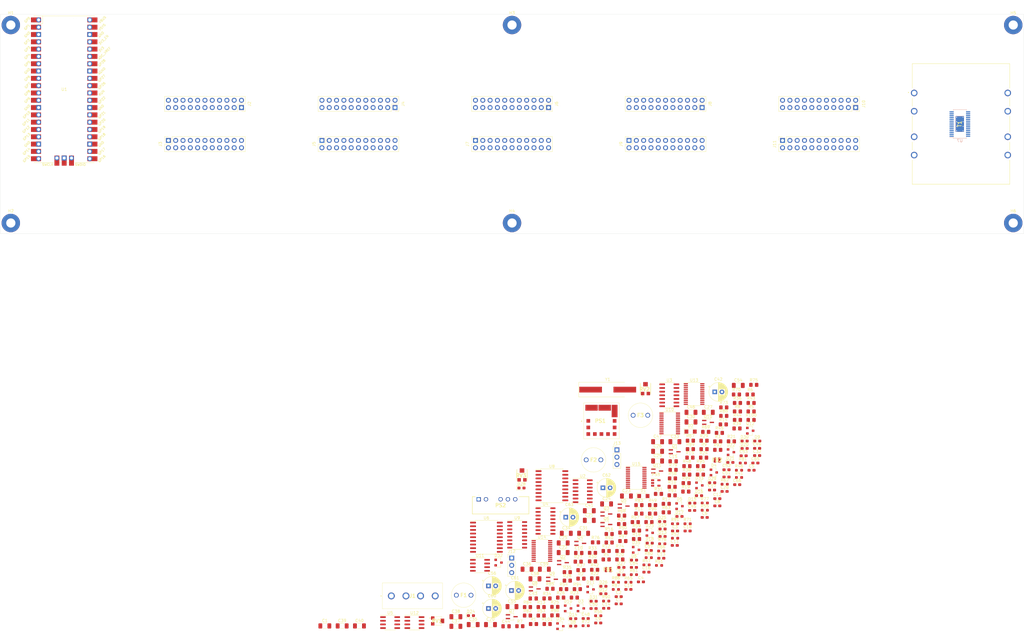
<source format=kicad_pcb>
(kicad_pcb (version 20171130) (host pcbnew "(5.1.7)-1")
  (layers (0 F.Cu signal) (31 B.Cu signal) (34 B.Paste user) (35 F.Paste user) (36 B.SilkS user) (37 F.SilkS user) (38 B.Mask user) (39 F.Mask user) (44 Edge.Cuts user))
  (net 0 "")
  (net 1 GND)
  (net 2 +12V)
  (net 3 +5VA)
  (net 4 -5VA)
  (net 5 +5VD)
  (net 6 "Net-(C10-Pad2)")
  (net 7 "Net-(C15-Pad1)")
  (net 8 "Net-(C23-Pad2)")
  (net 9 "Net-(C24-Pad2)")
  (net 10 "Net-(C25-Pad1)")
  (net 11 "Net-(C26-Pad1)")
  (net 12 "Net-(C27-Pad2)")
  (net 13 "Net-(C27-Pad1)")
  (net 14 "Net-(C28-Pad2)")
  (net 15 "Net-(C28-Pad1)")
  (net 16 "Net-(C31-Pad2)")
  (net 17 "Net-(C32-Pad2)")
  (net 18 +3V3)
  (net 19 "Net-(C34-Pad2)")
  (net 20 "Net-(C35-Pad2)")
  (net 21 "Net-(C36-Pad2)")
  (net 22 "Net-(C37-Pad2)")
  (net 23 "Net-(C38-Pad1)")
  (net 24 "Net-(C39-Pad1)")
  (net 25 "Net-(C40-Pad2)")
  (net 26 "Net-(C41-Pad2)")
  (net 27 "Net-(C43-Pad2)")
  (net 28 "Net-(C43-Pad1)")
  (net 29 "Net-(C44-Pad2)")
  (net 30 "Net-(C44-Pad1)")
  (net 31 "Net-(C46-Pad1)")
  (net 32 "Net-(C47-Pad1)")
  (net 33 "Net-(C50-Pad2)")
  (net 34 "Net-(C51-Pad1)")
  (net 35 "Net-(C52-Pad2)")
  (net 36 "Net-(C54-Pad2)")
  (net 37 "Net-(C55-Pad2)")
  (net 38 "Net-(C58-Pad1)")
  (net 39 "Net-(C59-Pad1)")
  (net 40 /T1R)
  (net 41 /T1)
  (net 42 /T1T)
  (net 43 /T2R)
  (net 44 /T2)
  (net 45 /T2T)
  (net 46 "Net-(D1-Pad2)")
  (net 47 -48V)
  (net 48 "Net-(D2-Pad1)")
  (net 49 "Net-(D3-Pad3)")
  (net 50 "Net-(D3-Pad1)")
  (net 51 "Net-(D4-Pad3)")
  (net 52 "Net-(D4-Pad1)")
  (net 53 "Net-(D5-Pad3)")
  (net 54 "Net-(D5-Pad1)")
  (net 55 "Net-(D6-Pad2)")
  (net 56 "Net-(D7-Pad2)")
  (net 57 "Net-(D8-Pad2)")
  (net 58 /RGE)
  (net 59 "Net-(D9-Pad2)")
  (net 60 "Net-(D10-Pad3)")
  (net 61 "Net-(D10-Pad1)")
  (net 62 "Net-(D11-Pad3)")
  (net 63 "Net-(D11-Pad1)")
  (net 64 "Net-(D12-Pad2)")
  (net 65 "Net-(D13-Pad2)")
  (net 66 "Net-(D14-Pad2)")
  (net 67 "Net-(D15-Pad2)")
  (net 68 "Net-(D16-Pad2)")
  (net 69 "Net-(D17-Pad2)")
  (net 70 "Net-(D18-Pad2)")
  (net 71 "Net-(D19-Pad2)")
  (net 72 "Net-(D20-Pad2)")
  (net 73 "Net-(D21-Pad2)")
  (net 74 "Net-(D22-Pad3)")
  (net 75 "Net-(D22-Pad1)")
  (net 76 "Net-(D23-Pad3)")
  (net 77 "Net-(D23-Pad1)")
  (net 78 "Net-(D24-Pad2)")
  (net 79 "Net-(D25-Pad2)")
  (net 80 "Net-(D26-Pad2)")
  (net 81 "Net-(D27-Pad2)")
  (net 82 "Net-(D28-Pad2)")
  (net 83 "Net-(D29-Pad2)")
  (net 84 "Net-(D30-Pad2)")
  (net 85 "Net-(D31-Pad2)")
  (net 86 "Net-(D32-Pad3)")
  (net 87 "Net-(D32-Pad1)")
  (net 88 "Net-(D33-Pad3)")
  (net 89 "Net-(D33-Pad1)")
  (net 90 "Net-(F1-Pad2)")
  (net 91 "Net-(F2-Pad2)")
  (net 92 "Net-(F3-Pad1)")
  (net 93 /RE1)
  (net 94 /LG1)
  (net 95 /CI1)
  (net 96 /PC1)
  (net 97 /AE1)
  (net 98 /RT1)
  (net 99 /VR)
  (net 100 /V2R)
  (net 101 /V2T)
  (net 102 /V1R)
  (net 103 /V1T)
  (net 104 /RE2)
  (net 105 /LG2)
  (net 106 /CI2)
  (net 107 /PC2)
  (net 108 /AE2)
  (net 109 /RT2)
  (net 110 /RE3)
  (net 111 /LG3)
  (net 112 /CI3)
  (net 113 /PC3)
  (net 114 /AE3)
  (net 115 /RT3)
  (net 116 /RE4)
  (net 117 /LG4)
  (net 118 /CI4)
  (net 119 /PC4)
  (net 120 /AE4)
  (net 121 /RT4)
  (net 122 /RE5)
  (net 123 /LG5)
  (net 124 /CI5)
  (net 125 /PC5)
  (net 126 /AE5)
  (net 127 /RT5)
  (net 128 /RE6)
  (net 129 /LG6)
  (net 130 /CI6)
  (net 131 /PC6)
  (net 132 /AE6)
  (net 133 /RT6)
  (net 134 /RE7)
  (net 135 /LG7)
  (net 136 /CI7)
  (net 137 /PC7)
  (net 138 /AE7)
  (net 139 /RT7)
  (net 140 /RE8)
  (net 141 /LG8)
  (net 142 /CI8)
  (net 143 /PC8)
  (net 144 /AE8)
  (net 145 /RT8)
  (net 146 /TLG1)
  (net 147 /TRT1)
  (net 148 /TLS1)
  (net 149 /TA1)
  (net 150 /TCI1)
  (net 151 /THS1)
  (net 152 /TLG2)
  (net 153 /TRT2)
  (net 154 /TLS2)
  (net 155 /TA2)
  (net 156 /TCI2)
  (net 157 /THS2)
  (net 158 "Net-(J12-Pad3)")
  (net 159 "Net-(J12-Pad2)")
  (net 160 "Net-(J13-Pad3)")
  (net 161 "Net-(J13-Pad2)")
  (net 162 "Net-(PS1-Pad6)")
  (net 163 /DH1)
  (net 164 /DL1)
  (net 165 /DH2)
  (net 166 /DL2)
  (net 167 "Net-(Q3-Pad3)")
  (net 168 "Net-(Q3-Pad1)")
  (net 169 "Net-(Q4-Pad3)")
  (net 170 /350A)
  (net 171 "Net-(Q5-Pad3)")
  (net 172 /350B)
  (net 173 "Net-(Q6-Pad3)")
  (net 174 /440A)
  (net 175 "Net-(Q7-Pad3)")
  (net 176 /440B)
  (net 177 "Net-(Q8-Pad3)")
  (net 178 /480A)
  (net 179 "Net-(Q9-Pad3)")
  (net 180 /480B)
  (net 181 "Net-(Q10-Pad3)")
  (net 182 /620A)
  (net 183 "Net-(Q11-Pad3)")
  (net 184 /620B)
  (net 185 "Net-(Q12-Pad2)")
  (net 186 "Net-(Q12-Pad1)")
  (net 187 "Net-(R7-Pad2)")
  (net 188 "Net-(R9-Pad2)")
  (net 189 "Net-(R20-Pad2)")
  (net 190 "Net-(R29-Pad1)")
  (net 191 "Net-(R30-Pad1)")
  (net 192 "Net-(R31-Pad1)")
  (net 193 "Net-(R39-Pad2)")
  (net 194 "Net-(R48-Pad2)")
  (net 195 "Net-(R53-Pad1)")
  (net 196 "Net-(R54-Pad1)")
  (net 197 "Net-(R75-Pad1)")
  (net 198 "Net-(R76-Pad1)")
  (net 199 "Net-(R79-Pad1)")
  (net 200 "Net-(R98-Pad1)")
  (net 201 "Net-(R99-Pad1)")
  (net 202 "Net-(R100-Pad2)")
  (net 203 "Net-(R100-Pad1)")
  (net 204 "Net-(R101-Pad2)")
  (net 205 "Net-(R101-Pad1)")
  (net 206 "Net-(T1-Pad6)")
  (net 207 "Net-(T1-Pad2)")
  (net 208 /MISO)
  (net 209 /CST)
  (net 210 /SCK)
  (net 211 /MOSI)
  (net 212 /CSR1)
  (net 213 /CSR2)
  (net 214 /CSMC)
  (net 215 "Net-(U1-Pad30)")
  (net 216 "Net-(U1-Pad32)")
  (net 217 "Net-(U1-Pad34)")
  (net 218 "Net-(U1-Pad35)")
  (net 219 "Net-(U1-Pad36)")
  (net 220 "Net-(U1-Pad37)")
  (net 221 /DA4)
  (net 222 /DA3)
  (net 223 /DA2)
  (net 224 /DA1)
  (net 225 "Net-(U6-Pad7)")
  (net 226 "Net-(U6-Pad1)")
  (net 227 /DB4)
  (net 228 /DB3)
  (net 229 /DB2)
  (net 230 /DB1)
  (net 231 "Net-(U8-Pad8)")
  (net 232 "Net-(U8-Pad1)")
  (net 233 "Net-(U10-Pad3)")
  (net 234 "Net-(U10-Pad1)")
  (net 235 "Net-(U13-Pad3)")
  (net 236 "Net-(U13-Pad1)")
  (net 237 "Net-(U14-Pad3)")
  (net 238 "Net-(U14-Pad1)")
  (net 239 "Net-(U15-Pad3)")
  (net 240 "Net-(U15-Pad1)")
  (module Imported_Parts:FS28200C2 (layer F.Cu) (at 365.633 85.598 270)
    (fp_text reference T1 (at 0 -0.055 270) (layer F.SilkS) (effects (font (size 1.27 1.27) (thickness 0.254))))
    (fp_text value FS28-200-C2 hide)
    (pad 8 thru_hole circle (at 10.795 -16.764 270) (size 2.286 2.286) (drill 1.524) (layers *.Cu *.Mask) (net 34 "Net-(C51-Pad1)"))
    (pad 7 thru_hole circle (at 4.445 -16.764 270) (size 2.286 2.286) (drill 1.524) (layers *.Cu *.Mask) (net 206 "Net-(T1-Pad6)"))
    (pad 6 thru_hole circle (at -4.445 -16.764 270) (size 2.286 2.286) (drill 1.524) (layers *.Cu *.Mask) (net 206 "Net-(T1-Pad6)"))
    (pad 5 thru_hole circle (at -10.795 -16.764 270) (size 2.286 2.286) (drill 1.524) (layers *.Cu *.Mask) (net 33 "Net-(C50-Pad2)"))
    (pad 4 thru_hole circle (at 10.795 15.748 270) (size 2.286 2.286) (drill 1.524) (layers *.Cu *.Mask) (net 92 "Net-(F3-Pad1)"))
    (pad 3 thru_hole circle (at 4.445 15.748 270) (size 2.286 2.286) (drill 1.524) (layers *.Cu *.Mask) (net 207 "Net-(T1-Pad2)"))
    (pad 2 thru_hole circle (at -4.445 15.748 270) (size 2.286 2.286) (drill 1.524) (layers *.Cu *.Mask) (net 207 "Net-(T1-Pad2)"))
    (pad 1 thru_hole circle (at -10.795 15.748 270) (size 2.286 2.286) (drill 1.524) (layers *.Cu *.Mask) (net 99 /VR))
  )
  (module MountingHole:MountingHole_3.2mm_M3_Pad (layer F.Cu) (at 384.302 120.015)
    (fp_text reference H6 (at 0 -4.2) (layer F.SilkS))
    (fp_text value GND)
    (pad 1 thru_hole circle (at 0 0) (size 6.4 6.4) (drill 3.2) (layers *.Cu *.Mask) (net 1 GND))
  )
  (module MountingHole:MountingHole_3.2mm_M3_Pad (layer F.Cu) (at 384.302 51.181)
    (fp_text reference H5 (at 0 -4.2) (layer F.SilkS))
    (fp_text value GND)
    (pad 1 thru_hole circle (at 0 0) (size 6.4 6.4) (drill 3.2) (layers *.Cu *.Mask) (net 1 GND))
  )
  (module MountingHole:MountingHole_3.2mm_M3_Pad (layer F.Cu) (at 210.185 120.015)
    (fp_text reference H4 (at 0 -4.2) (layer F.SilkS))
    (fp_text value GND)
    (pad 1 thru_hole circle (at 0 0) (size 6.4 6.4) (drill 3.2) (layers *.Cu *.Mask) (net 1 GND))
  )
  (module MountingHole:MountingHole_3.2mm_M3_Pad (layer F.Cu) (at 210.185 51.181)
    (fp_text reference H3 (at 0 -4.2) (layer F.SilkS))
    (fp_text value GND)
    (pad 1 thru_hole circle (at 0 0) (size 6.4 6.4) (drill 3.2) (layers *.Cu *.Mask) (net 1 GND))
  )
  (module MountingHole:MountingHole_3.2mm_M3_Pad (layer F.Cu) (at 36.068 120.015)
    (fp_text reference H2 (at 0 -4.2) (layer F.SilkS))
    (fp_text value GND)
    (pad 1 thru_hole circle (at 0 0) (size 6.4 6.4) (drill 3.2) (layers *.Cu *.Mask) (net 1 GND))
  )
  (module MountingHole:MountingHole_3.2mm_M3_Pad (layer F.Cu) (at 36.068 51.181)
    (fp_text reference H1 (at 0 -4.2) (layer F.SilkS))
    (fp_text value GND)
    (pad 1 thru_hole circle (at 0 0) (size 6.4 6.4) (drill 3.2) (layers *.Cu *.Mask) (net 1 GND))
  )
  (module Crystal:Crystal_SMD_HC49-SD_HandSoldering (layer F.Cu) (at 243.421 177.936)
    (fp_text reference Y1 (at 0 -3.55) (layer F.SilkS))
    (fp_text value "3.579545 MHz")
    (pad 2 smd rect (at 5.9375 0) (size 7.875 2) (layers F.Cu F.Paste F.Mask) (net 14 "Net-(C28-Pad2)"))
    (pad 1 smd rect (at -5.9375 0) (size 7.875 2) (layers F.Cu F.Paste F.Mask) (net 225 "Net-(U6-Pad7)"))
  )
  (module Package_SO:TSSOP-24_4.4x7.8mm_P0.65mm (layer F.Cu) (at 253.321 208.586)
    (fp_text reference U15 (at 0 -4.85) (layer F.SilkS))
    (fp_text value XRA1403IG24TR-F)
    (pad 24 smd roundrect (at 2.8625 -3.575) (size 1.475 0.4) (layers F.Cu F.Paste F.Mask) (net 18 +3V3))
    (pad 23 smd roundrect (at 2.8625 -2.925) (size 1.475 0.4) (layers F.Cu F.Paste F.Mask) (net 208 /MISO))
    (pad 22 smd roundrect (at 2.8625 -2.275) (size 1.475 0.4) (layers F.Cu F.Paste F.Mask) (net 210 /SCK))
    (pad 21 smd roundrect (at 2.8625 -1.625) (size 1.475 0.4) (layers F.Cu F.Paste F.Mask) (net 212 /CSR1))
    (pad 20 smd roundrect (at 2.8625 -0.975) (size 1.475 0.4) (layers F.Cu F.Paste F.Mask) (net 144 /AE8))
    (pad 19 smd roundrect (at 2.8625 -0.325) (size 1.475 0.4) (layers F.Cu F.Paste F.Mask) (net 138 /AE7))
    (pad 18 smd roundrect (at 2.8625 0.325) (size 1.475 0.4) (layers F.Cu F.Paste F.Mask) (net 132 /AE6))
    (pad 17 smd roundrect (at 2.8625 0.975) (size 1.475 0.4) (layers F.Cu F.Paste F.Mask) (net 126 /AE5))
    (pad 16 smd roundrect (at 2.8625 1.625) (size 1.475 0.4) (layers F.Cu F.Paste F.Mask) (net 120 /AE4))
    (pad 15 smd roundrect (at 2.8625 2.275) (size 1.475 0.4) (layers F.Cu F.Paste F.Mask) (net 114 /AE3))
    (pad 14 smd roundrect (at 2.8625 2.925) (size 1.475 0.4) (layers F.Cu F.Paste F.Mask) (net 108 /AE2))
    (pad 13 smd roundrect (at 2.8625 3.575) (size 1.475 0.4) (layers F.Cu F.Paste F.Mask) (net 97 /AE1))
    (pad 12 smd roundrect (at -2.8625 3.575) (size 1.475 0.4) (layers F.Cu F.Paste F.Mask) (net 1 GND))
    (pad 11 smd roundrect (at -2.8625 2.925) (size 1.475 0.4) (layers F.Cu F.Paste F.Mask) (net 140 /RE8))
    (pad 10 smd roundrect (at -2.8625 2.275) (size 1.475 0.4) (layers F.Cu F.Paste F.Mask) (net 134 /RE7))
    (pad 9 smd roundrect (at -2.8625 1.625) (size 1.475 0.4) (layers F.Cu F.Paste F.Mask) (net 128 /RE6))
    (pad 8 smd roundrect (at -2.8625 0.975) (size 1.475 0.4) (layers F.Cu F.Paste F.Mask) (net 122 /RE5))
    (pad 7 smd roundrect (at -2.8625 0.325) (size 1.475 0.4) (layers F.Cu F.Paste F.Mask) (net 116 /RE4))
    (pad 6 smd roundrect (at -2.8625 -0.325) (size 1.475 0.4) (layers F.Cu F.Paste F.Mask) (net 110 /RE3))
    (pad 5 smd roundrect (at -2.8625 -0.975) (size 1.475 0.4) (layers F.Cu F.Paste F.Mask) (net 104 /RE2))
    (pad 4 smd roundrect (at -2.8625 -1.625) (size 1.475 0.4) (layers F.Cu F.Paste F.Mask) (net 93 /RE1))
    (pad 3 smd roundrect (at -2.8625 -2.275) (size 1.475 0.4) (layers F.Cu F.Paste F.Mask) (net 239 "Net-(U15-Pad3)"))
    (pad 2 smd roundrect (at -2.8625 -2.925) (size 1.475 0.4) (layers F.Cu F.Paste F.Mask) (net 211 /MOSI))
    (pad 1 smd roundrect (at -2.8625 -3.575) (size 1.475 0.4) (layers F.Cu F.Paste F.Mask) (net 240 "Net-(U15-Pad1)"))
  )
  (module Package_SO:TSSOP-24_4.4x7.8mm_P0.65mm (layer F.Cu) (at 220.571 234.026)
    (fp_text reference U14 (at 0 -4.85) (layer F.SilkS))
    (fp_text value XRA1403IG24TR-F)
    (pad 24 smd roundrect (at 2.8625 -3.575) (size 1.475 0.4) (layers F.Cu F.Paste F.Mask) (net 18 +3V3))
    (pad 23 smd roundrect (at 2.8625 -2.925) (size 1.475 0.4) (layers F.Cu F.Paste F.Mask) (net 208 /MISO))
    (pad 22 smd roundrect (at 2.8625 -2.275) (size 1.475 0.4) (layers F.Cu F.Paste F.Mask) (net 210 /SCK))
    (pad 21 smd roundrect (at 2.8625 -1.625) (size 1.475 0.4) (layers F.Cu F.Paste F.Mask) (net 213 /CSR2))
    (pad 20 smd roundrect (at 2.8625 -0.975) (size 1.475 0.4) (layers F.Cu F.Paste F.Mask) (net 143 /PC8))
    (pad 19 smd roundrect (at 2.8625 -0.325) (size 1.475 0.4) (layers F.Cu F.Paste F.Mask) (net 137 /PC7))
    (pad 18 smd roundrect (at 2.8625 0.325) (size 1.475 0.4) (layers F.Cu F.Paste F.Mask) (net 131 /PC6))
    (pad 17 smd roundrect (at 2.8625 0.975) (size 1.475 0.4) (layers F.Cu F.Paste F.Mask) (net 125 /PC5))
    (pad 16 smd roundrect (at 2.8625 1.625) (size 1.475 0.4) (layers F.Cu F.Paste F.Mask) (net 119 /PC4))
    (pad 15 smd roundrect (at 2.8625 2.275) (size 1.475 0.4) (layers F.Cu F.Paste F.Mask) (net 113 /PC3))
    (pad 14 smd roundrect (at 2.8625 2.925) (size 1.475 0.4) (layers F.Cu F.Paste F.Mask) (net 107 /PC2))
    (pad 13 smd roundrect (at 2.8625 3.575) (size 1.475 0.4) (layers F.Cu F.Paste F.Mask) (net 96 /PC1))
    (pad 12 smd roundrect (at -2.8625 3.575) (size 1.475 0.4) (layers F.Cu F.Paste F.Mask) (net 1 GND))
    (pad 11 smd roundrect (at -2.8625 2.925) (size 1.475 0.4) (layers F.Cu F.Paste F.Mask) (net 141 /LG8))
    (pad 10 smd roundrect (at -2.8625 2.275) (size 1.475 0.4) (layers F.Cu F.Paste F.Mask) (net 135 /LG7))
    (pad 9 smd roundrect (at -2.8625 1.625) (size 1.475 0.4) (layers F.Cu F.Paste F.Mask) (net 129 /LG6))
    (pad 8 smd roundrect (at -2.8625 0.975) (size 1.475 0.4) (layers F.Cu F.Paste F.Mask) (net 123 /LG5))
    (pad 7 smd roundrect (at -2.8625 0.325) (size 1.475 0.4) (layers F.Cu F.Paste F.Mask) (net 117 /LG4))
    (pad 6 smd roundrect (at -2.8625 -0.325) (size 1.475 0.4) (layers F.Cu F.Paste F.Mask) (net 111 /LG3))
    (pad 5 smd roundrect (at -2.8625 -0.975) (size 1.475 0.4) (layers F.Cu F.Paste F.Mask) (net 105 /LG2))
    (pad 4 smd roundrect (at -2.8625 -1.625) (size 1.475 0.4) (layers F.Cu F.Paste F.Mask) (net 94 /LG1))
    (pad 3 smd roundrect (at -2.8625 -2.275) (size 1.475 0.4) (layers F.Cu F.Paste F.Mask) (net 237 "Net-(U14-Pad3)"))
    (pad 2 smd roundrect (at -2.8625 -2.925) (size 1.475 0.4) (layers F.Cu F.Paste F.Mask) (net 211 /MOSI))
    (pad 1 smd roundrect (at -2.8625 -3.575) (size 1.475 0.4) (layers F.Cu F.Paste F.Mask) (net 238 "Net-(U14-Pad1)"))
  )
  (module Package_SO:TSSOP-24_4.4x7.8mm_P0.65mm (layer F.Cu) (at 273.421 179.486)
    (fp_text reference U13 (at 0 -4.85) (layer F.SilkS))
    (fp_text value XRA1403IG24TR-F)
    (pad 24 smd roundrect (at 2.8625 -3.575) (size 1.475 0.4) (layers F.Cu F.Paste F.Mask) (net 18 +3V3))
    (pad 23 smd roundrect (at 2.8625 -2.925) (size 1.475 0.4) (layers F.Cu F.Paste F.Mask) (net 208 /MISO))
    (pad 22 smd roundrect (at 2.8625 -2.275) (size 1.475 0.4) (layers F.Cu F.Paste F.Mask) (net 210 /SCK))
    (pad 21 smd roundrect (at 2.8625 -1.625) (size 1.475 0.4) (layers F.Cu F.Paste F.Mask) (net 214 /CSMC))
    (pad 20 smd roundrect (at 2.8625 -0.975) (size 1.475 0.4) (layers F.Cu F.Paste F.Mask) (net 154 /TLS2))
    (pad 19 smd roundrect (at 2.8625 -0.325) (size 1.475 0.4) (layers F.Cu F.Paste F.Mask) (net 148 /TLS1))
    (pad 18 smd roundrect (at 2.8625 0.325) (size 1.475 0.4) (layers F.Cu F.Paste F.Mask) (net 152 /TLG2))
    (pad 17 smd roundrect (at 2.8625 0.975) (size 1.475 0.4) (layers F.Cu F.Paste F.Mask) (net 146 /TLG1))
    (pad 16 smd roundrect (at 2.8625 1.625) (size 1.475 0.4) (layers F.Cu F.Paste F.Mask) (net 155 /TA2))
    (pad 15 smd roundrect (at 2.8625 2.275) (size 1.475 0.4) (layers F.Cu F.Paste F.Mask) (net 149 /TA1))
    (pad 14 smd roundrect (at 2.8625 2.925) (size 1.475 0.4) (layers F.Cu F.Paste F.Mask) (net 156 /TCI2))
    (pad 13 smd roundrect (at 2.8625 3.575) (size 1.475 0.4) (layers F.Cu F.Paste F.Mask) (net 150 /TCI1))
    (pad 12 smd roundrect (at -2.8625 3.575) (size 1.475 0.4) (layers F.Cu F.Paste F.Mask) (net 1 GND))
    (pad 11 smd roundrect (at -2.8625 2.925) (size 1.475 0.4) (layers F.Cu F.Paste F.Mask) (net 142 /CI8))
    (pad 10 smd roundrect (at -2.8625 2.275) (size 1.475 0.4) (layers F.Cu F.Paste F.Mask) (net 136 /CI7))
    (pad 9 smd roundrect (at -2.8625 1.625) (size 1.475 0.4) (layers F.Cu F.Paste F.Mask) (net 130 /CI6))
    (pad 8 smd roundrect (at -2.8625 0.975) (size 1.475 0.4) (layers F.Cu F.Paste F.Mask) (net 124 /CI5))
    (pad 7 smd roundrect (at -2.8625 0.325) (size 1.475 0.4) (layers F.Cu F.Paste F.Mask) (net 118 /CI4))
    (pad 6 smd roundrect (at -2.8625 -0.325) (size 1.475 0.4) (layers F.Cu F.Paste F.Mask) (net 112 /CI3))
    (pad 5 smd roundrect (at -2.8625 -0.975) (size 1.475 0.4) (layers F.Cu F.Paste F.Mask) (net 106 /CI2))
    (pad 4 smd roundrect (at -2.8625 -1.625) (size 1.475 0.4) (layers F.Cu F.Paste F.Mask) (net 95 /CI1))
    (pad 3 smd roundrect (at -2.8625 -2.275) (size 1.475 0.4) (layers F.Cu F.Paste F.Mask) (net 235 "Net-(U13-Pad3)"))
    (pad 2 smd roundrect (at -2.8625 -2.925) (size 1.475 0.4) (layers F.Cu F.Paste F.Mask) (net 211 /MOSI))
    (pad 1 smd roundrect (at -2.8625 -3.575) (size 1.475 0.4) (layers F.Cu F.Paste F.Mask) (net 236 "Net-(U13-Pad1)"))
  )
  (module Package_SO:SOIC-8_3.9x4.9mm_P1.27mm (layer F.Cu) (at 176.281 258.936)
    (fp_text reference U12 (at 0 -3.4) (layer F.SilkS))
    (fp_text value TL071)
    (pad 8 smd roundrect (at 2.475 -1.905) (size 1.95 0.6) (layers F.Cu F.Paste F.Mask))
    (pad 7 smd roundrect (at 2.475 -0.635) (size 1.95 0.6) (layers F.Cu F.Paste F.Mask) (net 3 +5VA))
    (pad 6 smd roundrect (at 2.475 0.635) (size 1.95 0.6) (layers F.Cu F.Paste F.Mask) (net 44 /T2))
    (pad 5 smd roundrect (at 2.475 1.905) (size 1.95 0.6) (layers F.Cu F.Paste F.Mask))
    (pad 4 smd roundrect (at -2.475 1.905) (size 1.95 0.6) (layers F.Cu F.Paste F.Mask) (net 4 -5VA))
    (pad 3 smd roundrect (at -2.475 0.635) (size 1.95 0.6) (layers F.Cu F.Paste F.Mask) (net 1 GND))
    (pad 2 smd roundrect (at -2.475 -0.635) (size 1.95 0.6) (layers F.Cu F.Paste F.Mask) (net 205 "Net-(R101-Pad1)"))
    (pad 1 smd roundrect (at -2.475 -1.905) (size 1.95 0.6) (layers F.Cu F.Paste F.Mask))
  )
  (module Package_SO:SOIC-8_3.9x4.9mm_P1.27mm (layer F.Cu) (at 199.061 239.026)
    (fp_text reference U11 (at 0 -3.4) (layer F.SilkS))
    (fp_text value TL071)
    (pad 8 smd roundrect (at 2.475 -1.905) (size 1.95 0.6) (layers F.Cu F.Paste F.Mask))
    (pad 7 smd roundrect (at 2.475 -0.635) (size 1.95 0.6) (layers F.Cu F.Paste F.Mask) (net 3 +5VA))
    (pad 6 smd roundrect (at 2.475 0.635) (size 1.95 0.6) (layers F.Cu F.Paste F.Mask) (net 41 /T1))
    (pad 5 smd roundrect (at 2.475 1.905) (size 1.95 0.6) (layers F.Cu F.Paste F.Mask))
    (pad 4 smd roundrect (at -2.475 1.905) (size 1.95 0.6) (layers F.Cu F.Paste F.Mask) (net 4 -5VA))
    (pad 3 smd roundrect (at -2.475 0.635) (size 1.95 0.6) (layers F.Cu F.Paste F.Mask) (net 1 GND))
    (pad 2 smd roundrect (at -2.475 -0.635) (size 1.95 0.6) (layers F.Cu F.Paste F.Mask) (net 203 "Net-(R100-Pad1)"))
    (pad 1 smd roundrect (at -2.475 -1.905) (size 1.95 0.6) (layers F.Cu F.Paste F.Mask))
  )
  (module Package_SO:TSSOP-24_4.4x7.8mm_P0.65mm (layer F.Cu) (at 264.971 189.696)
    (fp_text reference U10 (at 0 -4.85) (layer F.SilkS))
    (fp_text value XRA1403IG24TR-F)
    (pad 24 smd roundrect (at 2.8625 -3.575) (size 1.475 0.4) (layers F.Cu F.Paste F.Mask) (net 18 +3V3))
    (pad 23 smd roundrect (at 2.8625 -2.925) (size 1.475 0.4) (layers F.Cu F.Paste F.Mask) (net 208 /MISO))
    (pad 22 smd roundrect (at 2.8625 -2.275) (size 1.475 0.4) (layers F.Cu F.Paste F.Mask) (net 210 /SCK))
    (pad 21 smd roundrect (at 2.8625 -1.625) (size 1.475 0.4) (layers F.Cu F.Paste F.Mask) (net 209 /CST))
    (pad 20 smd roundrect (at 2.8625 -0.975) (size 1.475 0.4) (layers F.Cu F.Paste F.Mask) (net 227 /DB4))
    (pad 19 smd roundrect (at 2.8625 -0.325) (size 1.475 0.4) (layers F.Cu F.Paste F.Mask) (net 228 /DB3))
    (pad 18 smd roundrect (at 2.8625 0.325) (size 1.475 0.4) (layers F.Cu F.Paste F.Mask) (net 229 /DB2))
    (pad 17 smd roundrect (at 2.8625 0.975) (size 1.475 0.4) (layers F.Cu F.Paste F.Mask) (net 230 /DB1))
    (pad 16 smd roundrect (at 2.8625 1.625) (size 1.475 0.4) (layers F.Cu F.Paste F.Mask) (net 221 /DA4))
    (pad 15 smd roundrect (at 2.8625 2.275) (size 1.475 0.4) (layers F.Cu F.Paste F.Mask) (net 222 /DA3))
    (pad 14 smd roundrect (at 2.8625 2.925) (size 1.475 0.4) (layers F.Cu F.Paste F.Mask) (net 223 /DA2))
    (pad 13 smd roundrect (at 2.8625 3.575) (size 1.475 0.4) (layers F.Cu F.Paste F.Mask) (net 224 /DA1))
    (pad 12 smd roundrect (at -2.8625 3.575) (size 1.475 0.4) (layers F.Cu F.Paste F.Mask) (net 1 GND))
    (pad 11 smd roundrect (at -2.8625 2.925) (size 1.475 0.4) (layers F.Cu F.Paste F.Mask) (net 184 /620B))
    (pad 10 smd roundrect (at -2.8625 2.275) (size 1.475 0.4) (layers F.Cu F.Paste F.Mask) (net 180 /480B))
    (pad 9 smd roundrect (at -2.8625 1.625) (size 1.475 0.4) (layers F.Cu F.Paste F.Mask) (net 176 /440B))
    (pad 8 smd roundrect (at -2.8625 0.975) (size 1.475 0.4) (layers F.Cu F.Paste F.Mask) (net 172 /350B))
    (pad 7 smd roundrect (at -2.8625 0.325) (size 1.475 0.4) (layers F.Cu F.Paste F.Mask) (net 182 /620A))
    (pad 6 smd roundrect (at -2.8625 -0.325) (size 1.475 0.4) (layers F.Cu F.Paste F.Mask) (net 178 /480A))
    (pad 5 smd roundrect (at -2.8625 -0.975) (size 1.475 0.4) (layers F.Cu F.Paste F.Mask) (net 174 /440A))
    (pad 4 smd roundrect (at -2.8625 -1.625) (size 1.475 0.4) (layers F.Cu F.Paste F.Mask) (net 170 /350A))
    (pad 3 smd roundrect (at -2.8625 -2.275) (size 1.475 0.4) (layers F.Cu F.Paste F.Mask) (net 233 "Net-(U10-Pad3)"))
    (pad 2 smd roundrect (at -2.8625 -2.925) (size 1.475 0.4) (layers F.Cu F.Paste F.Mask) (net 211 /MOSI))
    (pad 1 smd roundrect (at -2.8625 -3.575) (size 1.475 0.4) (layers F.Cu F.Paste F.Mask) (net 234 "Net-(U10-Pad1)"))
  )
  (module Package_SO:SO-16_3.9x9.9mm_P1.27mm (layer F.Cu) (at 211.971 228.436)
    (fp_text reference U9 (at 0 -5.9) (layer F.SilkS))
    (fp_text value 74HC4316)
    (pad 16 smd roundrect (at 2.575 -4.445) (size 1.75 0.6) (layers F.Cu F.Paste F.Mask) (net 3 +5VA))
    (pad 15 smd roundrect (at 2.575 -3.175) (size 1.75 0.6) (layers F.Cu F.Paste F.Mask) (net 171 "Net-(Q5-Pad3)"))
    (pad 14 smd roundrect (at 2.575 -1.905) (size 1.75 0.6) (layers F.Cu F.Paste F.Mask) (net 183 "Net-(Q11-Pad3)"))
    (pad 13 smd roundrect (at 2.575 -0.635) (size 1.75 0.6) (layers F.Cu F.Paste F.Mask) (net 201 "Net-(R99-Pad1)"))
    (pad 12 smd roundrect (at 2.575 0.635) (size 1.75 0.6) (layers F.Cu F.Paste F.Mask) (net 204 "Net-(R101-Pad2)"))
    (pad 11 smd roundrect (at 2.575 1.905) (size 1.75 0.6) (layers F.Cu F.Paste F.Mask) (net 204 "Net-(R101-Pad2)"))
    (pad 10 smd roundrect (at 2.575 3.175) (size 1.75 0.6) (layers F.Cu F.Paste F.Mask) (net 198 "Net-(R76-Pad1)"))
    (pad 9 smd roundrect (at 2.575 4.445) (size 1.75 0.6) (layers F.Cu F.Paste F.Mask) (net 4 -5VA))
    (pad 8 smd roundrect (at -2.575 4.445) (size 1.75 0.6) (layers F.Cu F.Paste F.Mask) (net 1 GND))
    (pad 7 smd roundrect (at -2.575 3.175) (size 1.75 0.6) (layers F.Cu F.Paste F.Mask) (net 1 GND))
    (pad 6 smd roundrect (at -2.575 1.905) (size 1.75 0.6) (layers F.Cu F.Paste F.Mask) (net 179 "Net-(Q9-Pad3)"))
    (pad 5 smd roundrect (at -2.575 0.635) (size 1.75 0.6) (layers F.Cu F.Paste F.Mask) (net 175 "Net-(Q7-Pad3)"))
    (pad 4 smd roundrect (at -2.575 -0.635) (size 1.75 0.6) (layers F.Cu F.Paste F.Mask) (net 196 "Net-(R54-Pad1)"))
    (pad 3 smd roundrect (at -2.575 -1.905) (size 1.75 0.6) (layers F.Cu F.Paste F.Mask) (net 204 "Net-(R101-Pad2)"))
    (pad 2 smd roundrect (at -2.575 -3.175) (size 1.75 0.6) (layers F.Cu F.Paste F.Mask) (net 204 "Net-(R101-Pad2)"))
    (pad 1 smd roundrect (at -2.575 -4.445) (size 1.75 0.6) (layers F.Cu F.Paste F.Mask) (net 191 "Net-(R30-Pad1)"))
  )
  (module Package_SO:SOIC-18W_7.5x11.6mm_P1.27mm (layer F.Cu) (at 224.041 211.356)
    (fp_text reference U8 (at 0 -6.72) (layer F.SilkS))
    (fp_text value MT8870DS1)
    (pad 18 smd roundrect (at 4.65 -5.08) (size 2.05 0.6) (layers F.Cu F.Paste F.Mask) (net 5 +5VD))
    (pad 17 smd roundrect (at 4.65 -3.81) (size 2.05 0.6) (layers F.Cu F.Paste F.Mask) (net 35 "Net-(C52-Pad2)"))
    (pad 16 smd roundrect (at 4.65 -2.54) (size 2.05 0.6) (layers F.Cu F.Paste F.Mask) (net 199 "Net-(R79-Pad1)"))
    (pad 15 smd roundrect (at 4.65 -1.27) (size 2.05 0.6) (layers F.Cu F.Paste F.Mask) (net 165 /DH2))
    (pad 14 smd roundrect (at 4.65 0) (size 2.05 0.6) (layers F.Cu F.Paste F.Mask) (net 227 /DB4))
    (pad 13 smd roundrect (at 4.65 1.27) (size 2.05 0.6) (layers F.Cu F.Paste F.Mask) (net 228 /DB3))
    (pad 12 smd roundrect (at 4.65 2.54) (size 2.05 0.6) (layers F.Cu F.Paste F.Mask) (net 229 /DB2))
    (pad 11 smd roundrect (at 4.65 3.81) (size 2.05 0.6) (layers F.Cu F.Paste F.Mask) (net 230 /DB1))
    (pad 10 smd roundrect (at 4.65 5.08) (size 2.05 0.6) (layers F.Cu F.Paste F.Mask) (net 5 +5VD))
    (pad 9 smd roundrect (at -4.65 5.08) (size 2.05 0.6) (layers F.Cu F.Paste F.Mask) (net 1 GND))
    (pad 8 smd roundrect (at -4.65 3.81) (size 2.05 0.6) (layers F.Cu F.Paste F.Mask) (net 231 "Net-(U8-Pad8)"))
    (pad 7 smd roundrect (at -4.65 2.54) (size 2.05 0.6) (layers F.Cu F.Paste F.Mask) (net 15 "Net-(C28-Pad1)"))
    (pad 6 smd roundrect (at -4.65 1.27) (size 2.05 0.6) (layers F.Cu F.Paste F.Mask) (net 1 GND))
    (pad 5 smd roundrect (at -4.65 0) (size 2.05 0.6) (layers F.Cu F.Paste F.Mask) (net 1 GND))
    (pad 4 smd roundrect (at -4.65 -1.27) (size 2.05 0.6) (layers F.Cu F.Paste F.Mask) (net 232 "Net-(U8-Pad1)"))
    (pad 3 smd roundrect (at -4.65 -2.54) (size 2.05 0.6) (layers F.Cu F.Paste F.Mask) (net 194 "Net-(R48-Pad2)"))
    (pad 2 smd roundrect (at -4.65 -3.81) (size 2.05 0.6) (layers F.Cu F.Paste F.Mask) (net 193 "Net-(R39-Pad2)"))
    (pad 1 smd roundrect (at -4.65 -5.08) (size 2.05 0.6) (layers F.Cu F.Paste F.Mask) (net 232 "Net-(U8-Pad1)"))
  )
  (module Package_SO:HTSSOP-28-1EP_4.4x9.7mm_P0.65mm_EP2.85x5.4mm_ThermalVias (layer B.Cu) (at 365.76 85.598)
    (fp_text reference U7 (at 0 5.8) (layer B.SilkS) (effects (justify mirror)))
    (fp_text value TPA3144D2PWPR)
    (pad 29 smd rect (at 0 0) (size 2.85 5.4) (layers F.Cu) (net 1 GND))
    (pad 29 thru_hole circle (at 1.125 -2.4) (size 0.6 0.6) (drill 0.3) (layers *.Cu) (net 1 GND))
    (pad 29 thru_hole circle (at -1.125 -2.4) (size 0.6 0.6) (drill 0.3) (layers *.Cu) (net 1 GND))
    (pad 29 thru_hole circle (at 1.125 -0.8) (size 0.6 0.6) (drill 0.3) (layers *.Cu) (net 1 GND))
    (pad 29 thru_hole circle (at -1.125 -0.8) (size 0.6 0.6) (drill 0.3) (layers *.Cu) (net 1 GND))
    (pad 29 thru_hole circle (at 1.125 0.8) (size 0.6 0.6) (drill 0.3) (layers *.Cu) (net 1 GND))
    (pad 29 thru_hole circle (at -1.125 0.8) (size 0.6 0.6) (drill 0.3) (layers *.Cu) (net 1 GND))
    (pad 29 thru_hole circle (at 1.125 2.4) (size 0.6 0.6) (drill 0.3) (layers *.Cu) (net 1 GND))
    (pad 29 thru_hole circle (at -1.125 2.4) (size 0.6 0.6) (drill 0.3) (layers *.Cu) (net 1 GND))
    (pad 29 smd rect (at 0 0) (size 2.85 5.4) (layers B.Cu B.Mask) (net 1 GND))
    (pad 28 smd roundrect (at 2.8625 4.225) (size 1.475 0.4) (layers B.Cu B.Paste B.Mask) (net 2 +12V))
    (pad 27 smd roundrect (at 2.8625 3.575) (size 1.475 0.4) (layers B.Cu B.Paste B.Mask) (net 2 +12V))
    (pad 26 smd roundrect (at 2.8625 2.925) (size 1.475 0.4) (layers B.Cu B.Paste B.Mask) (net 27 "Net-(C43-Pad2)"))
    (pad 25 smd roundrect (at 2.8625 2.275) (size 1.475 0.4) (layers B.Cu B.Paste B.Mask) (net 28 "Net-(C43-Pad1)"))
    (pad 24 smd roundrect (at 2.8625 1.625) (size 1.475 0.4) (layers B.Cu B.Paste B.Mask) (net 1 GND))
    (pad 23 smd roundrect (at 2.8625 0.975) (size 1.475 0.4) (layers B.Cu B.Paste B.Mask) (net 28 "Net-(C43-Pad1)"))
    (pad 22 smd roundrect (at 2.8625 0.325) (size 1.475 0.4) (layers B.Cu B.Paste B.Mask) (net 27 "Net-(C43-Pad2)"))
    (pad 21 smd roundrect (at 2.8625 -0.325) (size 1.475 0.4) (layers B.Cu B.Paste B.Mask) (net 29 "Net-(C44-Pad2)"))
    (pad 20 smd roundrect (at 2.8625 -0.975) (size 1.475 0.4) (layers B.Cu B.Paste B.Mask) (net 30 "Net-(C44-Pad1)"))
    (pad 19 smd roundrect (at 2.8625 -1.625) (size 1.475 0.4) (layers B.Cu B.Paste B.Mask) (net 1 GND))
    (pad 18 smd roundrect (at 2.8625 -2.275) (size 1.475 0.4) (layers B.Cu B.Paste B.Mask) (net 30 "Net-(C44-Pad1)"))
    (pad 17 smd roundrect (at 2.8625 -2.925) (size 1.475 0.4) (layers B.Cu B.Paste B.Mask) (net 29 "Net-(C44-Pad2)"))
    (pad 16 smd roundrect (at 2.8625 -3.575) (size 1.475 0.4) (layers B.Cu B.Paste B.Mask) (net 2 +12V))
    (pad 15 smd roundrect (at 2.8625 -4.225) (size 1.475 0.4) (layers B.Cu B.Paste B.Mask) (net 2 +12V))
    (pad 14 smd roundrect (at -2.8625 -4.225) (size 1.475 0.4) (layers B.Cu B.Paste B.Mask) (net 20 "Net-(C35-Pad2)"))
    (pad 13 smd roundrect (at -2.8625 -3.575) (size 1.475 0.4) (layers B.Cu B.Paste B.Mask) (net 1 GND))
    (pad 12 smd roundrect (at -2.8625 -2.925) (size 1.475 0.4) (layers B.Cu B.Paste B.Mask) (net 12 "Net-(C27-Pad2)"))
    (pad 11 smd roundrect (at -2.8625 -2.275) (size 1.475 0.4) (layers B.Cu B.Paste B.Mask) (net 19 "Net-(C34-Pad2)"))
    (pad 10 smd roundrect (at -2.8625 -1.625) (size 1.475 0.4) (layers B.Cu B.Paste B.Mask) (net 1 GND))
    (pad 9 smd roundrect (at -2.8625 -0.975) (size 1.475 0.4) (layers B.Cu B.Paste B.Mask) (net 16 "Net-(C31-Pad2)"))
    (pad 8 smd roundrect (at -2.8625 -0.325) (size 1.475 0.4) (layers B.Cu B.Paste B.Mask) (net 1 GND))
    (pad 7 smd roundrect (at -2.8625 0.325) (size 1.475 0.4) (layers B.Cu B.Paste B.Mask) (net 1 GND))
    (pad 6 smd roundrect (at -2.8625 0.975) (size 1.475 0.4) (layers B.Cu B.Paste B.Mask) (net 189 "Net-(R20-Pad2)"))
    (pad 5 smd roundrect (at -2.8625 1.625) (size 1.475 0.4) (layers B.Cu B.Paste B.Mask) (net 16 "Net-(C31-Pad2)"))
    (pad 4 smd roundrect (at -2.8625 2.275) (size 1.475 0.4) (layers B.Cu B.Paste B.Mask) (net 1 GND))
    (pad 3 smd roundrect (at -2.8625 2.925) (size 1.475 0.4) (layers B.Cu B.Paste B.Mask) (net 1 GND))
    (pad 2 smd roundrect (at -2.8625 3.575) (size 1.475 0.4) (layers B.Cu B.Paste B.Mask) (net 167 "Net-(Q3-Pad3)"))
    (pad 1 smd roundrect (at -2.8625 4.225) (size 1.475 0.4) (layers B.Cu B.Paste B.Mask) (net 167 "Net-(Q3-Pad3)"))
  )
  (module Package_SO:SOIC-18W_7.5x11.6mm_P1.27mm (layer F.Cu) (at 201.291 229.256)
    (fp_text reference U6 (at 0 -6.72) (layer F.SilkS))
    (fp_text value MT8870DS1)
    (pad 18 smd roundrect (at 4.65 -5.08) (size 2.05 0.6) (layers F.Cu F.Paste F.Mask) (net 5 +5VD))
    (pad 17 smd roundrect (at 4.65 -3.81) (size 2.05 0.6) (layers F.Cu F.Paste F.Mask) (net 17 "Net-(C32-Pad2)"))
    (pad 16 smd roundrect (at 4.65 -2.54) (size 2.05 0.6) (layers F.Cu F.Paste F.Mask) (net 192 "Net-(R31-Pad1)"))
    (pad 15 smd roundrect (at 4.65 -1.27) (size 2.05 0.6) (layers F.Cu F.Paste F.Mask) (net 163 /DH1))
    (pad 14 smd roundrect (at 4.65 0) (size 2.05 0.6) (layers F.Cu F.Paste F.Mask) (net 221 /DA4))
    (pad 13 smd roundrect (at 4.65 1.27) (size 2.05 0.6) (layers F.Cu F.Paste F.Mask) (net 222 /DA3))
    (pad 12 smd roundrect (at 4.65 2.54) (size 2.05 0.6) (layers F.Cu F.Paste F.Mask) (net 223 /DA2))
    (pad 11 smd roundrect (at 4.65 3.81) (size 2.05 0.6) (layers F.Cu F.Paste F.Mask) (net 224 /DA1))
    (pad 10 smd roundrect (at 4.65 5.08) (size 2.05 0.6) (layers F.Cu F.Paste F.Mask) (net 5 +5VD))
    (pad 9 smd roundrect (at -4.65 5.08) (size 2.05 0.6) (layers F.Cu F.Paste F.Mask) (net 1 GND))
    (pad 8 smd roundrect (at -4.65 3.81) (size 2.05 0.6) (layers F.Cu F.Paste F.Mask) (net 14 "Net-(C28-Pad2)"))
    (pad 7 smd roundrect (at -4.65 2.54) (size 2.05 0.6) (layers F.Cu F.Paste F.Mask) (net 225 "Net-(U6-Pad7)"))
    (pad 6 smd roundrect (at -4.65 1.27) (size 2.05 0.6) (layers F.Cu F.Paste F.Mask) (net 1 GND))
    (pad 5 smd roundrect (at -4.65 0) (size 2.05 0.6) (layers F.Cu F.Paste F.Mask) (net 1 GND))
    (pad 4 smd roundrect (at -4.65 -1.27) (size 2.05 0.6) (layers F.Cu F.Paste F.Mask) (net 226 "Net-(U6-Pad1)"))
    (pad 3 smd roundrect (at -4.65 -2.54) (size 2.05 0.6) (layers F.Cu F.Paste F.Mask) (net 188 "Net-(R9-Pad2)"))
    (pad 2 smd roundrect (at -4.65 -3.81) (size 2.05 0.6) (layers F.Cu F.Paste F.Mask) (net 187 "Net-(R7-Pad2)"))
    (pad 1 smd roundrect (at -4.65 -5.08) (size 2.05 0.6) (layers F.Cu F.Paste F.Mask) (net 226 "Net-(U6-Pad1)"))
  )
  (module Package_SO:SOIC-8_3.9x4.9mm_P1.27mm (layer F.Cu) (at 167.831 258.936)
    (fp_text reference U5 (at 0 -3.4) (layer F.SilkS))
    (fp_text value TL071)
    (pad 8 smd roundrect (at 2.475 -1.905) (size 1.95 0.6) (layers F.Cu F.Paste F.Mask))
    (pad 7 smd roundrect (at 2.475 -0.635) (size 1.95 0.6) (layers F.Cu F.Paste F.Mask) (net 3 +5VA))
    (pad 6 smd roundrect (at 2.475 0.635) (size 1.95 0.6) (layers F.Cu F.Paste F.Mask) (net 50 "Net-(D3-Pad1)"))
    (pad 5 smd roundrect (at 2.475 1.905) (size 1.95 0.6) (layers F.Cu F.Paste F.Mask))
    (pad 4 smd roundrect (at -2.475 1.905) (size 1.95 0.6) (layers F.Cu F.Paste F.Mask) (net 4 -5VA))
    (pad 3 smd roundrect (at -2.475 0.635) (size 1.95 0.6) (layers F.Cu F.Paste F.Mask) (net 6 "Net-(C10-Pad2)"))
    (pad 2 smd roundrect (at -2.475 -0.635) (size 1.95 0.6) (layers F.Cu F.Paste F.Mask) (net 49 "Net-(D3-Pad3)"))
    (pad 1 smd roundrect (at -2.475 -1.905) (size 1.95 0.6) (layers F.Cu F.Paste F.Mask))
  )
  (module Package_SO:SO-16_3.9x9.9mm_P1.27mm (layer F.Cu) (at 221.811 223.626)
    (fp_text reference U4 (at 0 -5.9) (layer F.SilkS))
    (fp_text value 74HC4316)
    (pad 16 smd roundrect (at 2.575 -4.445) (size 1.75 0.6) (layers F.Cu F.Paste F.Mask) (net 3 +5VA))
    (pad 15 smd roundrect (at 2.575 -3.175) (size 1.75 0.6) (layers F.Cu F.Paste F.Mask) (net 169 "Net-(Q4-Pad3)"))
    (pad 14 smd roundrect (at 2.575 -1.905) (size 1.75 0.6) (layers F.Cu F.Paste F.Mask) (net 181 "Net-(Q10-Pad3)"))
    (pad 13 smd roundrect (at 2.575 -0.635) (size 1.75 0.6) (layers F.Cu F.Paste F.Mask) (net 200 "Net-(R98-Pad1)"))
    (pad 12 smd roundrect (at 2.575 0.635) (size 1.75 0.6) (layers F.Cu F.Paste F.Mask) (net 202 "Net-(R100-Pad2)"))
    (pad 11 smd roundrect (at 2.575 1.905) (size 1.75 0.6) (layers F.Cu F.Paste F.Mask) (net 202 "Net-(R100-Pad2)"))
    (pad 10 smd roundrect (at 2.575 3.175) (size 1.75 0.6) (layers F.Cu F.Paste F.Mask) (net 197 "Net-(R75-Pad1)"))
    (pad 9 smd roundrect (at 2.575 4.445) (size 1.75 0.6) (layers F.Cu F.Paste F.Mask) (net 4 -5VA))
    (pad 8 smd roundrect (at -2.575 4.445) (size 1.75 0.6) (layers F.Cu F.Paste F.Mask) (net 1 GND))
    (pad 7 smd roundrect (at -2.575 3.175) (size 1.75 0.6) (layers F.Cu F.Paste F.Mask) (net 1 GND))
    (pad 6 smd roundrect (at -2.575 1.905) (size 1.75 0.6) (layers F.Cu F.Paste F.Mask) (net 177 "Net-(Q8-Pad3)"))
    (pad 5 smd roundrect (at -2.575 0.635) (size 1.75 0.6) (layers F.Cu F.Paste F.Mask) (net 173 "Net-(Q6-Pad3)"))
    (pad 4 smd roundrect (at -2.575 -0.635) (size 1.75 0.6) (layers F.Cu F.Paste F.Mask) (net 195 "Net-(R53-Pad1)"))
    (pad 3 smd roundrect (at -2.575 -1.905) (size 1.75 0.6) (layers F.Cu F.Paste F.Mask) (net 202 "Net-(R100-Pad2)"))
    (pad 2 smd roundrect (at -2.575 -3.175) (size 1.75 0.6) (layers F.Cu F.Paste F.Mask) (net 202 "Net-(R100-Pad2)"))
    (pad 1 smd roundrect (at -2.575 -4.445) (size 1.75 0.6) (layers F.Cu F.Paste F.Mask) (net 190 "Net-(R29-Pad1)"))
  )
  (module Package_SO:SOIC-14_3.9x8.7mm_P1.27mm (layer F.Cu) (at 264.821 179.916)
    (fp_text reference U3 (at 0 -5.28) (layer F.SilkS))
    (fp_text value TL074)
    (pad 14 smd roundrect (at 2.475 -3.81) (size 1.95 0.6) (layers F.Cu F.Paste F.Mask) (net 89 "Net-(D33-Pad1)"))
    (pad 13 smd roundrect (at 2.475 -2.54) (size 1.95 0.6) (layers F.Cu F.Paste F.Mask) (net 88 "Net-(D33-Pad3)"))
    (pad 12 smd roundrect (at 2.475 -1.27) (size 1.95 0.6) (layers F.Cu F.Paste F.Mask) (net 37 "Net-(C55-Pad2)"))
    (pad 11 smd roundrect (at 2.475 0) (size 1.95 0.6) (layers F.Cu F.Paste F.Mask) (net 4 -5VA))
    (pad 10 smd roundrect (at 2.475 1.27) (size 1.95 0.6) (layers F.Cu F.Paste F.Mask) (net 26 "Net-(C41-Pad2)"))
    (pad 9 smd roundrect (at 2.475 2.54) (size 1.95 0.6) (layers F.Cu F.Paste F.Mask) (net 76 "Net-(D23-Pad3)"))
    (pad 8 smd roundrect (at 2.475 3.81) (size 1.95 0.6) (layers F.Cu F.Paste F.Mask) (net 77 "Net-(D23-Pad1)"))
    (pad 7 smd roundrect (at -2.475 3.81) (size 1.95 0.6) (layers F.Cu F.Paste F.Mask) (net 63 "Net-(D11-Pad1)"))
    (pad 6 smd roundrect (at -2.475 2.54) (size 1.95 0.6) (layers F.Cu F.Paste F.Mask) (net 62 "Net-(D11-Pad3)"))
    (pad 5 smd roundrect (at -2.475 1.27) (size 1.95 0.6) (layers F.Cu F.Paste F.Mask) (net 22 "Net-(C37-Pad2)"))
    (pad 4 smd roundrect (at -2.475 0) (size 1.95 0.6) (layers F.Cu F.Paste F.Mask) (net 3 +5VA))
    (pad 3 smd roundrect (at -2.475 -1.27) (size 1.95 0.6) (layers F.Cu F.Paste F.Mask) (net 9 "Net-(C24-Pad2)"))
    (pad 2 smd roundrect (at -2.475 -2.54) (size 1.95 0.6) (layers F.Cu F.Paste F.Mask) (net 53 "Net-(D5-Pad3)"))
    (pad 1 smd roundrect (at -2.475 -3.81) (size 1.95 0.6) (layers F.Cu F.Paste F.Mask) (net 54 "Net-(D5-Pad1)"))
  )
  (module Package_SO:SOIC-14_3.9x8.7mm_P1.27mm (layer F.Cu) (at 234.721 213.266)
    (fp_text reference U2 (at 0 -5.28) (layer F.SilkS))
    (fp_text value TL074)
    (pad 14 smd roundrect (at 2.475 -3.81) (size 1.95 0.6) (layers F.Cu F.Paste F.Mask) (net 87 "Net-(D32-Pad1)"))
    (pad 13 smd roundrect (at 2.475 -2.54) (size 1.95 0.6) (layers F.Cu F.Paste F.Mask) (net 86 "Net-(D32-Pad3)"))
    (pad 12 smd roundrect (at 2.475 -1.27) (size 1.95 0.6) (layers F.Cu F.Paste F.Mask) (net 36 "Net-(C54-Pad2)"))
    (pad 11 smd roundrect (at 2.475 0) (size 1.95 0.6) (layers F.Cu F.Paste F.Mask) (net 4 -5VA))
    (pad 10 smd roundrect (at 2.475 1.27) (size 1.95 0.6) (layers F.Cu F.Paste F.Mask) (net 25 "Net-(C40-Pad2)"))
    (pad 9 smd roundrect (at 2.475 2.54) (size 1.95 0.6) (layers F.Cu F.Paste F.Mask) (net 74 "Net-(D22-Pad3)"))
    (pad 8 smd roundrect (at 2.475 3.81) (size 1.95 0.6) (layers F.Cu F.Paste F.Mask) (net 75 "Net-(D22-Pad1)"))
    (pad 7 smd roundrect (at -2.475 3.81) (size 1.95 0.6) (layers F.Cu F.Paste F.Mask) (net 61 "Net-(D10-Pad1)"))
    (pad 6 smd roundrect (at -2.475 2.54) (size 1.95 0.6) (layers F.Cu F.Paste F.Mask) (net 60 "Net-(D10-Pad3)"))
    (pad 5 smd roundrect (at -2.475 1.27) (size 1.95 0.6) (layers F.Cu F.Paste F.Mask) (net 21 "Net-(C36-Pad2)"))
    (pad 4 smd roundrect (at -2.475 0) (size 1.95 0.6) (layers F.Cu F.Paste F.Mask) (net 3 +5VA))
    (pad 3 smd roundrect (at -2.475 -1.27) (size 1.95 0.6) (layers F.Cu F.Paste F.Mask) (net 8 "Net-(C23-Pad2)"))
    (pad 2 smd roundrect (at -2.475 -2.54) (size 1.95 0.6) (layers F.Cu F.Paste F.Mask) (net 51 "Net-(D4-Pad3)"))
    (pad 1 smd roundrect (at -2.475 -3.81) (size 1.95 0.6) (layers F.Cu F.Paste F.Mask) (net 52 "Net-(D4-Pad1)"))
  )
  (module MCU_RaspberryPi_and_Boards:RPi_Pico_SMD_TH (layer F.Cu) (at 54.61 73.533)
    (fp_text reference U1 (at 0 0) (layer F.SilkS))
    (fp_text value "Pi Pico")
    (fp_text user SWDIO (at 5.6 26.2) (layer F.SilkS) (effects (font (size 0.8 0.8))))
    (fp_text user SWCLK (at -5.7 26.2) (layer F.SilkS) (effects (font (size 0.8 0.8))))
    (fp_text user AGND (at 13.054 -6.35 45) (layer F.SilkS) (effects (font (size 0.8 0.8))))
    (fp_text user GND (at 12.8 -19.05 45) (layer F.SilkS) (effects (font (size 0.8 0.8))))
    (fp_text user GND (at 12.8 6.35 45) (layer F.SilkS) (effects (font (size 0.8 0.8))))
    (fp_text user GND (at 12.8 19.05 45) (layer F.SilkS) (effects (font (size 0.8 0.8))))
    (fp_text user GND (at -12.8 19.05 45) (layer F.SilkS) (effects (font (size 0.8 0.8))))
    (fp_text user GND (at -12.8 6.35 45) (layer F.SilkS) (effects (font (size 0.8 0.8))))
    (fp_text user GND (at -12.8 -6.35 45) (layer F.SilkS) (effects (font (size 0.8 0.8))))
    (fp_text user GND (at -12.8 -19.05 45) (layer F.SilkS) (effects (font (size 0.8 0.8))))
    (fp_text user VBUS (at 13.3 -24.2 45) (layer F.SilkS) (effects (font (size 0.8 0.8))))
    (fp_text user VSYS (at 13.2 -21.59 45) (layer F.SilkS) (effects (font (size 0.8 0.8))))
    (fp_text user 3V3_EN (at 13.7 -17.2 45) (layer F.SilkS) (effects (font (size 0.8 0.8))))
    (fp_text user 3V3 (at 12.9 -13.9 45) (layer F.SilkS) (effects (font (size 0.8 0.8))))
    (fp_text user ADC_VREF (at 14 -12.5 45) (layer F.SilkS) (effects (font (size 0.8 0.8))))
    (fp_text user GP28 (at 13.054 -9.144 45) (layer F.SilkS) (effects (font (size 0.8 0.8))))
    (fp_text user GP27 (at 13.054 -3.8 45) (layer F.SilkS) (effects (font (size 0.8 0.8))))
    (fp_text user GP26 (at 13.054 -1.27 45) (layer F.SilkS) (effects (font (size 0.8 0.8))))
    (fp_text user RUN (at 13 1.27 45) (layer F.SilkS) (effects (font (size 0.8 0.8))))
    (fp_text user GP22 (at 13.054 3.81 45) (layer F.SilkS) (effects (font (size 0.8 0.8))))
    (fp_text user GP21 (at 13.054 8.9 45) (layer F.SilkS) (effects (font (size 0.8 0.8))))
    (fp_text user GP20 (at 13.054 11.43 45) (layer F.SilkS) (effects (font (size 0.8 0.8))))
    (fp_text user GP19 (at 13.054 13.97 45) (layer F.SilkS) (effects (font (size 0.8 0.8))))
    (fp_text user GP18 (at 13.054 16.51 45) (layer F.SilkS) (effects (font (size 0.8 0.8))))
    (fp_text user GP17 (at 13.054 21.59 45) (layer F.SilkS) (effects (font (size 0.8 0.8))))
    (fp_text user GP16 (at 13.054 24.13 45) (layer F.SilkS) (effects (font (size 0.8 0.8))))
    (fp_text user GP15 (at -13.054 24.13 45) (layer F.SilkS) (effects (font (size 0.8 0.8))))
    (fp_text user GP14 (at -13.1 21.59 45) (layer F.SilkS) (effects (font (size 0.8 0.8))))
    (fp_text user GP13 (at -13.054 16.51 45) (layer F.SilkS) (effects (font (size 0.8 0.8))))
    (fp_text user GP12 (at -13.2 13.97 45) (layer F.SilkS) (effects (font (size 0.8 0.8))))
    (fp_text user GP11 (at -13.2 11.43 45) (layer F.SilkS) (effects (font (size 0.8 0.8))))
    (fp_text user GP10 (at -13.054 8.89 45) (layer F.SilkS) (effects (font (size 0.8 0.8))))
    (fp_text user GP9 (at -12.8 3.81 45) (layer F.SilkS) (effects (font (size 0.8 0.8))))
    (fp_text user GP8 (at -12.8 1.27 45) (layer F.SilkS) (effects (font (size 0.8 0.8))))
    (fp_text user GP7 (at -12.7 -1.3 45) (layer F.SilkS) (effects (font (size 0.8 0.8))))
    (fp_text user GP6 (at -12.8 -3.81 45) (layer F.SilkS) (effects (font (size 0.8 0.8))))
    (fp_text user GP5 (at -12.8 -8.89 45) (layer F.SilkS) (effects (font (size 0.8 0.8))))
    (fp_text user GP4 (at -12.8 -11.43 45) (layer F.SilkS) (effects (font (size 0.8 0.8))))
    (fp_text user GP3 (at -12.8 -13.97 45) (layer F.SilkS) (effects (font (size 0.8 0.8))))
    (fp_text user GP0 (at -12.8 -24.13 45) (layer F.SilkS) (effects (font (size 0.8 0.8))))
    (fp_text user GP2 (at -12.9 -16.51 45) (layer F.SilkS) (effects (font (size 0.8 0.8))))
    (fp_text user GP1 (at -12.9 -21.6 45) (layer F.SilkS) (effects (font (size 0.8 0.8))))
    (pad 43 thru_hole oval (at 2.54 23.9) (size 1.7 1.7) (drill 1.02) (layers *.Cu *.Mask) (net 161 "Net-(J13-Pad2)"))
    (pad 43 smd rect (at 2.54 23.9 90) (size 3.5 1.7) (drill (offset -0.9 0)) (layers F.Cu F.Mask) (net 161 "Net-(J13-Pad2)"))
    (pad 42 thru_hole rect (at 0 23.9) (size 1.7 1.7) (drill 1.02) (layers *.Cu *.Mask) (net 1 GND))
    (pad 42 smd rect (at 0 23.9 90) (size 3.5 1.7) (drill (offset -0.9 0)) (layers F.Cu F.Mask) (net 1 GND))
    (pad 41 thru_hole oval (at -2.54 23.9) (size 1.7 1.7) (drill 1.02) (layers *.Cu *.Mask) (net 160 "Net-(J13-Pad3)"))
    (pad 41 smd rect (at -2.54 23.9 90) (size 3.5 1.7) (drill (offset -0.9 0)) (layers F.Cu F.Mask) (net 160 "Net-(J13-Pad3)"))
    (pad "" np_thru_hole oval (at 2.425 -20.97) (size 1.5 1.5) (drill 1.5) (layers *.Cu *.Mask))
    (pad "" np_thru_hole oval (at -2.425 -20.97) (size 1.5 1.5) (drill 1.5) (layers *.Cu *.Mask))
    (pad "" np_thru_hole oval (at 2.725 -24) (size 1.8 1.8) (drill 1.8) (layers *.Cu *.Mask))
    (pad "" np_thru_hole oval (at -2.725 -24) (size 1.8 1.8) (drill 1.8) (layers *.Cu *.Mask))
    (pad 21 smd rect (at 8.89 24.13) (size 3.5 1.7) (drill (offset 0.9 0)) (layers F.Cu F.Mask) (net 208 /MISO))
    (pad 22 smd rect (at 8.89 21.59) (size 3.5 1.7) (drill (offset 0.9 0)) (layers F.Cu F.Mask) (net 209 /CST))
    (pad 23 smd rect (at 8.89 19.05) (size 3.5 1.7) (drill (offset 0.9 0)) (layers F.Cu F.Mask) (net 1 GND))
    (pad 24 smd rect (at 8.89 16.51) (size 3.5 1.7) (drill (offset 0.9 0)) (layers F.Cu F.Mask) (net 210 /SCK))
    (pad 25 smd rect (at 8.89 13.97) (size 3.5 1.7) (drill (offset 0.9 0)) (layers F.Cu F.Mask) (net 211 /MOSI))
    (pad 26 smd rect (at 8.89 11.43) (size 3.5 1.7) (drill (offset 0.9 0)) (layers F.Cu F.Mask) (net 212 /CSR1))
    (pad 27 smd rect (at 8.89 8.89) (size 3.5 1.7) (drill (offset 0.9 0)) (layers F.Cu F.Mask) (net 213 /CSR2))
    (pad 28 smd rect (at 8.89 6.35) (size 3.5 1.7) (drill (offset 0.9 0)) (layers F.Cu F.Mask) (net 1 GND))
    (pad 29 smd rect (at 8.89 3.81) (size 3.5 1.7) (drill (offset 0.9 0)) (layers F.Cu F.Mask) (net 214 /CSMC))
    (pad 30 smd rect (at 8.89 1.27) (size 3.5 1.7) (drill (offset 0.9 0)) (layers F.Cu F.Mask) (net 215 "Net-(U1-Pad30)"))
    (pad 31 smd rect (at 8.89 -1.27) (size 3.5 1.7) (drill (offset 0.9 0)) (layers F.Cu F.Mask) (net 58 /RGE))
    (pad 32 smd rect (at 8.89 -3.81) (size 3.5 1.7) (drill (offset 0.9 0)) (layers F.Cu F.Mask) (net 216 "Net-(U1-Pad32)"))
    (pad 33 smd rect (at 8.89 -6.35) (size 3.5 1.7) (drill (offset 0.9 0)) (layers F.Cu F.Mask) (net 1 GND))
    (pad 34 smd rect (at 8.89 -8.89) (size 3.5 1.7) (drill (offset 0.9 0)) (layers F.Cu F.Mask) (net 217 "Net-(U1-Pad34)"))
    (pad 35 smd rect (at 8.89 -11.43) (size 3.5 1.7) (drill (offset 0.9 0)) (layers F.Cu F.Mask) (net 218 "Net-(U1-Pad35)"))
    (pad 36 smd rect (at 8.89 -13.97) (size 3.5 1.7) (drill (offset 0.9 0)) (layers F.Cu F.Mask) (net 219 "Net-(U1-Pad36)"))
    (pad 37 smd rect (at 8.89 -16.51) (size 3.5 1.7) (drill (offset 0.9 0)) (layers F.Cu F.Mask) (net 220 "Net-(U1-Pad37)"))
    (pad 38 smd rect (at 8.89 -19.05) (size 3.5 1.7) (drill (offset 0.9 0)) (layers F.Cu F.Mask) (net 1 GND))
    (pad 39 smd rect (at 8.89 -21.59) (size 3.5 1.7) (drill (offset 0.9 0)) (layers F.Cu F.Mask) (net 185 "Net-(Q12-Pad2)"))
    (pad 40 smd rect (at 8.89 -24.13) (size 3.5 1.7) (drill (offset 0.9 0)) (layers F.Cu F.Mask) (net 186 "Net-(Q12-Pad1)"))
    (pad 20 smd rect (at -8.89 24.13) (size 3.5 1.7) (drill (offset -0.9 0)) (layers F.Cu F.Mask) (net 166 /DL2))
    (pad 19 smd rect (at -8.89 21.59) (size 3.5 1.7) (drill (offset -0.9 0)) (layers F.Cu F.Mask) (net 164 /DL1))
    (pad 18 smd rect (at -8.89 19.05) (size 3.5 1.7) (drill (offset -0.9 0)) (layers F.Cu F.Mask) (net 1 GND))
    (pad 17 smd rect (at -8.89 16.51) (size 3.5 1.7) (drill (offset -0.9 0)) (layers F.Cu F.Mask) (net 157 /THS2))
    (pad 16 smd rect (at -8.89 13.97) (size 3.5 1.7) (drill (offset -0.9 0)) (layers F.Cu F.Mask) (net 151 /THS1))
    (pad 15 smd rect (at -8.89 11.43) (size 3.5 1.7) (drill (offset -0.9 0)) (layers F.Cu F.Mask) (net 153 /TRT2))
    (pad 14 smd rect (at -8.89 8.89) (size 3.5 1.7) (drill (offset -0.9 0)) (layers F.Cu F.Mask) (net 147 /TRT1))
    (pad 13 smd rect (at -8.89 6.35) (size 3.5 1.7) (drill (offset -0.9 0)) (layers F.Cu F.Mask) (net 1 GND))
    (pad 12 smd rect (at -8.89 3.81) (size 3.5 1.7) (drill (offset -0.9 0)) (layers F.Cu F.Mask) (net 145 /RT8))
    (pad 11 smd rect (at -8.89 1.27) (size 3.5 1.7) (drill (offset -0.9 0)) (layers F.Cu F.Mask) (net 139 /RT7))
    (pad 10 smd rect (at -8.89 -1.27) (size 3.5 1.7) (drill (offset -0.9 0)) (layers F.Cu F.Mask) (net 133 /RT6))
    (pad 9 smd rect (at -8.89 -3.81) (size 3.5 1.7) (drill (offset -0.9 0)) (layers F.Cu F.Mask) (net 127 /RT5))
    (pad 8 smd rect (at -8.89 -6.35) (size 3.5 1.7) (drill (offset -0.9 0)) (layers F.Cu F.Mask) (net 1 GND))
    (pad 7 smd rect (at -8.89 -8.89) (size 3.5 1.7) (drill (offset -0.9 0)) (layers F.Cu F.Mask) (net 121 /RT4))
    (pad 6 smd rect (at -8.89 -11.43) (size 3.5 1.7) (drill (offset -0.9 0)) (layers F.Cu F.Mask) (net 115 /RT3))
    (pad 5 smd rect (at -8.89 -13.97) (size 3.5 1.7) (drill (offset -0.9 0)) (layers F.Cu F.Mask) (net 109 /RT2))
    (pad 4 smd rect (at -8.89 -16.51) (size 3.5 1.7) (drill (offset -0.9 0)) (layers F.Cu F.Mask) (net 98 /RT1))
    (pad 3 smd rect (at -8.89 -19.05) (size 3.5 1.7) (drill (offset -0.9 0)) (layers F.Cu F.Mask) (net 1 GND))
    (pad 2 smd rect (at -8.89 -21.59) (size 3.5 1.7) (drill (offset -0.9 0)) (layers F.Cu F.Mask) (net 158 "Net-(J12-Pad3)"))
    (pad 1 smd rect (at -8.89 -24.13) (size 3.5 1.7) (drill (offset -0.9 0)) (layers F.Cu F.Mask) (net 159 "Net-(J12-Pad2)"))
    (pad 40 thru_hole oval (at 8.89 -24.13) (size 1.7 1.7) (drill 1.02) (layers *.Cu *.Mask) (net 186 "Net-(Q12-Pad1)"))
    (pad 39 thru_hole oval (at 8.89 -21.59) (size 1.7 1.7) (drill 1.02) (layers *.Cu *.Mask) (net 185 "Net-(Q12-Pad2)"))
    (pad 38 thru_hole rect (at 8.89 -19.05) (size 1.7 1.7) (drill 1.02) (layers *.Cu *.Mask) (net 1 GND))
    (pad 37 thru_hole oval (at 8.89 -16.51) (size 1.7 1.7) (drill 1.02) (layers *.Cu *.Mask) (net 220 "Net-(U1-Pad37)"))
    (pad 36 thru_hole oval (at 8.89 -13.97) (size 1.7 1.7) (drill 1.02) (layers *.Cu *.Mask) (net 219 "Net-(U1-Pad36)"))
    (pad 35 thru_hole oval (at 8.89 -11.43) (size 1.7 1.7) (drill 1.02) (layers *.Cu *.Mask) (net 218 "Net-(U1-Pad35)"))
    (pad 34 thru_hole oval (at 8.89 -8.89) (size 1.7 1.7) (drill 1.02) (layers *.Cu *.Mask) (net 217 "Net-(U1-Pad34)"))
    (pad 33 thru_hole rect (at 8.89 -6.35) (size 1.7 1.7) (drill 1.02) (layers *.Cu *.Mask) (net 1 GND))
    (pad 32 thru_hole oval (at 8.89 -3.81) (size 1.7 1.7) (drill 1.02) (layers *.Cu *.Mask) (net 216 "Net-(U1-Pad32)"))
    (pad 31 thru_hole oval (at 8.89 -1.27) (size 1.7 1.7) (drill 1.02) (layers *.Cu *.Mask) (net 58 /RGE))
    (pad 30 thru_hole oval (at 8.89 1.27) (size 1.7 1.7) (drill 1.02) (layers *.Cu *.Mask) (net 215 "Net-(U1-Pad30)"))
    (pad 29 thru_hole oval (at 8.89 3.81) (size 1.7 1.7) (drill 1.02) (layers *.Cu *.Mask) (net 214 /CSMC))
    (pad 28 thru_hole rect (at 8.89 6.35) (size 1.7 1.7) (drill 1.02) (layers *.Cu *.Mask) (net 1 GND))
    (pad 27 thru_hole oval (at 8.89 8.89) (size 1.7 1.7) (drill 1.02) (layers *.Cu *.Mask) (net 213 /CSR2))
    (pad 26 thru_hole oval (at 8.89 11.43) (size 1.7 1.7) (drill 1.02) (layers *.Cu *.Mask) (net 212 /CSR1))
    (pad 25 thru_hole oval (at 8.89 13.97) (size 1.7 1.7) (drill 1.02) (layers *.Cu *.Mask) (net 211 /MOSI))
    (pad 24 thru_hole oval (at 8.89 16.51) (size 1.7 1.7) (drill 1.02) (layers *.Cu *.Mask) (net 210 /SCK))
    (pad 23 thru_hole rect (at 8.89 19.05) (size 1.7 1.7) (drill 1.02) (layers *.Cu *.Mask) (net 1 GND))
    (pad 22 thru_hole oval (at 8.89 21.59) (size 1.7 1.7) (drill 1.02) (layers *.Cu *.Mask) (net 209 /CST))
    (pad 21 thru_hole oval (at 8.89 24.13) (size 1.7 1.7) (drill 1.02) (layers *.Cu *.Mask) (net 208 /MISO))
    (pad 20 thru_hole oval (at -8.89 24.13) (size 1.7 1.7) (drill 1.02) (layers *.Cu *.Mask) (net 166 /DL2))
    (pad 19 thru_hole oval (at -8.89 21.59) (size 1.7 1.7) (drill 1.02) (layers *.Cu *.Mask) (net 164 /DL1))
    (pad 18 thru_hole rect (at -8.89 19.05) (size 1.7 1.7) (drill 1.02) (layers *.Cu *.Mask) (net 1 GND))
    (pad 17 thru_hole oval (at -8.89 16.51) (size 1.7 1.7) (drill 1.02) (layers *.Cu *.Mask) (net 157 /THS2))
    (pad 16 thru_hole oval (at -8.89 13.97) (size 1.7 1.7) (drill 1.02) (layers *.Cu *.Mask) (net 151 /THS1))
    (pad 15 thru_hole oval (at -8.89 11.43) (size 1.7 1.7) (drill 1.02) (layers *.Cu *.Mask) (net 153 /TRT2))
    (pad 14 thru_hole oval (at -8.89 8.89) (size 1.7 1.7) (drill 1.02) (layers *.Cu *.Mask) (net 147 /TRT1))
    (pad 13 thru_hole rect (at -8.89 6.35) (size 1.7 1.7) (drill 1.02) (layers *.Cu *.Mask) (net 1 GND))
    (pad 12 thru_hole oval (at -8.89 3.81) (size 1.7 1.7) (drill 1.02) (layers *.Cu *.Mask) (net 145 /RT8))
    (pad 11 thru_hole oval (at -8.89 1.27) (size 1.7 1.7) (drill 1.02) (layers *.Cu *.Mask) (net 139 /RT7))
    (pad 10 thru_hole oval (at -8.89 -1.27) (size 1.7 1.7) (drill 1.02) (layers *.Cu *.Mask) (net 133 /RT6))
    (pad 9 thru_hole oval (at -8.89 -3.81) (size 1.7 1.7) (drill 1.02) (layers *.Cu *.Mask) (net 127 /RT5))
    (pad 8 thru_hole rect (at -8.89 -6.35) (size 1.7 1.7) (drill 1.02) (layers *.Cu *.Mask) (net 1 GND))
    (pad 7 thru_hole oval (at -8.89 -8.89) (size 1.7 1.7) (drill 1.02) (layers *.Cu *.Mask) (net 121 /RT4))
    (pad 6 thru_hole oval (at -8.89 -11.43) (size 1.7 1.7) (drill 1.02) (layers *.Cu *.Mask) (net 115 /RT3))
    (pad 5 thru_hole oval (at -8.89 -13.97) (size 1.7 1.7) (drill 1.02) (layers *.Cu *.Mask) (net 109 /RT2))
    (pad 4 thru_hole oval (at -8.89 -16.51) (size 1.7 1.7) (drill 1.02) (layers *.Cu *.Mask) (net 98 /RT1))
    (pad 3 thru_hole rect (at -8.89 -19.05) (size 1.7 1.7) (drill 1.02) (layers *.Cu *.Mask) (net 1 GND))
    (pad 2 thru_hole oval (at -8.89 -21.59) (size 1.7 1.7) (drill 1.02) (layers *.Cu *.Mask) (net 158 "Net-(J12-Pad3)"))
    (pad 1 thru_hole oval (at -8.89 -24.13) (size 1.7 1.7) (drill 1.02) (layers *.Cu *.Mask) (net 159 "Net-(J12-Pad2)"))
  )
  (module Imported_Parts:TC33X-2_1 (layer F.Cu) (at 213.646 207.610999)
    (fp_text reference RV3 (at -0.337 0.209) (layer F.SilkS) (effects (font (size 1.27 1.27) (thickness 0.254))))
    (fp_text value 500k hide)
    (pad 3 smd rect (at 1 1.7 90) (size 1.2 1.2) (layers F.Cu F.Paste F.Mask) (net 205 "Net-(R101-Pad1)"))
    (pad 2 smd rect (at 0 -1.55 90) (size 1.5 1.6) (layers F.Cu F.Paste F.Mask) (net 44 /T2))
    (pad 1 smd rect (at -1 1.7 90) (size 1.2 1.2) (layers F.Cu F.Paste F.Mask) (net 44 /T2))
  )
  (module Imported_Parts:TC33X-2_1 (layer F.Cu) (at 256.546 177.610999)
    (fp_text reference RV2 (at -0.337 0.209) (layer F.SilkS) (effects (font (size 1.27 1.27) (thickness 0.254))))
    (fp_text value 500k hide)
    (pad 3 smd rect (at 1 1.7 90) (size 1.2 1.2) (layers F.Cu F.Paste F.Mask) (net 203 "Net-(R100-Pad1)"))
    (pad 2 smd rect (at 0 -1.55 90) (size 1.5 1.6) (layers F.Cu F.Paste F.Mask) (net 41 /T1))
    (pad 1 smd rect (at -1 1.7 90) (size 1.2 1.2) (layers F.Cu F.Paste F.Mask) (net 41 /T1))
  )
  (module Imported_Parts:35WR100KLFTR (layer F.Cu) (at 184.256 258.361)
    (fp_text reference RV1 (at -0.163 0) (layer F.SilkS) (effects (font (size 1.27 1.27) (thickness 0.254))))
    (fp_text value 1k hide)
    (pad 3 smd rect (at -1.625 1 90) (size 1.2 1.2) (layers F.Cu F.Paste F.Mask) (net 1 GND))
    (pad 2 smd rect (at 1.625 0) (size 1.5 1.6) (layers F.Cu F.Paste F.Mask) (net 13 "Net-(C27-Pad1)"))
    (pad 1 smd rect (at -1.625 -1 90) (size 1.2 1.2) (layers F.Cu F.Paste F.Mask) (net 50 "Net-(D3-Pad1)"))
  )
  (module Resistor_SMD:R_0805_2012Metric_Pad1.20x1.40mm_HandSolder (layer F.Cu) (at 222.391 259.436)
    (fp_text reference R101 (at 0 -1.65) (layer F.SilkS))
    (fp_text value 100k)
    (pad 2 smd roundrect (at 1 0) (size 1.2 1.4) (layers F.Cu F.Paste F.Mask) (roundrect_rratio 0.208333) (net 204 "Net-(R101-Pad2)"))
    (pad 1 smd roundrect (at -1 0) (size 1.2 1.4) (layers F.Cu F.Paste F.Mask) (roundrect_rratio 0.208333) (net 205 "Net-(R101-Pad1)"))
  )
  (module Resistor_SMD:R_0805_2012Metric_Pad1.20x1.40mm_HandSolder (layer F.Cu) (at 293.241 188.486)
    (fp_text reference R100 (at 0 -1.65) (layer F.SilkS))
    (fp_text value 100k)
    (pad 2 smd roundrect (at 1 0) (size 1.2 1.4) (layers F.Cu F.Paste F.Mask) (roundrect_rratio 0.208333) (net 202 "Net-(R100-Pad2)"))
    (pad 1 smd roundrect (at -1 0) (size 1.2 1.4) (layers F.Cu F.Paste F.Mask) (roundrect_rratio 0.208333) (net 203 "Net-(R100-Pad1)"))
  )
  (module Resistor_SMD:R_0805_2012Metric_Pad1.20x1.40mm_HandSolder (layer F.Cu) (at 270.671 210.436)
    (fp_text reference R99 (at 0 -1.65) (layer F.SilkS))
    (fp_text value 100k)
    (pad 2 smd roundrect (at 1 0) (size 1.2 1.4) (layers F.Cu F.Paste F.Mask) (roundrect_rratio 0.208333) (net 89 "Net-(D33-Pad1)"))
    (pad 1 smd roundrect (at -1 0) (size 1.2 1.4) (layers F.Cu F.Paste F.Mask) (roundrect_rratio 0.208333) (net 201 "Net-(R99-Pad1)"))
  )
  (module Resistor_SMD:R_0805_2012Metric_Pad1.20x1.40mm_HandSolder (layer F.Cu) (at 225.051 256.426)
    (fp_text reference R98 (at 0 -1.65) (layer F.SilkS))
    (fp_text value 100k)
    (pad 2 smd roundrect (at 1 0) (size 1.2 1.4) (layers F.Cu F.Paste F.Mask) (roundrect_rratio 0.208333) (net 87 "Net-(D32-Pad1)"))
    (pad 1 smd roundrect (at -1 0) (size 1.2 1.4) (layers F.Cu F.Paste F.Mask) (roundrect_rratio 0.208333) (net 200 "Net-(R98-Pad1)"))
  )
  (module Resistor_SMD:R_0805_2012Metric_Pad1.20x1.40mm_HandSolder (layer F.Cu) (at 248.681 230.586)
    (fp_text reference R97 (at 0 -1.65) (layer F.SilkS))
    (fp_text value 2.55k)
    (pad 2 smd roundrect (at 1 0) (size 1.2 1.4) (layers F.Cu F.Paste F.Mask) (roundrect_rratio 0.208333) (net 39 "Net-(C59-Pad1)"))
    (pad 1 smd roundrect (at -1 0) (size 1.2 1.4) (layers F.Cu F.Paste F.Mask) (roundrect_rratio 0.208333) (net 89 "Net-(D33-Pad1)"))
  )
  (module Resistor_SMD:R_0805_2012Metric_Pad1.20x1.40mm_HandSolder (layer F.Cu) (at 259.011 221.036)
    (fp_text reference R96 (at 0 -1.65) (layer F.SilkS))
    (fp_text value 2.55k)
    (pad 2 smd roundrect (at 1 0) (size 1.2 1.4) (layers F.Cu F.Paste F.Mask) (roundrect_rratio 0.208333) (net 38 "Net-(C58-Pad1)"))
    (pad 1 smd roundrect (at -1 0) (size 1.2 1.4) (layers F.Cu F.Paste F.Mask) (roundrect_rratio 0.208333) (net 87 "Net-(D32-Pad1)"))
  )
  (module Resistor_SMD:R_0805_2012Metric_Pad1.20x1.40mm_HandSolder (layer F.Cu) (at 275.691 204.536)
    (fp_text reference R95 (at 0 -1.65) (layer F.SilkS))
    (fp_text value 4.7k)
    (pad 2 smd roundrect (at 1 0) (size 1.2 1.4) (layers F.Cu F.Paste F.Mask) (roundrect_rratio 0.208333) (net 88 "Net-(D33-Pad3)"))
    (pad 1 smd roundrect (at -1 0) (size 1.2 1.4) (layers F.Cu F.Paste F.Mask) (roundrect_rratio 0.208333) (net 89 "Net-(D33-Pad1)"))
  )
  (module Resistor_SMD:R_0805_2012Metric_Pad1.20x1.40mm_HandSolder (layer F.Cu) (at 232.871 247.296)
    (fp_text reference R94 (at 0 -1.65) (layer F.SilkS))
    (fp_text value 4.7k)
    (pad 2 smd roundrect (at 1 0) (size 1.2 1.4) (layers F.Cu F.Paste F.Mask) (roundrect_rratio 0.208333) (net 86 "Net-(D32-Pad3)"))
    (pad 1 smd roundrect (at -1 0) (size 1.2 1.4) (layers F.Cu F.Paste F.Mask) (roundrect_rratio 0.208333) (net 87 "Net-(D32-Pad1)"))
  )
  (module Resistor_SMD:R_0805_2012Metric_Pad1.20x1.40mm_HandSolder (layer F.Cu) (at 265.811 214.706)
    (fp_text reference R93 (at 0 -1.65) (layer F.SilkS))
    (fp_text value 10k)
    (pad 2 smd roundrect (at 1 0) (size 1.2 1.4) (layers F.Cu F.Paste F.Mask) (roundrect_rratio 0.208333) (net 183 "Net-(Q11-Pad3)"))
    (pad 1 smd roundrect (at -1 0) (size 1.2 1.4) (layers F.Cu F.Paste F.Mask) (roundrect_rratio 0.208333) (net 5 +5VD))
  )
  (module Resistor_SMD:R_0805_2012Metric_Pad1.20x1.40mm_HandSolder (layer F.Cu) (at 281.641 198.886)
    (fp_text reference R92 (at 0 -1.65) (layer F.SilkS))
    (fp_text value 10k)
    (pad 2 smd roundrect (at 1 0) (size 1.2 1.4) (layers F.Cu F.Paste F.Mask) (roundrect_rratio 0.208333) (net 181 "Net-(Q10-Pad3)"))
    (pad 1 smd roundrect (at -1 0) (size 1.2 1.4) (layers F.Cu F.Paste F.Mask) (roundrect_rratio 0.208333) (net 5 +5VD))
  )
  (module Resistor_SMD:R_0603_1608Metric_Pad0.98x0.95mm_HandSolder (layer F.Cu) (at 266.821 224.576)
    (fp_text reference R91 (at 0 -1.43) (layer F.SilkS))
    (fp_text value 180)
    (pad 2 smd roundrect (at 0.9125 0) (size 0.975 0.95) (layers F.Cu F.Paste F.Mask) (net 85 "Net-(D31-Pad2)"))
    (pad 1 smd roundrect (at -0.9125 0) (size 0.975 0.95) (layers F.Cu F.Paste F.Mask) (net 155 /TA2))
  )
  (module Resistor_SMD:R_0603_1608Metric_Pad0.98x0.95mm_HandSolder (layer F.Cu) (at 242.891 251.456)
    (fp_text reference R90 (at 0 -1.43) (layer F.SilkS))
    (fp_text value 180)
    (pad 2 smd roundrect (at 0.9125 0) (size 0.975 0.95) (layers F.Cu F.Paste F.Mask) (net 84 "Net-(D30-Pad2)"))
    (pad 1 smd roundrect (at -0.9125 0) (size 0.975 0.95) (layers F.Cu F.Paste F.Mask) (net 127 /RT5))
  )
  (module Resistor_SMD:R_0805_2012Metric_Pad1.20x1.40mm_HandSolder (layer F.Cu) (at 272.141 198.636)
    (fp_text reference R89 (at 0 -1.65) (layer F.SilkS))
    (fp_text value 10k)
    (pad 2 smd roundrect (at 1 0) (size 1.2 1.4) (layers F.Cu F.Paste F.Mask) (roundrect_rratio 0.208333) (net 184 /620B))
    (pad 1 smd roundrect (at -1 0) (size 1.2 1.4) (layers F.Cu F.Paste F.Mask) (roundrect_rratio 0.208333) (net 18 +3V3))
  )
  (module Resistor_SMD:R_0805_2012Metric_Pad1.20x1.40mm_HandSolder (layer F.Cu) (at 283.741 187.086)
    (fp_text reference R88 (at 0 -1.65) (layer F.SilkS))
    (fp_text value 10k)
    (pad 2 smd roundrect (at 1 0) (size 1.2 1.4) (layers F.Cu F.Paste F.Mask) (roundrect_rratio 0.208333) (net 182 /620A))
    (pad 1 smd roundrect (at -1 0) (size 1.2 1.4) (layers F.Cu F.Paste F.Mask) (roundrect_rratio 0.208333) (net 18 +3V3))
  )
  (module Resistor_SMD:R_0603_1608Metric_Pad0.98x0.95mm_HandSolder (layer F.Cu) (at 246.261 247.406)
    (fp_text reference R87 (at 0 -1.43) (layer F.SilkS))
    (fp_text value 180)
    (pad 2 smd roundrect (at 0.9125 0) (size 0.975 0.95) (layers F.Cu F.Paste F.Mask) (net 83 "Net-(D29-Pad2)"))
    (pad 1 smd roundrect (at -0.9125 0) (size 0.975 0.95) (layers F.Cu F.Paste F.Mask) (net 153 /TRT2))
  )
  (module Resistor_SMD:R_0603_1608Metric_Pad0.98x0.95mm_HandSolder (layer F.Cu) (at 246.261 244.896)
    (fp_text reference R86 (at 0 -1.43) (layer F.SilkS))
    (fp_text value 180)
    (pad 2 smd roundrect (at 0.9125 0) (size 0.975 0.95) (layers F.Cu F.Paste F.Mask) (net 82 "Net-(D28-Pad2)"))
    (pad 1 smd roundrect (at -0.9125 0) (size 0.975 0.95) (layers F.Cu F.Paste F.Mask) (net 116 /RE4))
  )
  (module Resistor_SMD:R_0805_2012Metric_Pad1.20x1.40mm_HandSolder (layer F.Cu) (at 223.371 247.176)
    (fp_text reference R85 (at 0 -1.65) (layer F.SilkS))
    (fp_text value 2.2k)
    (pad 2 smd roundrect (at 1 0) (size 1.2 1.4) (layers F.Cu F.Paste F.Mask) (roundrect_rratio 0.208333) (net 88 "Net-(D33-Pad3)"))
    (pad 1 smd roundrect (at -1 0) (size 1.2 1.4) (layers F.Cu F.Paste F.Mask) (roundrect_rratio 0.208333) (net 1 GND))
  )
  (module Resistor_SMD:R_0805_2012Metric_Pad1.20x1.40mm_HandSolder (layer F.Cu) (at 215.551 253.536)
    (fp_text reference R84 (at 0 -1.65) (layer F.SilkS))
    (fp_text value 2.55k)
    (pad 2 smd roundrect (at 1 0) (size 1.2 1.4) (layers F.Cu F.Paste F.Mask) (roundrect_rratio 0.208333) (net 37 "Net-(C55-Pad2)"))
    (pad 1 smd roundrect (at -1 0) (size 1.2 1.4) (layers F.Cu F.Paste F.Mask) (roundrect_rratio 0.208333) (net 1 GND))
  )
  (module Resistor_SMD:R_0805_2012Metric_Pad1.20x1.40mm_HandSolder (layer F.Cu) (at 254.261 218.086)
    (fp_text reference R83 (at 0 -1.65) (layer F.SilkS))
    (fp_text value 2.2k)
    (pad 2 smd roundrect (at 1 0) (size 1.2 1.4) (layers F.Cu F.Paste F.Mask) (roundrect_rratio 0.208333) (net 86 "Net-(D32-Pad3)"))
    (pad 1 smd roundrect (at -1 0) (size 1.2 1.4) (layers F.Cu F.Paste F.Mask) (roundrect_rratio 0.208333) (net 1 GND))
  )
  (module Resistor_SMD:R_0805_2012Metric_Pad1.20x1.40mm_HandSolder (layer F.Cu) (at 215.551 256.486)
    (fp_text reference R82 (at 0 -1.65) (layer F.SilkS))
    (fp_text value 2.55k)
    (pad 2 smd roundrect (at 1 0) (size 1.2 1.4) (layers F.Cu F.Paste F.Mask) (roundrect_rratio 0.208333) (net 36 "Net-(C54-Pad2)"))
    (pad 1 smd roundrect (at -1 0) (size 1.2 1.4) (layers F.Cu F.Paste F.Mask) (roundrect_rratio 0.208333) (net 1 GND))
  )
  (module Resistor_SMD:R_0603_1608Metric_Pad0.98x0.95mm_HandSolder (layer F.Cu) (at 290.371 203.456)
    (fp_text reference R81 (at 0 -1.43) (layer F.SilkS))
    (fp_text value 180)
    (pad 2 smd roundrect (at 0.9125 0) (size 0.975 0.95) (layers F.Cu F.Paste F.Mask) (net 81 "Net-(D27-Pad2)"))
    (pad 1 smd roundrect (at -0.9125 0) (size 0.975 0.95) (layers F.Cu F.Paste F.Mask) (net 149 /TA1))
  )
  (module Resistor_SMD:R_0603_1608Metric_Pad0.98x0.95mm_HandSolder (layer F.Cu) (at 257.681 236.366)
    (fp_text reference R80 (at 0 -1.43) (layer F.SilkS))
    (fp_text value 180)
    (pad 2 smd roundrect (at 0.9125 0) (size 0.975 0.95) (layers F.Cu F.Paste F.Mask) (net 80 "Net-(D26-Pad2)"))
    (pad 1 smd roundrect (at -0.9125 0) (size 0.975 0.95) (layers F.Cu F.Paste F.Mask) (net 121 /RT4))
  )
  (module Resistor_SMD:R_0805_2012Metric_Pad1.20x1.40mm_HandSolder (layer F.Cu) (at 266.131 205.856)
    (fp_text reference R79 (at 0 -1.65) (layer F.SilkS))
    (fp_text value 300k)
    (pad 2 smd roundrect (at 1 0) (size 1.2 1.4) (layers F.Cu F.Paste F.Mask) (roundrect_rratio 0.208333) (net 35 "Net-(C52-Pad2)"))
    (pad 1 smd roundrect (at -1 0) (size 1.2 1.4) (layers F.Cu F.Paste F.Mask) (roundrect_rratio 0.208333) (net 199 "Net-(R79-Pad1)"))
  )
  (module Resistor_SMD:R_0603_1608Metric_Pad0.98x0.95mm_HandSolder (layer F.Cu) (at 262.371 231.536)
    (fp_text reference R78 (at 0 -1.43) (layer F.SilkS))
    (fp_text value 180)
    (pad 2 smd roundrect (at 0.9125 0) (size 0.975 0.95) (layers F.Cu F.Paste F.Mask) (net 79 "Net-(D25-Pad2)"))
    (pad 1 smd roundrect (at -0.9125 0) (size 0.975 0.95) (layers F.Cu F.Paste F.Mask) (net 147 /TRT1))
  )
  (module Resistor_SMD:R_0603_1608Metric_Pad0.98x0.95mm_HandSolder (layer F.Cu) (at 277.151 217.356)
    (fp_text reference R77 (at 0 -1.43) (layer F.SilkS))
    (fp_text value 180)
    (pad 2 smd roundrect (at 0.9125 0) (size 0.975 0.95) (layers F.Cu F.Paste F.Mask) (net 78 "Net-(D24-Pad2)"))
    (pad 1 smd roundrect (at -0.9125 0) (size 0.975 0.95) (layers F.Cu F.Paste F.Mask) (net 110 /RE3))
  )
  (module Resistor_SMD:R_0805_2012Metric_Pad1.20x1.40mm_HandSolder (layer F.Cu) (at 239.181 231.046)
    (fp_text reference R76 (at 0 -1.65) (layer F.SilkS))
    (fp_text value 100k)
    (pad 2 smd roundrect (at 1 0) (size 1.2 1.4) (layers F.Cu F.Paste F.Mask) (roundrect_rratio 0.208333) (net 77 "Net-(D23-Pad1)"))
    (pad 1 smd roundrect (at -1 0) (size 1.2 1.4) (layers F.Cu F.Paste F.Mask) (roundrect_rratio 0.208333) (net 198 "Net-(R76-Pad1)"))
  )
  (module Resistor_SMD:R_0805_2012Metric_Pad1.20x1.40mm_HandSolder (layer F.Cu) (at 294.161 176.286)
    (fp_text reference R75 (at 0 -1.65) (layer F.SilkS))
    (fp_text value 100k)
    (pad 2 smd roundrect (at 1 0) (size 1.2 1.4) (layers F.Cu F.Paste F.Mask) (roundrect_rratio 0.208333) (net 75 "Net-(D22-Pad1)"))
    (pad 1 smd roundrect (at -1 0) (size 1.2 1.4) (layers F.Cu F.Paste F.Mask) (roundrect_rratio 0.208333) (net 197 "Net-(R75-Pad1)"))
  )
  (module Resistor_SMD:R_0805_2012Metric_Pad1.20x1.40mm_HandSolder (layer F.Cu) (at 247.641 234.036)
    (fp_text reference R74 (at 0 -1.65) (layer F.SilkS))
    (fp_text value 3.32k)
    (pad 2 smd roundrect (at 1 0) (size 1.2 1.4) (layers F.Cu F.Paste F.Mask) (roundrect_rratio 0.208333) (net 32 "Net-(C47-Pad1)"))
    (pad 1 smd roundrect (at -1 0) (size 1.2 1.4) (layers F.Cu F.Paste F.Mask) (roundrect_rratio 0.208333) (net 77 "Net-(D23-Pad1)"))
  )
  (module Resistor_SMD:R_0805_2012Metric_Pad1.20x1.40mm_HandSolder (layer F.Cu) (at 283.741 184.136)
    (fp_text reference R73 (at 0 -1.65) (layer F.SilkS))
    (fp_text value 3.32k)
    (pad 2 smd roundrect (at 1 0) (size 1.2 1.4) (layers F.Cu F.Paste F.Mask) (roundrect_rratio 0.208333) (net 31 "Net-(C46-Pad1)"))
    (pad 1 smd roundrect (at -1 0) (size 1.2 1.4) (layers F.Cu F.Paste F.Mask) (roundrect_rratio 0.208333) (net 75 "Net-(D22-Pad1)"))
  )
  (module Resistor_SMD:R_0603_1608Metric_Pad0.98x0.95mm_HandSolder (layer F.Cu) (at 235.781 260.036)
    (fp_text reference R72 (at 0 -1.43) (layer F.SilkS))
    (fp_text value 180)
    (pad 2 smd roundrect (at 0.9125 0) (size 0.975 0.95) (layers F.Cu F.Paste F.Mask) (net 73 "Net-(D21-Pad2)"))
    (pad 1 smd roundrect (at -0.9125 0) (size 0.975 0.95) (layers F.Cu F.Paste F.Mask) (net 140 /RE8))
  )
  (module Resistor_SMD:R_0603_1608Metric_Pad0.98x0.95mm_HandSolder (layer F.Cu) (at 271.171 224.576)
    (fp_text reference R71 (at 0 -1.43) (layer F.SilkS))
    (fp_text value 180)
    (pad 2 smd roundrect (at 0.9125 0) (size 0.975 0.95) (layers F.Cu F.Paste F.Mask) (net 72 "Net-(D20-Pad2)"))
    (pad 1 smd roundrect (at -0.9125 0) (size 0.975 0.95) (layers F.Cu F.Paste F.Mask) (net 115 /RT3))
  )
  (module Resistor_SMD:R_0805_2012Metric_Pad1.20x1.40mm_HandSolder (layer F.Cu) (at 288.151 179.636)
    (fp_text reference R70 (at 0 -1.65) (layer F.SilkS))
    (fp_text value 4.7k)
    (pad 2 smd roundrect (at 1 0) (size 1.2 1.4) (layers F.Cu F.Paste F.Mask) (roundrect_rratio 0.208333) (net 76 "Net-(D23-Pad3)"))
    (pad 1 smd roundrect (at -1 0) (size 1.2 1.4) (layers F.Cu F.Paste F.Mask) (roundrect_rratio 0.208333) (net 77 "Net-(D23-Pad1)"))
  )
  (module Resistor_SMD:R_0805_2012Metric_Pad1.20x1.40mm_HandSolder (layer F.Cu) (at 277.471 192.636)
    (fp_text reference R69 (at 0 -1.65) (layer F.SilkS))
    (fp_text value 4.7k)
    (pad 2 smd roundrect (at 1 0) (size 1.2 1.4) (layers F.Cu F.Paste F.Mask) (roundrect_rratio 0.208333) (net 74 "Net-(D22-Pad3)"))
    (pad 1 smd roundrect (at -1 0) (size 1.2 1.4) (layers F.Cu F.Paste F.Mask) (roundrect_rratio 0.208333) (net 75 "Net-(D22-Pad1)"))
  )
  (module Resistor_SMD:R_0805_2012Metric_Pad1.20x1.40mm_HandSolder (layer F.Cu) (at 248.251 221.736)
    (fp_text reference R68 (at 0 -1.65) (layer F.SilkS))
    (fp_text value 10k)
    (pad 2 smd roundrect (at 1 0) (size 1.2 1.4) (layers F.Cu F.Paste F.Mask) (roundrect_rratio 0.208333) (net 179 "Net-(Q9-Pad3)"))
    (pad 1 smd roundrect (at -1 0) (size 1.2 1.4) (layers F.Cu F.Paste F.Mask) (roundrect_rratio 0.208333) (net 5 +5VD))
  )
  (module Resistor_SMD:R_0805_2012Metric_Pad1.20x1.40mm_HandSolder (layer F.Cu) (at 272.141 195.686)
    (fp_text reference R67 (at 0 -1.65) (layer F.SilkS))
    (fp_text value 10k)
    (pad 2 smd roundrect (at 1 0) (size 1.2 1.4) (layers F.Cu F.Paste F.Mask) (roundrect_rratio 0.208333) (net 177 "Net-(Q8-Pad3)"))
    (pad 1 smd roundrect (at -1 0) (size 1.2 1.4) (layers F.Cu F.Paste F.Mask) (roundrect_rratio 0.208333) (net 5 +5VD))
  )
  (module Resistor_SMD:R_0603_1608Metric_Pad0.98x0.95mm_HandSolder (layer F.Cu) (at 262.031 234.046)
    (fp_text reference R66 (at 0 -1.43) (layer F.SilkS))
    (fp_text value 180)
    (pad 2 smd roundrect (at 0.9125 0) (size 0.975 0.95) (layers F.Cu F.Paste F.Mask) (net 71 "Net-(D19-Pad2)"))
    (pad 1 smd roundrect (at -0.9125 0) (size 0.975 0.95) (layers F.Cu F.Paste F.Mask) (net 145 /RT8))
  )
  (module Resistor_SMD:R_0603_1608Metric_Pad0.98x0.95mm_HandSolder (layer F.Cu) (at 250.611 244.896)
    (fp_text reference R65 (at 0 -1.43) (layer F.SilkS))
    (fp_text value 180)
    (pad 2 smd roundrect (at 0.9125 0) (size 0.975 0.95) (layers F.Cu F.Paste F.Mask) (net 70 "Net-(D18-Pad2)"))
    (pad 1 smd roundrect (at -0.9125 0) (size 0.975 0.95) (layers F.Cu F.Paste F.Mask) (net 104 /RE2))
  )
  (module Resistor_SMD:R_0805_2012Metric_Pad1.20x1.40mm_HandSolder (layer F.Cu) (at 275.631 207.486)
    (fp_text reference R64 (at 0 -1.65) (layer F.SilkS))
    (fp_text value 10k)
    (pad 2 smd roundrect (at 1 0) (size 1.2 1.4) (layers F.Cu F.Paste F.Mask) (roundrect_rratio 0.208333) (net 180 /480B))
    (pad 1 smd roundrect (at -1 0) (size 1.2 1.4) (layers F.Cu F.Paste F.Mask) (roundrect_rratio 0.208333) (net 18 +3V3))
  )
  (module Resistor_SMD:R_0805_2012Metric_Pad1.20x1.40mm_HandSolder (layer F.Cu) (at 263.761 220.606)
    (fp_text reference R63 (at 0 -1.65) (layer F.SilkS))
    (fp_text value 10k)
    (pad 2 smd roundrect (at 1 0) (size 1.2 1.4) (layers F.Cu F.Paste F.Mask) (roundrect_rratio 0.208333) (net 178 /480A))
    (pad 1 smd roundrect (at -1 0) (size 1.2 1.4) (layers F.Cu F.Paste F.Mask) (roundrect_rratio 0.208333) (net 18 +3V3))
  )
  (module Resistor_SMD:R_0603_1608Metric_Pad0.98x0.95mm_HandSolder (layer F.Cu) (at 284.061 210.826)
    (fp_text reference R62 (at 0 -1.43) (layer F.SilkS))
    (fp_text value 180)
    (pad 2 smd roundrect (at 0.9125 0) (size 0.975 0.95) (layers F.Cu F.Paste F.Mask) (net 69 "Net-(D17-Pad2)"))
    (pad 1 smd roundrect (at -0.9125 0) (size 0.975 0.95) (layers F.Cu F.Paste F.Mask) (net 134 /RE7))
  )
  (module Resistor_SMD:R_0603_1608Metric_Pad0.98x0.95mm_HandSolder (layer F.Cu) (at 252.521 242.266)
    (fp_text reference R61 (at 0 -1.43) (layer F.SilkS))
    (fp_text value 180)
    (pad 2 smd roundrect (at 0.9125 0) (size 0.975 0.95) (layers F.Cu F.Paste F.Mask) (net 68 "Net-(D16-Pad2)"))
    (pad 1 smd roundrect (at -0.9125 0) (size 0.975 0.95) (layers F.Cu F.Paste F.Mask) (net 109 /RT2))
  )
  (module Resistor_SMD:R_0805_2012Metric_Pad1.20x1.40mm_HandSolder (layer F.Cu) (at 257.751 223.986)
    (fp_text reference R60 (at 0 -1.65) (layer F.SilkS))
    (fp_text value 2.2k)
    (pad 2 smd roundrect (at 1 0) (size 1.2 1.4) (layers F.Cu F.Paste F.Mask) (roundrect_rratio 0.208333) (net 76 "Net-(D23-Pad3)"))
    (pad 1 smd roundrect (at -1 0) (size 1.2 1.4) (layers F.Cu F.Paste F.Mask) (roundrect_rratio 0.208333) (net 1 GND))
  )
  (module Resistor_SMD:R_0805_2012Metric_Pad1.20x1.40mm_HandSolder (layer F.Cu) (at 253.431 226.936)
    (fp_text reference R59 (at 0 -1.65) (layer F.SilkS))
    (fp_text value 3.32k)
    (pad 2 smd roundrect (at 1 0) (size 1.2 1.4) (layers F.Cu F.Paste F.Mask) (roundrect_rratio 0.208333) (net 26 "Net-(C41-Pad2)"))
    (pad 1 smd roundrect (at -1 0) (size 1.2 1.4) (layers F.Cu F.Paste F.Mask) (roundrect_rratio 0.208333) (net 1 GND))
  )
  (module Resistor_SMD:R_0805_2012Metric_Pad1.20x1.40mm_HandSolder (layer F.Cu) (at 265.921 208.806)
    (fp_text reference R58 (at 0 -1.65) (layer F.SilkS))
    (fp_text value 2.2k)
    (pad 2 smd roundrect (at 1 0) (size 1.2 1.4) (layers F.Cu F.Paste F.Mask) (roundrect_rratio 0.208333) (net 74 "Net-(D22-Pad3)"))
    (pad 1 smd roundrect (at -1 0) (size 1.2 1.4) (layers F.Cu F.Paste F.Mask) (roundrect_rratio 0.208333) (net 1 GND))
  )
  (module Resistor_SMD:R_0805_2012Metric_Pad1.20x1.40mm_HandSolder (layer F.Cu) (at 253.001 223.986)
    (fp_text reference R57 (at 0 -1.65) (layer F.SilkS))
    (fp_text value 3.32k)
    (pad 2 smd roundrect (at 1 0) (size 1.2 1.4) (layers F.Cu F.Paste F.Mask) (roundrect_rratio 0.208333) (net 25 "Net-(C40-Pad2)"))
    (pad 1 smd roundrect (at -1 0) (size 1.2 1.4) (layers F.Cu F.Paste F.Mask) (roundrect_rratio 0.208333) (net 1 GND))
  )
  (module Resistor_SMD:R_0603_1608Metric_Pad0.98x0.95mm_HandSolder (layer F.Cu) (at 240.131 256.556)
    (fp_text reference R56 (at 0 -1.43) (layer F.SilkS))
    (fp_text value 180)
    (pad 2 smd roundrect (at 0.9125 0) (size 0.975 0.95) (layers F.Cu F.Paste F.Mask) (net 67 "Net-(D15-Pad2)"))
    (pad 1 smd roundrect (at -0.9125 0) (size 0.975 0.95) (layers F.Cu F.Paste F.Mask) (net 139 /RT7))
  )
  (module Resistor_SMD:R_0603_1608Metric_Pad0.98x0.95mm_HandSolder (layer F.Cu) (at 277.151 219.866)
    (fp_text reference R55 (at 0 -1.43) (layer F.SilkS))
    (fp_text value 180)
    (pad 2 smd roundrect (at 0.9125 0) (size 0.975 0.95) (layers F.Cu F.Paste F.Mask) (net 66 "Net-(D14-Pad2)"))
    (pad 1 smd roundrect (at -0.9125 0) (size 0.975 0.95) (layers F.Cu F.Paste F.Mask) (net 93 /RE1))
  )
  (module Resistor_SMD:R_0805_2012Metric_Pad1.20x1.40mm_HandSolder (layer F.Cu) (at 228.121 247.296)
    (fp_text reference R54 (at 0 -1.65) (layer F.SilkS))
    (fp_text value 100k)
    (pad 2 smd roundrect (at 1 0) (size 1.2 1.4) (layers F.Cu F.Paste F.Mask) (roundrect_rratio 0.208333) (net 63 "Net-(D11-Pad1)"))
    (pad 1 smd roundrect (at -1 0) (size 1.2 1.4) (layers F.Cu F.Paste F.Mask) (roundrect_rratio 0.208333) (net 196 "Net-(R54-Pad1)"))
  )
  (module Resistor_SMD:R_0805_2012Metric_Pad1.20x1.40mm_HandSolder (layer F.Cu) (at 220.301 256.486)
    (fp_text reference R53 (at 0 -1.65) (layer F.SilkS))
    (fp_text value 100k)
    (pad 2 smd roundrect (at 1 0) (size 1.2 1.4) (layers F.Cu F.Paste F.Mask) (roundrect_rratio 0.208333) (net 61 "Net-(D10-Pad1)"))
    (pad 1 smd roundrect (at -1 0) (size 1.2 1.4) (layers F.Cu F.Paste F.Mask) (roundrect_rratio 0.208333) (net 195 "Net-(R53-Pad1)"))
  )
  (module Resistor_SMD:R_0603_1608Metric_Pad0.98x0.95mm_HandSolder (layer F.Cu) (at 266.821 229.596)
    (fp_text reference R52 (at 0 -1.43) (layer F.SilkS))
    (fp_text value 180)
    (pad 2 smd roundrect (at 0.9125 0) (size 0.975 0.95) (layers F.Cu F.Paste F.Mask) (net 65 "Net-(D13-Pad2)"))
    (pad 1 smd roundrect (at -0.9125 0) (size 0.975 0.95) (layers F.Cu F.Paste F.Mask) (net 128 /RE6))
  )
  (module Resistor_SMD:R_0603_1608Metric_Pad0.98x0.95mm_HandSolder (layer F.Cu) (at 261.261 239.066)
    (fp_text reference R51 (at 0 -1.43) (layer F.SilkS))
    (fp_text value 180)
    (pad 2 smd roundrect (at 0.9125 0) (size 0.975 0.95) (layers F.Cu F.Paste F.Mask) (net 64 "Net-(D12-Pad2)"))
    (pad 1 smd roundrect (at -0.9125 0) (size 0.975 0.95) (layers F.Cu F.Paste F.Mask) (net 98 /RT1))
  )
  (module Resistor_SMD:R_0805_2012Metric_Pad1.20x1.40mm_HandSolder (layer F.Cu) (at 248.681 227.636)
    (fp_text reference R50 (at 0 -1.65) (layer F.SilkS))
    (fp_text value 3.6k)
    (pad 2 smd roundrect (at 1 0) (size 1.2 1.4) (layers F.Cu F.Paste F.Mask) (roundrect_rratio 0.208333) (net 24 "Net-(C39-Pad1)"))
    (pad 1 smd roundrect (at -1 0) (size 1.2 1.4) (layers F.Cu F.Paste F.Mask) (roundrect_rratio 0.208333) (net 63 "Net-(D11-Pad1)"))
  )
  (module Resistor_SMD:R_0805_2012Metric_Pad1.20x1.40mm_HandSolder (layer F.Cu) (at 259.011 218.086)
    (fp_text reference R49 (at 0 -1.65) (layer F.SilkS))
    (fp_text value 3.6k)
    (pad 2 smd roundrect (at 1 0) (size 1.2 1.4) (layers F.Cu F.Paste F.Mask) (roundrect_rratio 0.208333) (net 23 "Net-(C38-Pad1)"))
    (pad 1 smd roundrect (at -1 0) (size 1.2 1.4) (layers F.Cu F.Paste F.Mask) (roundrect_rratio 0.208333) (net 61 "Net-(D10-Pad1)"))
  )
  (module Resistor_SMD:R_0805_2012Metric_Pad1.20x1.40mm_HandSolder (layer F.Cu) (at 270.941 204.536)
    (fp_text reference R48 (at 0 -1.65) (layer F.SilkS))
    (fp_text value 100k)
    (pad 2 smd roundrect (at 1 0) (size 1.2 1.4) (layers F.Cu F.Paste F.Mask) (roundrect_rratio 0.208333) (net 194 "Net-(R48-Pad2)"))
    (pad 1 smd roundrect (at -1 0) (size 1.2 1.4) (layers F.Cu F.Paste F.Mask) (roundrect_rratio 0.208333) (net 193 "Net-(R39-Pad2)"))
  )
  (module Resistor_SMD:R_0603_1608Metric_Pad0.98x0.95mm_HandSolder (layer F.Cu) (at 256.911 238.876)
    (fp_text reference R47 (at 0 -1.43) (layer F.SilkS))
    (fp_text value 180)
    (pad 2 smd roundrect (at 0.9125 0) (size 0.975 0.95) (layers F.Cu F.Paste F.Mask) (net 59 "Net-(D9-Pad2)"))
    (pad 1 smd roundrect (at -0.9125 0) (size 0.975 0.95) (layers F.Cu F.Paste F.Mask) (net 133 /RT6))
  )
  (module Resistor_SMD:R_0603_1608Metric_Pad0.98x0.95mm_HandSolder (layer F.Cu) (at 289.041 205.966)
    (fp_text reference R46 (at 0 -1.43) (layer F.SilkS))
    (fp_text value 180)
    (pad 2 smd roundrect (at 0.9125 0) (size 0.975 0.95) (layers F.Cu F.Paste F.Mask) (net 57 "Net-(D8-Pad2)"))
    (pad 1 smd roundrect (at -0.9125 0) (size 0.975 0.95) (layers F.Cu F.Paste F.Mask) (net 18 +3V3))
  )
  (module Resistor_SMD:R_0805_2012Metric_Pad1.20x1.40mm_HandSolder (layer F.Cu) (at 282.221 192.986)
    (fp_text reference R45 (at 0 -1.65) (layer F.SilkS))
    (fp_text value 4.7k)
    (pad 2 smd roundrect (at 1 0) (size 1.2 1.4) (layers F.Cu F.Paste F.Mask) (roundrect_rratio 0.208333) (net 62 "Net-(D11-Pad3)"))
    (pad 1 smd roundrect (at -1 0) (size 1.2 1.4) (layers F.Cu F.Paste F.Mask) (roundrect_rratio 0.208333) (net 63 "Net-(D11-Pad1)"))
  )
  (module Resistor_SMD:R_0805_2012Metric_Pad1.20x1.40mm_HandSolder (layer F.Cu) (at 288.491 188.486)
    (fp_text reference R44 (at 0 -1.65) (layer F.SilkS))
    (fp_text value 4.7k)
    (pad 2 smd roundrect (at 1 0) (size 1.2 1.4) (layers F.Cu F.Paste F.Mask) (roundrect_rratio 0.208333) (net 60 "Net-(D10-Pad3)"))
    (pad 1 smd roundrect (at -1 0) (size 1.2 1.4) (layers F.Cu F.Paste F.Mask) (roundrect_rratio 0.208333) (net 61 "Net-(D10-Pad1)"))
  )
  (module Resistor_SMD:R_0805_2012Metric_Pad1.20x1.40mm_HandSolder (layer F.Cu) (at 293.241 182.586)
    (fp_text reference R43 (at 0 -1.65) (layer F.SilkS))
    (fp_text value 10k)
    (pad 2 smd roundrect (at 1 0) (size 1.2 1.4) (layers F.Cu F.Paste F.Mask) (roundrect_rratio 0.208333) (net 175 "Net-(Q7-Pad3)"))
    (pad 1 smd roundrect (at -1 0) (size 1.2 1.4) (layers F.Cu F.Paste F.Mask) (roundrect_rratio 0.208333) (net 5 +5VD))
  )
  (module Resistor_SMD:R_0805_2012Metric_Pad1.20x1.40mm_HandSolder (layer F.Cu) (at 238.881 240.596)
    (fp_text reference R42 (at 0 -1.65) (layer F.SilkS))
    (fp_text value 10k)
    (pad 2 smd roundrect (at 1 0) (size 1.2 1.4) (layers F.Cu F.Paste F.Mask) (roundrect_rratio 0.208333) (net 173 "Net-(Q6-Pad3)"))
    (pad 1 smd roundrect (at -1 0) (size 1.2 1.4) (layers F.Cu F.Paste F.Mask) (roundrect_rratio 0.208333) (net 5 +5VD))
  )
  (module Resistor_SMD:R_0603_1608Metric_Pad0.98x0.95mm_HandSolder (layer F.Cu) (at 289.041 208.476)
    (fp_text reference R41 (at 0 -1.43) (layer F.SilkS))
    (fp_text value 180)
    (pad 2 smd roundrect (at 0.9125 0) (size 0.975 0.95) (layers F.Cu F.Paste F.Mask) (net 56 "Net-(D7-Pad2)"))
    (pad 1 smd roundrect (at -0.9125 0) (size 0.975 0.95) (layers F.Cu F.Paste F.Mask) (net 122 /RE5))
  )
  (module Resistor_SMD:R_0805_2012Metric_Pad1.20x1.40mm_HandSolder (layer F.Cu) (at 243.931 231.086)
    (fp_text reference R40 (at 0 -1.65) (layer F.SilkS))
    (fp_text value 1.5k)
    (pad 2 smd roundrect (at 1 0) (size 1.2 1.4) (layers F.Cu F.Paste F.Mask) (roundrect_rratio 0.208333) (net 55 "Net-(D6-Pad2)"))
    (pad 1 smd roundrect (at -1 0) (size 1.2 1.4) (layers F.Cu F.Paste F.Mask) (roundrect_rratio 0.208333) (net 2 +12V))
  )
  (module Resistor_SMD:R_0805_2012Metric_Pad1.20x1.40mm_HandSolder (layer F.Cu) (at 288.331 191.436)
    (fp_text reference R39 (at 0 -1.65) (layer F.SilkS))
    (fp_text value 100k)
    (pad 2 smd roundrect (at 1 0) (size 1.2 1.4) (layers F.Cu F.Paste F.Mask) (roundrect_rratio 0.208333) (net 193 "Net-(R39-Pad2)"))
    (pad 1 smd roundrect (at -1 0) (size 1.2 1.4) (layers F.Cu F.Paste F.Mask) (roundrect_rratio 0.208333) (net 44 /T2))
  )
  (module Resistor_SMD:R_0805_2012Metric_Pad1.20x1.40mm_HandSolder (layer F.Cu) (at 270.881 207.486)
    (fp_text reference R38 (at 0 -1.65) (layer F.SilkS))
    (fp_text value 10k)
    (pad 2 smd roundrect (at 1 0) (size 1.2 1.4) (layers F.Cu F.Paste F.Mask) (roundrect_rratio 0.208333) (net 176 /440B))
    (pad 1 smd roundrect (at -1 0) (size 1.2 1.4) (layers F.Cu F.Paste F.Mask) (roundrect_rratio 0.208333) (net 18 +3V3))
  )
  (module Resistor_SMD:R_0805_2012Metric_Pad1.20x1.40mm_HandSolder (layer F.Cu) (at 234.131 240.696)
    (fp_text reference R37 (at 0 -1.65) (layer F.SilkS))
    (fp_text value 10k)
    (pad 2 smd roundrect (at 1 0) (size 1.2 1.4) (layers F.Cu F.Paste F.Mask) (roundrect_rratio 0.208333) (net 174 /440A))
    (pad 1 smd roundrect (at -1 0) (size 1.2 1.4) (layers F.Cu F.Paste F.Mask) (roundrect_rratio 0.208333) (net 18 +3V3))
  )
  (module Resistor_SMD:R_0805_2012Metric_Pad1.20x1.40mm_HandSolder (layer F.Cu) (at 288.491 182.586)
    (fp_text reference R36 (at 0 -1.65) (layer F.SilkS))
    (fp_text value 2.2k)
    (pad 2 smd roundrect (at 1 0) (size 1.2 1.4) (layers F.Cu F.Paste F.Mask) (roundrect_rratio 0.208333) (net 62 "Net-(D11-Pad3)"))
    (pad 1 smd roundrect (at -1 0) (size 1.2 1.4) (layers F.Cu F.Paste F.Mask) (roundrect_rratio 0.208333) (net 1 GND))
  )
  (module Resistor_SMD:R_0805_2012Metric_Pad1.20x1.40mm_HandSolder (layer F.Cu) (at 229.381 241.396)
    (fp_text reference R35 (at 0 -1.65) (layer F.SilkS))
    (fp_text value 3.6k)
    (pad 2 smd roundrect (at 1 0) (size 1.2 1.4) (layers F.Cu F.Paste F.Mask) (roundrect_rratio 0.208333) (net 22 "Net-(C37-Pad2)"))
    (pad 1 smd roundrect (at -1 0) (size 1.2 1.4) (layers F.Cu F.Paste F.Mask) (roundrect_rratio 0.208333) (net 1 GND))
  )
  (module Resistor_SMD:R_0805_2012Metric_Pad1.20x1.40mm_HandSolder (layer F.Cu) (at 222.331 250.526)
    (fp_text reference R34 (at 0 -1.65) (layer F.SilkS))
    (fp_text value 2.2k)
    (pad 2 smd roundrect (at 1 0) (size 1.2 1.4) (layers F.Cu F.Paste F.Mask) (roundrect_rratio 0.208333) (net 60 "Net-(D10-Pad3)"))
    (pad 1 smd roundrect (at -1 0) (size 1.2 1.4) (layers F.Cu F.Paste F.Mask) (roundrect_rratio 0.208333) (net 1 GND))
  )
  (module Resistor_SMD:R_0805_2012Metric_Pad1.20x1.40mm_HandSolder (layer F.Cu) (at 238.141 234.696)
    (fp_text reference R33 (at 0 -1.65) (layer F.SilkS))
    (fp_text value 3.6k)
    (pad 2 smd roundrect (at 1 0) (size 1.2 1.4) (layers F.Cu F.Paste F.Mask) (roundrect_rratio 0.208333) (net 21 "Net-(C36-Pad2)"))
    (pad 1 smd roundrect (at -1 0) (size 1.2 1.4) (layers F.Cu F.Paste F.Mask) (roundrect_rratio 0.208333) (net 1 GND))
  )
  (module Resistor_SMD:R_0805_2012Metric_Pad1.20x1.40mm_HandSolder (layer F.Cu) (at 248.251 224.686)
    (fp_text reference R32 (at 0 -1.65) (layer F.SilkS))
    (fp_text value 10k)
    (pad 2 smd roundrect (at 1 0) (size 1.2 1.4) (layers F.Cu F.Paste F.Mask) (roundrect_rratio 0.208333) (net 167 "Net-(Q3-Pad3)"))
    (pad 1 smd roundrect (at -1 0) (size 1.2 1.4) (layers F.Cu F.Paste F.Mask) (roundrect_rratio 0.208333) (net 2 +12V))
  )
  (module Resistor_SMD:R_0805_2012Metric_Pad1.20x1.40mm_HandSolder (layer F.Cu) (at 261.061 214.196)
    (fp_text reference R31 (at 0 -1.65) (layer F.SilkS))
    (fp_text value 300k)
    (pad 2 smd roundrect (at 1 0) (size 1.2 1.4) (layers F.Cu F.Paste F.Mask) (roundrect_rratio 0.208333) (net 17 "Net-(C32-Pad2)"))
    (pad 1 smd roundrect (at -1 0) (size 1.2 1.4) (layers F.Cu F.Paste F.Mask) (roundrect_rratio 0.208333) (net 192 "Net-(R31-Pad1)"))
  )
  (module Resistor_SMD:R_0805_2012Metric_Pad1.20x1.40mm_HandSolder (layer F.Cu) (at 238.141 237.646)
    (fp_text reference R30 (at 0 -1.65) (layer F.SilkS))
    (fp_text value 100k)
    (pad 2 smd roundrect (at 1 0) (size 1.2 1.4) (layers F.Cu F.Paste F.Mask) (roundrect_rratio 0.208333) (net 54 "Net-(D5-Pad1)"))
    (pad 1 smd roundrect (at -1 0) (size 1.2 1.4) (layers F.Cu F.Paste F.Mask) (roundrect_rratio 0.208333) (net 191 "Net-(R30-Pad1)"))
  )
  (module Resistor_SMD:R_0805_2012Metric_Pad1.20x1.40mm_HandSolder (layer F.Cu) (at 276.891 195.686)
    (fp_text reference R29 (at 0 -1.65) (layer F.SilkS))
    (fp_text value 100k)
    (pad 2 smd roundrect (at 1 0) (size 1.2 1.4) (layers F.Cu F.Paste F.Mask) (roundrect_rratio 0.208333) (net 52 "Net-(D4-Pad1)"))
    (pad 1 smd roundrect (at -1 0) (size 1.2 1.4) (layers F.Cu F.Paste F.Mask) (roundrect_rratio 0.208333) (net 190 "Net-(R29-Pad1)"))
  )
  (module Resistor_SMD:R_0805_2012Metric_Pad1.20x1.40mm_HandSolder (layer F.Cu) (at 229.381 244.346)
    (fp_text reference R28 (at 0 -1.65) (layer F.SilkS))
    (fp_text value 4.53k)
    (pad 2 smd roundrect (at 1 0) (size 1.2 1.4) (layers F.Cu F.Paste F.Mask) (roundrect_rratio 0.208333) (net 11 "Net-(C26-Pad1)"))
    (pad 1 smd roundrect (at -1 0) (size 1.2 1.4) (layers F.Cu F.Paste F.Mask) (roundrect_rratio 0.208333) (net 54 "Net-(D5-Pad1)"))
  )
  (module Resistor_SMD:R_0805_2012Metric_Pad1.20x1.40mm_HandSolder (layer F.Cu) (at 233.171 237.746)
    (fp_text reference R27 (at 0 -1.65) (layer F.SilkS))
    (fp_text value 4.53k)
    (pad 2 smd roundrect (at 1 0) (size 1.2 1.4) (layers F.Cu F.Paste F.Mask) (roundrect_rratio 0.208333) (net 10 "Net-(C25-Pad1)"))
    (pad 1 smd roundrect (at -1 0) (size 1.2 1.4) (layers F.Cu F.Paste F.Mask) (roundrect_rratio 0.208333) (net 52 "Net-(D4-Pad1)"))
  )
  (module Resistor_SMD:R_0805_2012Metric_Pad1.20x1.40mm_HandSolder (layer F.Cu) (at 227.081 250.246)
    (fp_text reference R26 (at 0 -1.65) (layer F.SilkS))
    (fp_text value 36k)
    (pad 2 smd roundrect (at 1 0) (size 1.2 1.4) (layers F.Cu F.Paste F.Mask) (roundrect_rratio 0.208333) (net 16 "Net-(C31-Pad2)"))
    (pad 1 smd roundrect (at -1 0) (size 1.2 1.4) (layers F.Cu F.Paste F.Mask) (roundrect_rratio 0.208333) (net 189 "Net-(R20-Pad2)"))
  )
  (module Resistor_SMD:R_0805_2012Metric_Pad1.20x1.40mm_HandSolder (layer F.Cu) (at 225.051 253.476)
    (fp_text reference R25 (at 0 -1.65) (layer F.SilkS))
    (fp_text value 10)
    (pad 2 smd roundrect (at 1 0) (size 1.2 1.4) (layers F.Cu F.Paste F.Mask) (roundrect_rratio 0.208333) (net 20 "Net-(C35-Pad2)"))
    (pad 1 smd roundrect (at -1 0) (size 1.2 1.4) (layers F.Cu F.Paste F.Mask) (roundrect_rratio 0.208333) (net 2 +12V))
  )
  (module Resistor_SMD:R_0805_2012Metric_Pad1.20x1.40mm_HandSolder (layer F.Cu) (at 276.731 201.586)
    (fp_text reference R24 (at 0 -1.65) (layer F.SilkS))
    (fp_text value 4.7k)
    (pad 2 smd roundrect (at 1 0) (size 1.2 1.4) (layers F.Cu F.Paste F.Mask) (roundrect_rratio 0.208333) (net 53 "Net-(D5-Pad3)"))
    (pad 1 smd roundrect (at -1 0) (size 1.2 1.4) (layers F.Cu F.Paste F.Mask) (roundrect_rratio 0.208333) (net 54 "Net-(D5-Pad1)"))
  )
  (module Resistor_SMD:R_0805_2012Metric_Pad1.20x1.40mm_HandSolder (layer F.Cu) (at 231.831 250.246)
    (fp_text reference R23 (at 0 -1.65) (layer F.SilkS))
    (fp_text value 4.7k)
    (pad 2 smd roundrect (at 1 0) (size 1.2 1.4) (layers F.Cu F.Paste F.Mask) (roundrect_rratio 0.208333) (net 51 "Net-(D4-Pad3)"))
    (pad 1 smd roundrect (at -1 0) (size 1.2 1.4) (layers F.Cu F.Paste F.Mask) (roundrect_rratio 0.208333) (net 52 "Net-(D4-Pad1)"))
  )
  (module Resistor_SMD:R_0805_2012Metric_Pad1.20x1.40mm_HandSolder (layer F.Cu) (at 238.881 243.546)
    (fp_text reference R22 (at 0 -1.65) (layer F.SilkS))
    (fp_text value 10k)
    (pad 2 smd roundrect (at 1 0) (size 1.2 1.4) (layers F.Cu F.Paste F.Mask) (roundrect_rratio 0.208333) (net 171 "Net-(Q5-Pad3)"))
    (pad 1 smd roundrect (at -1 0) (size 1.2 1.4) (layers F.Cu F.Paste F.Mask) (roundrect_rratio 0.208333) (net 5 +5VD))
  )
  (module Resistor_SMD:R_0805_2012Metric_Pad1.20x1.40mm_HandSolder (layer F.Cu) (at 286.391 195.936)
    (fp_text reference R21 (at 0 -1.65) (layer F.SilkS))
    (fp_text value 10k)
    (pad 2 smd roundrect (at 1 0) (size 1.2 1.4) (layers F.Cu F.Paste F.Mask) (roundrect_rratio 0.208333) (net 169 "Net-(Q4-Pad3)"))
    (pad 1 smd roundrect (at -1 0) (size 1.2 1.4) (layers F.Cu F.Paste F.Mask) (roundrect_rratio 0.208333) (net 5 +5VD))
  )
  (module Resistor_SMD:R_0805_2012Metric_Pad1.20x1.40mm_HandSolder (layer F.Cu) (at 247.641 236.986)
    (fp_text reference R20 (at 0 -1.65) (layer F.SilkS))
    (fp_text value 75k)
    (pad 2 smd roundrect (at 1 0) (size 1.2 1.4) (layers F.Cu F.Paste F.Mask) (roundrect_rratio 0.208333) (net 189 "Net-(R20-Pad2)"))
    (pad 1 smd roundrect (at -1 0) (size 1.2 1.4) (layers F.Cu F.Paste F.Mask) (roundrect_rratio 0.208333) (net 1 GND))
  )
  (module Resistor_SMD:R_0805_2012Metric_Pad1.20x1.40mm_HandSolder (layer F.Cu) (at 270.561 213.386)
    (fp_text reference R19 (at 0 -1.65) (layer F.SilkS))
    (fp_text value 10k)
    (pad 2 smd roundrect (at 1 0) (size 1.2 1.4) (layers F.Cu F.Paste F.Mask) (roundrect_rratio 0.208333) (net 172 /350B))
    (pad 1 smd roundrect (at -1 0) (size 1.2 1.4) (layers F.Cu F.Paste F.Mask) (roundrect_rratio 0.208333) (net 18 +3V3))
  )
  (module Resistor_SMD:R_0805_2012Metric_Pad1.20x1.40mm_HandSolder (layer F.Cu) (at 253.431 229.886)
    (fp_text reference R18 (at 0 -1.65) (layer F.SilkS))
    (fp_text value 10k)
    (pad 2 smd roundrect (at 1 0) (size 1.2 1.4) (layers F.Cu F.Paste F.Mask) (roundrect_rratio 0.208333) (net 170 /350A))
    (pad 1 smd roundrect (at -1 0) (size 1.2 1.4) (layers F.Cu F.Paste F.Mask) (roundrect_rratio 0.208333) (net 18 +3V3))
  )
  (module Resistor_SMD:R_0805_2012Metric_Pad1.20x1.40mm_HandSolder (layer F.Cu) (at 263.761 217.656)
    (fp_text reference R17 (at 0 -1.65) (layer F.SilkS))
    (fp_text value 2.2k)
    (pad 2 smd roundrect (at 1 0) (size 1.2 1.4) (layers F.Cu F.Paste F.Mask) (roundrect_rratio 0.208333) (net 53 "Net-(D5-Pad3)"))
    (pad 1 smd roundrect (at -1 0) (size 1.2 1.4) (layers F.Cu F.Paste F.Mask) (roundrect_rratio 0.208333) (net 1 GND))
  )
  (module Resistor_SMD:R_0805_2012Metric_Pad1.20x1.40mm_HandSolder (layer F.Cu) (at 243.931 228.136)
    (fp_text reference R16 (at 0 -1.65) (layer F.SilkS))
    (fp_text value 4.53k)
    (pad 2 smd roundrect (at 1 0) (size 1.2 1.4) (layers F.Cu F.Paste F.Mask) (roundrect_rratio 0.208333) (net 9 "Net-(C24-Pad2)"))
    (pad 1 smd roundrect (at -1 0) (size 1.2 1.4) (layers F.Cu F.Paste F.Mask) (roundrect_rratio 0.208333) (net 1 GND))
  )
  (module Resistor_SMD:R_0805_2012Metric_Pad1.20x1.40mm_HandSolder (layer F.Cu) (at 271.981 201.586)
    (fp_text reference R15 (at 0 -1.65) (layer F.SilkS))
    (fp_text value 2.2k)
    (pad 2 smd roundrect (at 1 0) (size 1.2 1.4) (layers F.Cu F.Paste F.Mask) (roundrect_rratio 0.208333) (net 51 "Net-(D4-Pad3)"))
    (pad 1 smd roundrect (at -1 0) (size 1.2 1.4) (layers F.Cu F.Paste F.Mask) (roundrect_rratio 0.208333) (net 1 GND))
  )
  (module Resistor_SMD:R_0805_2012Metric_Pad1.20x1.40mm_HandSolder (layer F.Cu) (at 283.581 190.036)
    (fp_text reference R14 (at 0 -1.65) (layer F.SilkS))
    (fp_text value 4.53k)
    (pad 2 smd roundrect (at 1 0) (size 1.2 1.4) (layers F.Cu F.Paste F.Mask) (roundrect_rratio 0.208333) (net 8 "Net-(C23-Pad2)"))
    (pad 1 smd roundrect (at -1 0) (size 1.2 1.4) (layers F.Cu F.Paste F.Mask) (roundrect_rratio 0.208333) (net 1 GND))
  )
  (module Resistor_SMD:R_0805_2012Metric_Pad1.20x1.40mm_HandSolder (layer F.Cu) (at 220.301 253.536)
    (fp_text reference R13 (at 0 -1.65) (layer F.SilkS))
    (fp_text value 1.5k)
    (pad 2 smd roundrect (at 1 0) (size 1.2 1.4) (layers F.Cu F.Paste F.Mask) (roundrect_rratio 0.208333) (net 168 "Net-(Q3-Pad1)"))
    (pad 1 smd roundrect (at -1 0) (size 1.2 1.4) (layers F.Cu F.Paste F.Mask) (roundrect_rratio 0.208333) (net 18 +3V3))
  )
  (module Resistor_SMD:R_0805_2012Metric_Pad1.20x1.40mm_HandSolder (layer F.Cu) (at 242.891 234.036)
    (fp_text reference R12 (at 0 -1.65) (layer F.SilkS))
    (fp_text value 100)
    (pad 2 smd roundrect (at 1 0) (size 1.2 1.4) (layers F.Cu F.Paste F.Mask) (roundrect_rratio 0.208333) (net 58 /RGE))
    (pad 1 smd roundrect (at -1 0) (size 1.2 1.4) (layers F.Cu F.Paste F.Mask) (roundrect_rratio 0.208333) (net 168 "Net-(Q3-Pad1)"))
  )
  (module Resistor_SMD:R_0805_2012Metric_Pad1.20x1.40mm_HandSolder (layer F.Cu) (at 254.261 221.036)
    (fp_text reference R11 (at 0 -1.65) (layer F.SilkS))
    (fp_text value 3.6k)
    (pad 2 smd roundrect (at 1 0) (size 1.2 1.4) (layers F.Cu F.Paste F.Mask) (roundrect_rratio 0.208333) (net 7 "Net-(C15-Pad1)"))
    (pad 1 smd roundrect (at -1 0) (size 1.2 1.4) (layers F.Cu F.Paste F.Mask) (roundrect_rratio 0.208333) (net 50 "Net-(D3-Pad1)"))
  )
  (module Resistor_SMD:R_0805_2012Metric_Pad1.20x1.40mm_HandSolder (layer F.Cu) (at 265.811 211.756)
    (fp_text reference R10 (at 0 -1.65) (layer F.SilkS))
    (fp_text value 4.7k)
    (pad 2 smd roundrect (at 1 0) (size 1.2 1.4) (layers F.Cu F.Paste F.Mask) (roundrect_rratio 0.208333) (net 49 "Net-(D3-Pad3)"))
    (pad 1 smd roundrect (at -1 0) (size 1.2 1.4) (layers F.Cu F.Paste F.Mask) (roundrect_rratio 0.208333) (net 50 "Net-(D3-Pad1)"))
  )
  (module Resistor_SMD:R_0805_2012Metric_Pad1.20x1.40mm_HandSolder (layer F.Cu) (at 276.891 198.636)
    (fp_text reference R9 (at 0 -1.65) (layer F.SilkS))
    (fp_text value 100k)
    (pad 2 smd roundrect (at 1 0) (size 1.2 1.4) (layers F.Cu F.Paste F.Mask) (roundrect_rratio 0.208333) (net 188 "Net-(R9-Pad2)"))
    (pad 1 smd roundrect (at -1 0) (size 1.2 1.4) (layers F.Cu F.Paste F.Mask) (roundrect_rratio 0.208333) (net 187 "Net-(R7-Pad2)"))
  )
  (module Resistor_SMD:R_0805_2012Metric_Pad1.20x1.40mm_HandSolder (layer F.Cu) (at 288.491 185.536)
    (fp_text reference R8 (at 0 -1.65) (layer F.SilkS))
    (fp_text value 10k)
    (pad 2 smd roundrect (at 1 0) (size 1.2 1.4) (layers F.Cu F.Paste F.Mask) (roundrect_rratio 0.208333) (net 165 /DH2))
    (pad 1 smd roundrect (at -1 0) (size 1.2 1.4) (layers F.Cu F.Paste F.Mask) (roundrect_rratio 0.208333) (net 5 +5VD))
  )
  (module Resistor_SMD:R_0805_2012Metric_Pad1.20x1.40mm_HandSolder (layer F.Cu) (at 212.891 260.186)
    (fp_text reference R7 (at 0 -1.65) (layer F.SilkS))
    (fp_text value 100k)
    (pad 2 smd roundrect (at 1 0) (size 1.2 1.4) (layers F.Cu F.Paste F.Mask) (roundrect_rratio 0.208333) (net 187 "Net-(R7-Pad2)"))
    (pad 1 smd roundrect (at -1 0) (size 1.2 1.4) (layers F.Cu F.Paste F.Mask) (roundrect_rratio 0.208333) (net 41 /T1))
  )
  (module Resistor_SMD:R_0805_2012Metric_Pad1.20x1.40mm_HandSolder (layer F.Cu) (at 292.901 179.636)
    (fp_text reference R6 (at 0 -1.65) (layer F.SilkS))
    (fp_text value 10k)
    (pad 2 smd roundrect (at 1 0) (size 1.2 1.4) (layers F.Cu F.Paste F.Mask) (roundrect_rratio 0.208333) (net 166 /DL2))
    (pad 1 smd roundrect (at -1 0) (size 1.2 1.4) (layers F.Cu F.Paste F.Mask) (roundrect_rratio 0.208333) (net 18 +3V3))
  )
  (module Resistor_SMD:R_0805_2012Metric_Pad1.20x1.40mm_HandSolder (layer F.Cu) (at 293.241 185.536)
    (fp_text reference R5 (at 0 -1.65) (layer F.SilkS))
    (fp_text value 2.2k)
    (pad 2 smd roundrect (at 1 0) (size 1.2 1.4) (layers F.Cu F.Paste F.Mask) (roundrect_rratio 0.208333) (net 1 GND))
    (pad 1 smd roundrect (at -1 0) (size 1.2 1.4) (layers F.Cu F.Paste F.Mask) (roundrect_rratio 0.208333) (net 162 "Net-(PS1-Pad6)"))
  )
  (module Resistor_SMD:R_0805_2012Metric_Pad1.20x1.40mm_HandSolder (layer F.Cu) (at 242.891 236.986)
    (fp_text reference R4 (at 0 -1.65) (layer F.SilkS))
    (fp_text value 2.2k)
    (pad 2 smd roundrect (at 1 0) (size 1.2 1.4) (layers F.Cu F.Paste F.Mask) (roundrect_rratio 0.208333) (net 49 "Net-(D3-Pad3)"))
    (pad 1 smd roundrect (at -1 0) (size 1.2 1.4) (layers F.Cu F.Paste F.Mask) (roundrect_rratio 0.208333) (net 1 GND))
  )
  (module Resistor_SMD:R_0805_2012Metric_Pad1.20x1.40mm_HandSolder (layer F.Cu) (at 281.641 195.936)
    (fp_text reference R3 (at 0 -1.65) (layer F.SilkS))
    (fp_text value 3.6k)
    (pad 2 smd roundrect (at 1 0) (size 1.2 1.4) (layers F.Cu F.Paste F.Mask) (roundrect_rratio 0.208333) (net 6 "Net-(C10-Pad2)"))
    (pad 1 smd roundrect (at -1 0) (size 1.2 1.4) (layers F.Cu F.Paste F.Mask) (roundrect_rratio 0.208333) (net 1 GND))
  )
  (module Resistor_SMD:R_0805_2012Metric_Pad1.20x1.40mm_HandSolder (layer F.Cu) (at 234.131 243.646)
    (fp_text reference R2 (at 0 -1.65) (layer F.SilkS))
    (fp_text value 10k)
    (pad 2 smd roundrect (at 1 0) (size 1.2 1.4) (layers F.Cu F.Paste F.Mask) (roundrect_rratio 0.208333) (net 163 /DH1))
    (pad 1 smd roundrect (at -1 0) (size 1.2 1.4) (layers F.Cu F.Paste F.Mask) (roundrect_rratio 0.208333) (net 5 +5VD))
  )
  (module Resistor_SMD:R_0805_2012Metric_Pad1.20x1.40mm_HandSolder (layer F.Cu) (at 217.641 259.436)
    (fp_text reference R1 (at 0 -1.65) (layer F.SilkS))
    (fp_text value 10k)
    (pad 2 smd roundrect (at 1 0) (size 1.2 1.4) (layers F.Cu F.Paste F.Mask) (roundrect_rratio 0.208333) (net 164 /DL1))
    (pad 1 smd roundrect (at -1 0) (size 1.2 1.4) (layers F.Cu F.Paste F.Mask) (roundrect_rratio 0.208333) (net 18 +3V3))
  )
  (module Package_TO_SOT_SMD:SOT-23 (layer F.Cu) (at 292.931 192.236)
    (fp_text reference Q12 (at 0 -2.5) (layer F.SilkS))
    (fp_text value PMV65XP)
    (pad 3 smd rect (at 1 0) (size 0.9 0.8) (layers F.Cu F.Paste F.Mask) (net 5 +5VD))
    (pad 2 smd rect (at -1 0.95) (size 0.9 0.8) (layers F.Cu F.Paste F.Mask) (net 185 "Net-(Q12-Pad2)"))
    (pad 1 smd rect (at -1 -0.95) (size 0.9 0.8) (layers F.Cu F.Paste F.Mask) (net 186 "Net-(Q12-Pad1)"))
  )
  (module Package_TO_SOT_SMD:SOT-323_SC-70_Handsoldering (layer F.Cu) (at 260.621 206.246)
    (fp_text reference Q11 (at 0 -2) (layer F.SilkS))
    (fp_text value XP231N02013R-G)
    (pad 3 smd rect (at 1.33 0 270) (size 0.45 1.5) (layers F.Cu F.Paste F.Mask) (net 183 "Net-(Q11-Pad3)"))
    (pad 2 smd rect (at -1.33 0.65 270) (size 0.45 1.5) (layers F.Cu F.Paste F.Mask) (net 184 /620B))
    (pad 1 smd rect (at -1.33 -0.65 270) (size 0.45 1.5) (layers F.Cu F.Paste F.Mask) (net 18 +3V3))
  )
  (module Package_TO_SOT_SMD:SOT-323_SC-70_Handsoldering (layer F.Cu) (at 278.281 189.336)
    (fp_text reference Q10 (at 0 -2) (layer F.SilkS))
    (fp_text value XP231N02013R-G)
    (pad 3 smd rect (at 1.33 0 270) (size 0.45 1.5) (layers F.Cu F.Paste F.Mask) (net 181 "Net-(Q10-Pad3)"))
    (pad 2 smd rect (at -1.33 0.65 270) (size 0.45 1.5) (layers F.Cu F.Paste F.Mask) (net 182 /620A))
    (pad 1 smd rect (at -1.33 -0.65 270) (size 0.45 1.5) (layers F.Cu F.Paste F.Mask) (net 18 +3V3))
  )
  (module Package_TO_SOT_SMD:SOT-323_SC-70_Handsoldering (layer F.Cu) (at 224.081 243.876)
    (fp_text reference Q9 (at 0 -2) (layer F.SilkS))
    (fp_text value XP231N02013R-G)
    (pad 3 smd rect (at 1.33 0 270) (size 0.45 1.5) (layers F.Cu F.Paste F.Mask) (net 179 "Net-(Q9-Pad3)"))
    (pad 2 smd rect (at -1.33 0.65 270) (size 0.45 1.5) (layers F.Cu F.Paste F.Mask) (net 180 /480B))
    (pad 1 smd rect (at -1.33 -0.65 270) (size 0.45 1.5) (layers F.Cu F.Paste F.Mask) (net 18 +3V3))
  )
  (module Package_TO_SOT_SMD:SOT-323_SC-70_Handsoldering (layer F.Cu) (at 218.071 247.226)
    (fp_text reference Q8 (at 0 -2) (layer F.SilkS))
    (fp_text value XP231N02013R-G)
    (pad 3 smd rect (at 1.33 0 270) (size 0.45 1.5) (layers F.Cu F.Paste F.Mask) (net 177 "Net-(Q8-Pad3)"))
    (pad 2 smd rect (at -1.33 0.65 270) (size 0.45 1.5) (layers F.Cu F.Paste F.Mask) (net 178 /480A))
    (pad 1 smd rect (at -1.33 -0.65 270) (size 0.45 1.5) (layers F.Cu F.Paste F.Mask) (net 18 +3V3))
  )
  (module Package_TO_SOT_SMD:SOT-323_SC-70_Handsoldering (layer F.Cu) (at 210.091 256.886)
    (fp_text reference Q7 (at 0 -2) (layer F.SilkS))
    (fp_text value XP231N02013R-G)
    (pad 3 smd rect (at 1.33 0 270) (size 0.45 1.5) (layers F.Cu F.Paste F.Mask) (net 175 "Net-(Q7-Pad3)"))
    (pad 2 smd rect (at -1.33 0.65 270) (size 0.45 1.5) (layers F.Cu F.Paste F.Mask) (net 176 /440B))
    (pad 1 smd rect (at -1.33 -0.65 270) (size 0.45 1.5) (layers F.Cu F.Paste F.Mask) (net 18 +3V3))
  )
  (module Package_TO_SOT_SMD:SOT-323_SC-70_Handsoldering (layer F.Cu) (at 242.951 224.836)
    (fp_text reference Q6 (at 0 -2) (layer F.SilkS))
    (fp_text value XP231N02013R-G)
    (pad 3 smd rect (at 1.33 0 270) (size 0.45 1.5) (layers F.Cu F.Paste F.Mask) (net 173 "Net-(Q6-Pad3)"))
    (pad 2 smd rect (at -1.33 0.65 270) (size 0.45 1.5) (layers F.Cu F.Paste F.Mask) (net 174 /440A))
    (pad 1 smd rect (at -1.33 -0.65 270) (size 0.45 1.5) (layers F.Cu F.Paste F.Mask) (net 18 +3V3))
  )
  (module Package_TO_SOT_SMD:SOT-323_SC-70_Handsoldering (layer F.Cu) (at 248.961 218.436)
    (fp_text reference Q5 (at 0 -2) (layer F.SilkS))
    (fp_text value XP231N02013R-G)
    (pad 3 smd rect (at 1.33 0 270) (size 0.45 1.5) (layers F.Cu F.Paste F.Mask) (net 171 "Net-(Q5-Pad3)"))
    (pad 2 smd rect (at -1.33 0.65 270) (size 0.45 1.5) (layers F.Cu F.Paste F.Mask) (net 172 /350B))
    (pad 1 smd rect (at -1.33 -0.65 270) (size 0.45 1.5) (layers F.Cu F.Paste F.Mask) (net 18 +3V3))
  )
  (module Package_TO_SOT_SMD:SOT-323_SC-70_Handsoldering (layer F.Cu) (at 233.881 231.396)
    (fp_text reference Q4 (at 0 -2) (layer F.SilkS))
    (fp_text value XP231N02013R-G)
    (pad 3 smd rect (at 1.33 0 270) (size 0.45 1.5) (layers F.Cu F.Paste F.Mask) (net 169 "Net-(Q4-Pad3)"))
    (pad 2 smd rect (at -1.33 0.65 270) (size 0.45 1.5) (layers F.Cu F.Paste F.Mask) (net 170 /350A))
    (pad 1 smd rect (at -1.33 -0.65 270) (size 0.45 1.5) (layers F.Cu F.Paste F.Mask) (net 18 +3V3))
  )
  (module Package_TO_SOT_SMD:SOT-323_SC-70_Handsoldering (layer F.Cu) (at 242.951 221.186)
    (fp_text reference Q3 (at 0 -2) (layer F.SilkS))
    (fp_text value XP231N02013R-G)
    (pad 3 smd rect (at 1.33 0 270) (size 0.45 1.5) (layers F.Cu F.Paste F.Mask) (net 167 "Net-(Q3-Pad3)"))
    (pad 2 smd rect (at -1.33 0.65 270) (size 0.45 1.5) (layers F.Cu F.Paste F.Mask) (net 1 GND))
    (pad 1 smd rect (at -1.33 -0.65 270) (size 0.45 1.5) (layers F.Cu F.Paste F.Mask) (net 168 "Net-(Q3-Pad1)"))
  )
  (module Package_TO_SOT_SMD:SOT-323_SC-70_Handsoldering (layer F.Cu) (at 227.871 238.096)
    (fp_text reference Q2 (at 0 -2) (layer F.SilkS))
    (fp_text value XP231N02013R-G)
    (pad 3 smd rect (at 1.33 0 270) (size 0.45 1.5) (layers F.Cu F.Paste F.Mask) (net 165 /DH2))
    (pad 2 smd rect (at -1.33 0.65 270) (size 0.45 1.5) (layers F.Cu F.Paste F.Mask) (net 166 /DL2))
    (pad 1 smd rect (at -1.33 -0.65 270) (size 0.45 1.5) (layers F.Cu F.Paste F.Mask) (net 18 +3V3))
  )
  (module Package_TO_SOT_SMD:SOT-323_SC-70_Handsoldering (layer F.Cu) (at 266.681 199.546)
    (fp_text reference Q1 (at 0 -2) (layer F.SilkS))
    (fp_text value XP231N02013R-G)
    (pad 3 smd rect (at 1.33 0 270) (size 0.45 1.5) (layers F.Cu F.Paste F.Mask) (net 163 /DH1))
    (pad 2 smd rect (at -1.33 0.65 270) (size 0.45 1.5) (layers F.Cu F.Paste F.Mask) (net 164 /DL1))
    (pad 1 smd rect (at -1.33 -0.65 270) (size 0.45 1.5) (layers F.Cu F.Paste F.Mask) (net 18 +3V3))
  )
  (module Package_TO_SOT_SMD:SOT-23-5 (layer F.Cu) (at 260.121 210.396)
    (fp_text reference PS3 (at 0 -2.9) (layer F.SilkS))
    (fp_text value BU33SD5)
    (pad 5 smd rect (at 1.1 -0.95) (size 1.06 0.65) (layers F.Cu F.Paste F.Mask) (net 18 +3V3))
    (pad 4 smd rect (at 1.1 0.95) (size 1.06 0.65) (layers F.Cu F.Paste F.Mask))
    (pad 3 smd rect (at -1.1 0.95) (size 1.06 0.65) (layers F.Cu F.Paste F.Mask) (net 5 +5VD))
    (pad 2 smd rect (at -1.1 0) (size 1.06 0.65) (layers F.Cu F.Paste F.Mask) (net 1 GND))
    (pad 1 smd rect (at -1.1 -0.95) (size 1.06 0.65) (layers F.Cu F.Paste F.Mask) (net 5 +5VD))
  )
  (module Imported_Parts:PDME1S12D5S (layer F.Cu) (at 198.596 216.061)
    (fp_text reference PS2 (at 7.615 2.1) (layer F.SilkS) (effects (font (size 1.27 1.27) (thickness 0.254))))
    (fp_text value PDME1-S12-D5-S hide)
    (pad 6 thru_hole circle (at 12.7 0) (size 1.5 1.5) (drill 1) (layers *.Cu *.Mask) (net 3 +5VA))
    (pad 5 thru_hole circle (at 10.16 0) (size 1.5 1.5) (drill 1) (layers *.Cu *.Mask) (net 1 GND))
    (pad 4 thru_hole circle (at 7.62 0) (size 1.5 1.5) (drill 1) (layers *.Cu *.Mask) (net 4 -5VA))
    (pad 2 thru_hole circle (at 2.54 0) (size 1.5 1.5) (drill 1) (layers *.Cu *.Mask) (net 1 GND))
    (pad 1 thru_hole rect (at 0 0) (size 1.5 1.5) (drill 1) (layers *.Cu *.Mask) (net 2 +12V))
  )
  (module Imported_Parts:OKLT1W12NC (layer F.Cu) (at 240.846 188.811)
    (fp_text reference PS1 (at 0 0) (layer F.SilkS) (effects (font (size 1.27 1.27) (thickness 0.254))))
    (fp_text value OKL-T_1-W12N-C hide)
    (pad 12 smd rect (at 2.69 4.575 90) (size 1.27 1.27) (layers F.Cu F.Paste F.Mask))
    (pad 11 smd rect (at 4.97 2.285 90) (size 1.27 1.27) (layers F.Cu F.Paste F.Mask) (net 1 GND))
    (pad 10 smd rect (at -4.17 2.285 90) (size 1.27 1.27) (layers F.Cu F.Paste F.Mask))
    (pad 9 smd rect (at -4.17 4.575 90) (size 1.27 1.27) (layers F.Cu F.Paste F.Mask))
    (pad 8 smd rect (at -1.89 4.575 90) (size 1.27 1.27) (layers F.Cu F.Paste F.Mask))
    (pad 7 smd rect (at 0.4 4.575 90) (size 1.27 1.27) (layers F.Cu F.Paste F.Mask) (net 1 GND))
    (pad 6 smd rect (at 4.97 4.575 90) (size 1.27 1.27) (layers F.Cu F.Paste F.Mask) (net 162 "Net-(PS1-Pad6)"))
    (pad 5 smd rect (at 4.97 -0.005 90) (size 1.27 1.27) (layers F.Cu F.Paste F.Mask))
    (pad 4 smd rect (at 4.97 -3.425) (size 2.03 4.32) (layers F.Cu F.Paste F.Mask) (net 5 +5VD))
    (pad 3 smd rect (at 1.54 -4.575 90) (size 2.03 4.32) (layers F.Cu F.Paste F.Mask) (net 1 GND))
    (pad 2 smd rect (at -3.03 -4.575 90) (size 2.03 4.32) (layers F.Cu F.Paste F.Mask) (net 2 +12V))
    (pad 1 smd rect (at -4.17 -0.005 90) (size 1.27 1.27) (layers F.Cu F.Paste F.Mask) (net 1 GND))
  )
  (module Connector_PinHeader_2.54mm:PinHeader_1x03_P2.54mm_Vertical (layer F.Cu) (at 246.621 198.886)
    (fp_text reference J13 (at 0 -2.33) (layer F.SilkS))
    (fp_text value SWD)
    (pad 3 thru_hole oval (at 0 5.08) (size 1.7 1.7) (drill 1) (layers *.Cu *.Mask) (net 160 "Net-(J13-Pad3)"))
    (pad 2 thru_hole oval (at 0 2.54) (size 1.7 1.7) (drill 1) (layers *.Cu *.Mask) (net 161 "Net-(J13-Pad2)"))
    (pad 1 thru_hole rect (at 0 0) (size 1.7 1.7) (drill 1) (layers *.Cu *.Mask) (net 1 GND))
  )
  (module Connector_PinHeader_2.54mm:PinHeader_1x03_P2.54mm_Vertical (layer F.Cu) (at 210.071 236.486)
    (fp_text reference J12 (at 0 -2.33) (layer F.SilkS))
    (fp_text value UART)
    (pad 3 thru_hole oval (at 0 5.08) (size 1.7 1.7) (drill 1) (layers *.Cu *.Mask) (net 158 "Net-(J12-Pad3)"))
    (pad 2 thru_hole oval (at 0 2.54) (size 1.7 1.7) (drill 1) (layers *.Cu *.Mask) (net 159 "Net-(J12-Pad2)"))
    (pad 1 thru_hole rect (at 0 0) (size 1.7 1.7) (drill 1) (layers *.Cu *.Mask) (net 1 GND))
  )
  (module Connector_PinSocket_2.54mm:PinSocket_2x11_P2.54mm_Vertical (layer F.Cu) (at 304.165 91.313 90)
    (fp_text reference J11 (at -1.27 -2.77 90) (layer F.SilkS))
    (fp_text value "Trunk 2")
    (pad 22 thru_hole oval (at -2.54 25.4 90) (size 1.7 1.7) (drill 1) (layers *.Cu *.Mask) (net 18 +3V3))
    (pad 21 thru_hole oval (at 0 25.4 90) (size 1.7 1.7) (drill 1) (layers *.Cu *.Mask) (net 5 +5VD))
    (pad 20 thru_hole oval (at -2.54 22.86 90) (size 1.7 1.7) (drill 1) (layers *.Cu *.Mask) (net 1 GND))
    (pad 19 thru_hole oval (at 0 22.86 90) (size 1.7 1.7) (drill 1) (layers *.Cu *.Mask) (net 1 GND))
    (pad 18 thru_hole oval (at -2.54 20.32 90) (size 1.7 1.7) (drill 1) (layers *.Cu *.Mask) (net 152 /TLG2))
    (pad 17 thru_hole oval (at 0 20.32 90) (size 1.7 1.7) (drill 1) (layers *.Cu *.Mask) (net 153 /TRT2))
    (pad 16 thru_hole oval (at -2.54 17.78 90) (size 1.7 1.7) (drill 1) (layers *.Cu *.Mask) (net 154 /TLS2))
    (pad 15 thru_hole oval (at 0 17.78 90) (size 1.7 1.7) (drill 1) (layers *.Cu *.Mask) (net 155 /TA2))
    (pad 14 thru_hole oval (at -2.54 15.24 90) (size 1.7 1.7) (drill 1) (layers *.Cu *.Mask) (net 156 /TCI2))
    (pad 13 thru_hole oval (at 0 15.24 90) (size 1.7 1.7) (drill 1) (layers *.Cu *.Mask) (net 157 /THS2))
    (pad 12 thru_hole oval (at -2.54 12.7 90) (size 1.7 1.7) (drill 1) (layers *.Cu *.Mask) (net 1 GND))
    (pad 11 thru_hole oval (at 0 12.7 90) (size 1.7 1.7) (drill 1) (layers *.Cu *.Mask) (net 1 GND))
    (pad 10 thru_hole oval (at -2.54 10.16 90) (size 1.7 1.7) (drill 1) (layers *.Cu *.Mask) (net 1 GND))
    (pad 9 thru_hole oval (at 0 10.16 90) (size 1.7 1.7) (drill 1) (layers *.Cu *.Mask) (net 1 GND))
    (pad 8 thru_hole oval (at -2.54 7.62 90) (size 1.7 1.7) (drill 1) (layers *.Cu *.Mask) (net 43 /T2R))
    (pad 7 thru_hole oval (at 0 7.62 90) (size 1.7 1.7) (drill 1) (layers *.Cu *.Mask) (net 100 /V2R))
    (pad 6 thru_hole oval (at -2.54 5.08 90) (size 1.7 1.7) (drill 1) (layers *.Cu *.Mask) (net 45 /T2T))
    (pad 5 thru_hole oval (at 0 5.08 90) (size 1.7 1.7) (drill 1) (layers *.Cu *.Mask) (net 101 /V2T))
    (pad 4 thru_hole oval (at -2.54 2.54 90) (size 1.7 1.7) (drill 1) (layers *.Cu *.Mask) (net 40 /T1R))
    (pad 3 thru_hole oval (at 0 2.54 90) (size 1.7 1.7) (drill 1) (layers *.Cu *.Mask) (net 102 /V1R))
    (pad 2 thru_hole oval (at -2.54 0 90) (size 1.7 1.7) (drill 1) (layers *.Cu *.Mask) (net 42 /T1T))
    (pad 1 thru_hole rect (at 0 0 90) (size 1.7 1.7) (drill 1) (layers *.Cu *.Mask) (net 103 /V1T))
  )
  (module Connector_PinSocket_2.54mm:PinSocket_2x11_P2.54mm_Vertical (layer F.Cu) (at 329.565 79.883 270)
    (fp_text reference J10 (at -1.27 -2.77 90) (layer F.SilkS))
    (fp_text value "Trunk 1")
    (pad 22 thru_hole oval (at -2.54 25.4 270) (size 1.7 1.7) (drill 1) (layers *.Cu *.Mask) (net 18 +3V3))
    (pad 21 thru_hole oval (at 0 25.4 270) (size 1.7 1.7) (drill 1) (layers *.Cu *.Mask) (net 5 +5VD))
    (pad 20 thru_hole oval (at -2.54 22.86 270) (size 1.7 1.7) (drill 1) (layers *.Cu *.Mask) (net 1 GND))
    (pad 19 thru_hole oval (at 0 22.86 270) (size 1.7 1.7) (drill 1) (layers *.Cu *.Mask) (net 1 GND))
    (pad 18 thru_hole oval (at -2.54 20.32 270) (size 1.7 1.7) (drill 1) (layers *.Cu *.Mask) (net 146 /TLG1))
    (pad 17 thru_hole oval (at 0 20.32 270) (size 1.7 1.7) (drill 1) (layers *.Cu *.Mask) (net 147 /TRT1))
    (pad 16 thru_hole oval (at -2.54 17.78 270) (size 1.7 1.7) (drill 1) (layers *.Cu *.Mask) (net 148 /TLS1))
    (pad 15 thru_hole oval (at 0 17.78 270) (size 1.7 1.7) (drill 1) (layers *.Cu *.Mask) (net 149 /TA1))
    (pad 14 thru_hole oval (at -2.54 15.24 270) (size 1.7 1.7) (drill 1) (layers *.Cu *.Mask) (net 150 /TCI1))
    (pad 13 thru_hole oval (at 0 15.24 270) (size 1.7 1.7) (drill 1) (layers *.Cu *.Mask) (net 151 /THS1))
    (pad 12 thru_hole oval (at -2.54 12.7 270) (size 1.7 1.7) (drill 1) (layers *.Cu *.Mask) (net 1 GND))
    (pad 11 thru_hole oval (at 0 12.7 270) (size 1.7 1.7) (drill 1) (layers *.Cu *.Mask) (net 1 GND))
    (pad 10 thru_hole oval (at -2.54 10.16 270) (size 1.7 1.7) (drill 1) (layers *.Cu *.Mask) (net 1 GND))
    (pad 9 thru_hole oval (at 0 10.16 270) (size 1.7 1.7) (drill 1) (layers *.Cu *.Mask) (net 1 GND))
    (pad 8 thru_hole oval (at -2.54 7.62 270) (size 1.7 1.7) (drill 1) (layers *.Cu *.Mask) (net 43 /T2R))
    (pad 7 thru_hole oval (at 0 7.62 270) (size 1.7 1.7) (drill 1) (layers *.Cu *.Mask) (net 100 /V2R))
    (pad 6 thru_hole oval (at -2.54 5.08 270) (size 1.7 1.7) (drill 1) (layers *.Cu *.Mask) (net 45 /T2T))
    (pad 5 thru_hole oval (at 0 5.08 270) (size 1.7 1.7) (drill 1) (layers *.Cu *.Mask) (net 101 /V2T))
    (pad 4 thru_hole oval (at -2.54 2.54 270) (size 1.7 1.7) (drill 1) (layers *.Cu *.Mask) (net 40 /T1R))
    (pad 3 thru_hole oval (at 0 2.54 270) (size 1.7 1.7) (drill 1) (layers *.Cu *.Mask) (net 102 /V1R))
    (pad 2 thru_hole oval (at -2.54 0 270) (size 1.7 1.7) (drill 1) (layers *.Cu *.Mask) (net 42 /T1T))
    (pad 1 thru_hole rect (at 0 0 270) (size 1.7 1.7) (drill 1) (layers *.Cu *.Mask) (net 103 /V1T))
  )
  (module Connector_PinSocket_2.54mm:PinSocket_2x11_P2.54mm_Vertical (layer F.Cu) (at 250.825 91.313 90)
    (fp_text reference J9 (at -1.27 -2.77 90) (layer F.SilkS))
    (fp_text value "Station 8")
    (pad 22 thru_hole oval (at -2.54 25.4 90) (size 1.7 1.7) (drill 1) (layers *.Cu *.Mask) (net 47 -48V))
    (pad 21 thru_hole oval (at 0 25.4 90) (size 1.7 1.7) (drill 1) (layers *.Cu *.Mask) (net 5 +5VD))
    (pad 20 thru_hole oval (at -2.54 22.86 90) (size 1.7 1.7) (drill 1) (layers *.Cu *.Mask) (net 1 GND))
    (pad 19 thru_hole oval (at 0 22.86 90) (size 1.7 1.7) (drill 1) (layers *.Cu *.Mask) (net 140 /RE8))
    (pad 18 thru_hole oval (at -2.54 20.32 90) (size 1.7 1.7) (drill 1) (layers *.Cu *.Mask) (net 141 /LG8))
    (pad 17 thru_hole oval (at 0 20.32 90) (size 1.7 1.7) (drill 1) (layers *.Cu *.Mask) (net 142 /CI8))
    (pad 16 thru_hole oval (at -2.54 17.78 90) (size 1.7 1.7) (drill 1) (layers *.Cu *.Mask) (net 143 /PC8))
    (pad 15 thru_hole oval (at 0 17.78 90) (size 1.7 1.7) (drill 1) (layers *.Cu *.Mask) (net 144 /AE8))
    (pad 14 thru_hole oval (at -2.54 15.24 90) (size 1.7 1.7) (drill 1) (layers *.Cu *.Mask) (net 1 GND))
    (pad 13 thru_hole oval (at 0 15.24 90) (size 1.7 1.7) (drill 1) (layers *.Cu *.Mask) (net 145 /RT8))
    (pad 12 thru_hole oval (at -2.54 12.7 90) (size 1.7 1.7) (drill 1) (layers *.Cu *.Mask) (net 99 /VR))
    (pad 11 thru_hole oval (at 0 12.7 90) (size 1.7 1.7) (drill 1) (layers *.Cu *.Mask) (net 1 GND))
    (pad 10 thru_hole oval (at -2.54 10.16 90) (size 1.7 1.7) (drill 1) (layers *.Cu *.Mask) (net 1 GND))
    (pad 9 thru_hole oval (at 0 10.16 90) (size 1.7 1.7) (drill 1) (layers *.Cu *.Mask) (net 18 +3V3))
    (pad 8 thru_hole oval (at -2.54 7.62 90) (size 1.7 1.7) (drill 1) (layers *.Cu *.Mask) (net 43 /T2R))
    (pad 7 thru_hole oval (at 0 7.62 90) (size 1.7 1.7) (drill 1) (layers *.Cu *.Mask) (net 100 /V2R))
    (pad 6 thru_hole oval (at -2.54 5.08 90) (size 1.7 1.7) (drill 1) (layers *.Cu *.Mask) (net 45 /T2T))
    (pad 5 thru_hole oval (at 0 5.08 90) (size 1.7 1.7) (drill 1) (layers *.Cu *.Mask) (net 101 /V2T))
    (pad 4 thru_hole oval (at -2.54 2.54 90) (size 1.7 1.7) (drill 1) (layers *.Cu *.Mask) (net 40 /T1R))
    (pad 3 thru_hole oval (at 0 2.54 90) (size 1.7 1.7) (drill 1) (layers *.Cu *.Mask) (net 102 /V1R))
    (pad 2 thru_hole oval (at -2.54 0 90) (size 1.7 1.7) (drill 1) (layers *.Cu *.Mask) (net 42 /T1T))
    (pad 1 thru_hole rect (at 0 0 90) (size 1.7 1.7) (drill 1) (layers *.Cu *.Mask) (net 103 /V1T))
  )
  (module Connector_PinSocket_2.54mm:PinSocket_2x11_P2.54mm_Vertical (layer F.Cu) (at 276.225 79.883 270)
    (fp_text reference J8 (at -1.27 -2.77 90) (layer F.SilkS))
    (fp_text value "Station 7")
    (pad 22 thru_hole oval (at -2.54 25.4 270) (size 1.7 1.7) (drill 1) (layers *.Cu *.Mask) (net 47 -48V))
    (pad 21 thru_hole oval (at 0 25.4 270) (size 1.7 1.7) (drill 1) (layers *.Cu *.Mask) (net 5 +5VD))
    (pad 20 thru_hole oval (at -2.54 22.86 270) (size 1.7 1.7) (drill 1) (layers *.Cu *.Mask) (net 1 GND))
    (pad 19 thru_hole oval (at 0 22.86 270) (size 1.7 1.7) (drill 1) (layers *.Cu *.Mask) (net 134 /RE7))
    (pad 18 thru_hole oval (at -2.54 20.32 270) (size 1.7 1.7) (drill 1) (layers *.Cu *.Mask) (net 135 /LG7))
    (pad 17 thru_hole oval (at 0 20.32 270) (size 1.7 1.7) (drill 1) (layers *.Cu *.Mask) (net 136 /CI7))
    (pad 16 thru_hole oval (at -2.54 17.78 270) (size 1.7 1.7) (drill 1) (layers *.Cu *.Mask) (net 137 /PC7))
    (pad 15 thru_hole oval (at 0 17.78 270) (size 1.7 1.7) (drill 1) (layers *.Cu *.Mask) (net 138 /AE7))
    (pad 14 thru_hole oval (at -2.54 15.24 270) (size 1.7 1.7) (drill 1) (layers *.Cu *.Mask) (net 1 GND))
    (pad 13 thru_hole oval (at 0 15.24 270) (size 1.7 1.7) (drill 1) (layers *.Cu *.Mask) (net 139 /RT7))
    (pad 12 thru_hole oval (at -2.54 12.7 270) (size 1.7 1.7) (drill 1) (layers *.Cu *.Mask) (net 99 /VR))
    (pad 11 thru_hole oval (at 0 12.7 270) (size 1.7 1.7) (drill 1) (layers *.Cu *.Mask) (net 1 GND))
    (pad 10 thru_hole oval (at -2.54 10.16 270) (size 1.7 1.7) (drill 1) (layers *.Cu *.Mask) (net 1 GND))
    (pad 9 thru_hole oval (at 0 10.16 270) (size 1.7 1.7) (drill 1) (layers *.Cu *.Mask) (net 18 +3V3))
    (pad 8 thru_hole oval (at -2.54 7.62 270) (size 1.7 1.7) (drill 1) (layers *.Cu *.Mask) (net 43 /T2R))
    (pad 7 thru_hole oval (at 0 7.62 270) (size 1.7 1.7) (drill 1) (layers *.Cu *.Mask) (net 100 /V2R))
    (pad 6 thru_hole oval (at -2.54 5.08 270) (size 1.7 1.7) (drill 1) (layers *.Cu *.Mask) (net 45 /T2T))
    (pad 5 thru_hole oval (at 0 5.08 270) (size 1.7 1.7) (drill 1) (layers *.Cu *.Mask) (net 101 /V2T))
    (pad 4 thru_hole oval (at -2.54 2.54 270) (size 1.7 1.7) (drill 1) (layers *.Cu *.Mask) (net 40 /T1R))
    (pad 3 thru_hole oval (at 0 2.54 270) (size 1.7 1.7) (drill 1) (layers *.Cu *.Mask) (net 102 /V1R))
    (pad 2 thru_hole oval (at -2.54 0 270) (size 1.7 1.7) (drill 1) (layers *.Cu *.Mask) (net 42 /T1T))
    (pad 1 thru_hole rect (at 0 0 270) (size 1.7 1.7) (drill 1) (layers *.Cu *.Mask) (net 103 /V1T))
  )
  (module Connector_PinSocket_2.54mm:PinSocket_2x11_P2.54mm_Vertical (layer F.Cu) (at 197.485 91.313 90)
    (fp_text reference J7 (at -1.27 -2.77 90) (layer F.SilkS))
    (fp_text value "Station 6")
    (pad 22 thru_hole oval (at -2.54 25.4 90) (size 1.7 1.7) (drill 1) (layers *.Cu *.Mask) (net 47 -48V))
    (pad 21 thru_hole oval (at 0 25.4 90) (size 1.7 1.7) (drill 1) (layers *.Cu *.Mask) (net 5 +5VD))
    (pad 20 thru_hole oval (at -2.54 22.86 90) (size 1.7 1.7) (drill 1) (layers *.Cu *.Mask) (net 1 GND))
    (pad 19 thru_hole oval (at 0 22.86 90) (size 1.7 1.7) (drill 1) (layers *.Cu *.Mask) (net 128 /RE6))
    (pad 18 thru_hole oval (at -2.54 20.32 90) (size 1.7 1.7) (drill 1) (layers *.Cu *.Mask) (net 129 /LG6))
    (pad 17 thru_hole oval (at 0 20.32 90) (size 1.7 1.7) (drill 1) (layers *.Cu *.Mask) (net 130 /CI6))
    (pad 16 thru_hole oval (at -2.54 17.78 90) (size 1.7 1.7) (drill 1) (layers *.Cu *.Mask) (net 131 /PC6))
    (pad 15 thru_hole oval (at 0 17.78 90) (size 1.7 1.7) (drill 1) (layers *.Cu *.Mask) (net 132 /AE6))
    (pad 14 thru_hole oval (at -2.54 15.24 90) (size 1.7 1.7) (drill 1) (layers *.Cu *.Mask) (net 1 GND))
    (pad 13 thru_hole oval (at 0 15.24 90) (size 1.7 1.7) (drill 1) (layers *.Cu *.Mask) (net 133 /RT6))
    (pad 12 thru_hole oval (at -2.54 12.7 90) (size 1.7 1.7) (drill 1) (layers *.Cu *.Mask) (net 99 /VR))
    (pad 11 thru_hole oval (at 0 12.7 90) (size 1.7 1.7) (drill 1) (layers *.Cu *.Mask) (net 1 GND))
    (pad 10 thru_hole oval (at -2.54 10.16 90) (size 1.7 1.7) (drill 1) (layers *.Cu *.Mask) (net 1 GND))
    (pad 9 thru_hole oval (at 0 10.16 90) (size 1.7 1.7) (drill 1) (layers *.Cu *.Mask) (net 18 +3V3))
    (pad 8 thru_hole oval (at -2.54 7.62 90) (size 1.7 1.7) (drill 1) (layers *.Cu *.Mask) (net 43 /T2R))
    (pad 7 thru_hole oval (at 0 7.62 90) (size 1.7 1.7) (drill 1) (layers *.Cu *.Mask) (net 100 /V2R))
    (pad 6 thru_hole oval (at -2.54 5.08 90) (size 1.7 1.7) (drill 1) (layers *.Cu *.Mask) (net 45 /T2T))
    (pad 5 thru_hole oval (at 0 5.08 90) (size 1.7 1.7) (drill 1) (layers *.Cu *.Mask) (net 101 /V2T))
    (pad 4 thru_hole oval (at -2.54 2.54 90) (size 1.7 1.7) (drill 1) (layers *.Cu *.Mask) (net 40 /T1R))
    (pad 3 thru_hole oval (at 0 2.54 90) (size 1.7 1.7) (drill 1) (layers *.Cu *.Mask) (net 102 /V1R))
    (pad 2 thru_hole oval (at -2.54 0 90) (size 1.7 1.7) (drill 1) (layers *.Cu *.Mask) (net 42 /T1T))
    (pad 1 thru_hole rect (at 0 0 90) (size 1.7 1.7) (drill 1) (layers *.Cu *.Mask) (net 103 /V1T))
  )
  (module Connector_PinSocket_2.54mm:PinSocket_2x11_P2.54mm_Vertical (layer F.Cu) (at 222.885 79.883 270)
    (fp_text reference J6 (at -1.27 -2.77 90) (layer F.SilkS))
    (fp_text value "Station 5")
    (pad 22 thru_hole oval (at -2.54 25.4 270) (size 1.7 1.7) (drill 1) (layers *.Cu *.Mask) (net 47 -48V))
    (pad 21 thru_hole oval (at 0 25.4 270) (size 1.7 1.7) (drill 1) (layers *.Cu *.Mask) (net 5 +5VD))
    (pad 20 thru_hole oval (at -2.54 22.86 270) (size 1.7 1.7) (drill 1) (layers *.Cu *.Mask) (net 1 GND))
    (pad 19 thru_hole oval (at 0 22.86 270) (size 1.7 1.7) (drill 1) (layers *.Cu *.Mask) (net 122 /RE5))
    (pad 18 thru_hole oval (at -2.54 20.32 270) (size 1.7 1.7) (drill 1) (layers *.Cu *.Mask) (net 123 /LG5))
    (pad 17 thru_hole oval (at 0 20.32 270) (size 1.7 1.7) (drill 1) (layers *.Cu *.Mask) (net 124 /CI5))
    (pad 16 thru_hole oval (at -2.54 17.78 270) (size 1.7 1.7) (drill 1) (layers *.Cu *.Mask) (net 125 /PC5))
    (pad 15 thru_hole oval (at 0 17.78 270) (size 1.7 1.7) (drill 1) (layers *.Cu *.Mask) (net 126 /AE5))
    (pad 14 thru_hole oval (at -2.54 15.24 270) (size 1.7 1.7) (drill 1) (layers *.Cu *.Mask) (net 1 GND))
    (pad 13 thru_hole oval (at 0 15.24 270) (size 1.7 1.7) (drill 1) (layers *.Cu *.Mask) (net 127 /RT5))
    (pad 12 thru_hole oval (at -2.54 12.7 270) (size 1.7 1.7) (drill 1) (layers *.Cu *.Mask) (net 99 /VR))
    (pad 11 thru_hole oval (at 0 12.7 270) (size 1.7 1.7) (drill 1) (layers *.Cu *.Mask) (net 1 GND))
    (pad 10 thru_hole oval (at -2.54 10.16 270) (size 1.7 1.7) (drill 1) (layers *.Cu *.Mask) (net 1 GND))
    (pad 9 thru_hole oval (at 0 10.16 270) (size 1.7 1.7) (drill 1) (layers *.Cu *.Mask) (net 18 +3V3))
    (pad 8 thru_hole oval (at -2.54 7.62 270) (size 1.7 1.7) (drill 1) (layers *.Cu *.Mask) (net 43 /T2R))
    (pad 7 thru_hole oval (at 0 7.62 270) (size 1.7 1.7) (drill 1) (layers *.Cu *.Mask) (net 100 /V2R))
    (pad 6 thru_hole oval (at -2.54 5.08 270) (size 1.7 1.7) (drill 1) (layers *.Cu *.Mask) (net 45 /T2T))
    (pad 5 thru_hole oval (at 0 5.08 270) (size 1.7 1.7) (drill 1) (layers *.Cu *.Mask) (net 101 /V2T))
    (pad 4 thru_hole oval (at -2.54 2.54 270) (size 1.7 1.7) (drill 1) (layers *.Cu *.Mask) (net 40 /T1R))
    (pad 3 thru_hole oval (at 0 2.54 270) (size 1.7 1.7) (drill 1) (layers *.Cu *.Mask) (net 102 /V1R))
    (pad 2 thru_hole oval (at -2.54 0 270) (size 1.7 1.7) (drill 1) (layers *.Cu *.Mask) (net 42 /T1T))
    (pad 1 thru_hole rect (at 0 0 270) (size 1.7 1.7) (drill 1) (layers *.Cu *.Mask) (net 103 /V1T))
  )
  (module Connector_PinSocket_2.54mm:PinSocket_2x11_P2.54mm_Vertical (layer F.Cu) (at 144.145 91.313 90)
    (fp_text reference J5 (at -1.27 -2.77 90) (layer F.SilkS))
    (fp_text value "Station 4")
    (pad 22 thru_hole oval (at -2.54 25.4 90) (size 1.7 1.7) (drill 1) (layers *.Cu *.Mask) (net 47 -48V))
    (pad 21 thru_hole oval (at 0 25.4 90) (size 1.7 1.7) (drill 1) (layers *.Cu *.Mask) (net 5 +5VD))
    (pad 20 thru_hole oval (at -2.54 22.86 90) (size 1.7 1.7) (drill 1) (layers *.Cu *.Mask) (net 1 GND))
    (pad 19 thru_hole oval (at 0 22.86 90) (size 1.7 1.7) (drill 1) (layers *.Cu *.Mask) (net 116 /RE4))
    (pad 18 thru_hole oval (at -2.54 20.32 90) (size 1.7 1.7) (drill 1) (layers *.Cu *.Mask) (net 117 /LG4))
    (pad 17 thru_hole oval (at 0 20.32 90) (size 1.7 1.7) (drill 1) (layers *.Cu *.Mask) (net 118 /CI4))
    (pad 16 thru_hole oval (at -2.54 17.78 90) (size 1.7 1.7) (drill 1) (layers *.Cu *.Mask) (net 119 /PC4))
    (pad 15 thru_hole oval (at 0 17.78 90) (size 1.7 1.7) (drill 1) (layers *.Cu *.Mask) (net 120 /AE4))
    (pad 14 thru_hole oval (at -2.54 15.24 90) (size 1.7 1.7) (drill 1) (layers *.Cu *.Mask) (net 1 GND))
    (pad 13 thru_hole oval (at 0 15.24 90) (size 1.7 1.7) (drill 1) (layers *.Cu *.Mask) (net 121 /RT4))
    (pad 12 thru_hole oval (at -2.54 12.7 90) (size 1.7 1.7) (drill 1) (layers *.Cu *.Mask) (net 99 /VR))
    (pad 11 thru_hole oval (at 0 12.7 90) (size 1.7 1.7) (drill 1) (layers *.Cu *.Mask) (net 1 GND))
    (pad 10 thru_hole oval (at -2.54 10.16 90) (size 1.7 1.7) (drill 1) (layers *.Cu *.Mask) (net 1 GND))
    (pad 9 thru_hole oval (at 0 10.16 90) (size 1.7 1.7) (drill 1) (layers *.Cu *.Mask) (net 18 +3V3))
    (pad 8 thru_hole oval (at -2.54 7.62 90) (size 1.7 1.7) (drill 1) (layers *.Cu *.Mask) (net 43 /T2R))
    (pad 7 thru_hole oval (at 0 7.62 90) (size 1.7 1.7) (drill 1) (layers *.Cu *.Mask) (net 100 /V2R))
    (pad 6 thru_hole oval (at -2.54 5.08 90) (size 1.7 1.7) (drill 1) (layers *.Cu *.Mask) (net 45 /T2T))
    (pad 5 thru_hole oval (at 0 5.08 90) (size 1.7 1.7) (drill 1) (layers *.Cu *.Mask) (net 101 /V2T))
    (pad 4 thru_hole oval (at -2.54 2.54 90) (size 1.7 1.7) (drill 1) (layers *.Cu *.Mask) (net 40 /T1R))
    (pad 3 thru_hole oval (at 0 2.54 90) (size 1.7 1.7) (drill 1) (layers *.Cu *.Mask) (net 102 /V1R))
    (pad 2 thru_hole oval (at -2.54 0 90) (size 1.7 1.7) (drill 1) (layers *.Cu *.Mask) (net 42 /T1T))
    (pad 1 thru_hole rect (at 0 0 90) (size 1.7 1.7) (drill 1) (layers *.Cu *.Mask) (net 103 /V1T))
  )
  (module Connector_PinSocket_2.54mm:PinSocket_2x11_P2.54mm_Vertical (layer F.Cu) (at 169.545 79.883 270)
    (fp_text reference J4 (at -1.27 -2.77 90) (layer F.SilkS))
    (fp_text value "Station 3")
    (pad 22 thru_hole oval (at -2.54 25.4 270) (size 1.7 1.7) (drill 1) (layers *.Cu *.Mask) (net 47 -48V))
    (pad 21 thru_hole oval (at 0 25.4 270) (size 1.7 1.7) (drill 1) (layers *.Cu *.Mask) (net 5 +5VD))
    (pad 20 thru_hole oval (at -2.54 22.86 270) (size 1.7 1.7) (drill 1) (layers *.Cu *.Mask) (net 1 GND))
    (pad 19 thru_hole oval (at 0 22.86 270) (size 1.7 1.7) (drill 1) (layers *.Cu *.Mask) (net 110 /RE3))
    (pad 18 thru_hole oval (at -2.54 20.32 270) (size 1.7 1.7) (drill 1) (layers *.Cu *.Mask) (net 111 /LG3))
    (pad 17 thru_hole oval (at 0 20.32 270) (size 1.7 1.7) (drill 1) (layers *.Cu *.Mask) (net 112 /CI3))
    (pad 16 thru_hole oval (at -2.54 17.78 270) (size 1.7 1.7) (drill 1) (layers *.Cu *.Mask) (net 113 /PC3))
    (pad 15 thru_hole oval (at 0 17.78 270) (size 1.7 1.7) (drill 1) (layers *.Cu *.Mask) (net 114 /AE3))
    (pad 14 thru_hole oval (at -2.54 15.24 270) (size 1.7 1.7) (drill 1) (layers *.Cu *.Mask) (net 1 GND))
    (pad 13 thru_hole oval (at 0 15.24 270) (size 1.7 1.7) (drill 1) (layers *.Cu *.Mask) (net 115 /RT3))
    (pad 12 thru_hole oval (at -2.54 12.7 270) (size 1.7 1.7) (drill 1) (layers *.Cu *.Mask) (net 99 /VR))
    (pad 11 thru_hole oval (at 0 12.7 270) (size 1.7 1.7) (drill 1) (layers *.Cu *.Mask) (net 1 GND))
    (pad 10 thru_hole oval (at -2.54 10.16 270) (size 1.7 1.7) (drill 1) (layers *.Cu *.Mask) (net 1 GND))
    (pad 9 thru_hole oval (at 0 10.16 270) (size 1.7 1.7) (drill 1) (layers *.Cu *.Mask) (net 18 +3V3))
    (pad 8 thru_hole oval (at -2.54 7.62 270) (size 1.7 1.7) (drill 1) (layers *.Cu *.Mask) (net 43 /T2R))
    (pad 7 thru_hole oval (at 0 7.62 270) (size 1.7 1.7) (drill 1) (layers *.Cu *.Mask) (net 100 /V2R))
    (pad 6 thru_hole oval (at -2.54 5.08 270) (size 1.7 1.7) (drill 1) (layers *.Cu *.Mask) (net 45 /T2T))
    (pad 5 thru_hole oval (at 0 5.08 270) (size 1.7 1.7) (drill 1) (layers *.Cu *.Mask) (net 101 /V2T))
    (pad 4 thru_hole oval (at -2.54 2.54 270) (size 1.7 1.7) (drill 1) (layers *.Cu *.Mask) (net 40 /T1R))
    (pad 3 thru_hole oval (at 0 2.54 270) (size 1.7 1.7) (drill 1) (layers *.Cu *.Mask) (net 102 /V1R))
    (pad 2 thru_hole oval (at -2.54 0 270) (size 1.7 1.7) (drill 1) (layers *.Cu *.Mask) (net 42 /T1T))
    (pad 1 thru_hole rect (at 0 0 270) (size 1.7 1.7) (drill 1) (layers *.Cu *.Mask) (net 103 /V1T))
  )
  (module Connector_PinSocket_2.54mm:PinSocket_2x11_P2.54mm_Vertical (layer F.Cu) (at 90.805 91.313 90)
    (fp_text reference J3 (at -1.27 -2.77 90) (layer F.SilkS))
    (fp_text value "Station 2")
    (pad 22 thru_hole oval (at -2.54 25.4 90) (size 1.7 1.7) (drill 1) (layers *.Cu *.Mask) (net 47 -48V))
    (pad 21 thru_hole oval (at 0 25.4 90) (size 1.7 1.7) (drill 1) (layers *.Cu *.Mask) (net 5 +5VD))
    (pad 20 thru_hole oval (at -2.54 22.86 90) (size 1.7 1.7) (drill 1) (layers *.Cu *.Mask) (net 1 GND))
    (pad 19 thru_hole oval (at 0 22.86 90) (size 1.7 1.7) (drill 1) (layers *.Cu *.Mask) (net 104 /RE2))
    (pad 18 thru_hole oval (at -2.54 20.32 90) (size 1.7 1.7) (drill 1) (layers *.Cu *.Mask) (net 105 /LG2))
    (pad 17 thru_hole oval (at 0 20.32 90) (size 1.7 1.7) (drill 1) (layers *.Cu *.Mask) (net 106 /CI2))
    (pad 16 thru_hole oval (at -2.54 17.78 90) (size 1.7 1.7) (drill 1) (layers *.Cu *.Mask) (net 107 /PC2))
    (pad 15 thru_hole oval (at 0 17.78 90) (size 1.7 1.7) (drill 1) (layers *.Cu *.Mask) (net 108 /AE2))
    (pad 14 thru_hole oval (at -2.54 15.24 90) (size 1.7 1.7) (drill 1) (layers *.Cu *.Mask) (net 1 GND))
    (pad 13 thru_hole oval (at 0 15.24 90) (size 1.7 1.7) (drill 1) (layers *.Cu *.Mask) (net 109 /RT2))
    (pad 12 thru_hole oval (at -2.54 12.7 90) (size 1.7 1.7) (drill 1) (layers *.Cu *.Mask) (net 99 /VR))
    (pad 11 thru_hole oval (at 0 12.7 90) (size 1.7 1.7) (drill 1) (layers *.Cu *.Mask) (net 1 GND))
    (pad 10 thru_hole oval (at -2.54 10.16 90) (size 1.7 1.7) (drill 1) (layers *.Cu *.Mask) (net 1 GND))
    (pad 9 thru_hole oval (at 0 10.16 90) (size 1.7 1.7) (drill 1) (layers *.Cu *.Mask) (net 18 +3V3))
    (pad 8 thru_hole oval (at -2.54 7.62 90) (size 1.7 1.7) (drill 1) (layers *.Cu *.Mask) (net 43 /T2R))
    (pad 7 thru_hole oval (at 0 7.62 90) (size 1.7 1.7) (drill 1) (layers *.Cu *.Mask) (net 100 /V2R))
    (pad 6 thru_hole oval (at -2.54 5.08 90) (size 1.7 1.7) (drill 1) (layers *.Cu *.Mask) (net 45 /T2T))
    (pad 5 thru_hole oval (at 0 5.08 90) (size 1.7 1.7) (drill 1) (layers *.Cu *.Mask) (net 101 /V2T))
    (pad 4 thru_hole oval (at -2.54 2.54 90) (size 1.7 1.7) (drill 1) (layers *.Cu *.Mask) (net 40 /T1R))
    (pad 3 thru_hole oval (at 0 2.54 90) (size 1.7 1.7) (drill 1) (layers *.Cu *.Mask) (net 102 /V1R))
    (pad 2 thru_hole oval (at -2.54 0 90) (size 1.7 1.7) (drill 1) (layers *.Cu *.Mask) (net 42 /T1T))
    (pad 1 thru_hole rect (at 0 0 90) (size 1.7 1.7) (drill 1) (layers *.Cu *.Mask) (net 103 /V1T))
  )
  (module Connector_PinSocket_2.54mm:PinSocket_2x11_P2.54mm_Vertical (layer F.Cu) (at 116.205 79.883 270)
    (fp_text reference J2 (at -1.27 -2.77 90) (layer F.SilkS))
    (fp_text value "Station 1")
    (pad 22 thru_hole oval (at -2.54 25.4 270) (size 1.7 1.7) (drill 1) (layers *.Cu *.Mask) (net 47 -48V))
    (pad 21 thru_hole oval (at 0 25.4 270) (size 1.7 1.7) (drill 1) (layers *.Cu *.Mask) (net 5 +5VD))
    (pad 20 thru_hole oval (at -2.54 22.86 270) (size 1.7 1.7) (drill 1) (layers *.Cu *.Mask) (net 1 GND))
    (pad 19 thru_hole oval (at 0 22.86 270) (size 1.7 1.7) (drill 1) (layers *.Cu *.Mask) (net 93 /RE1))
    (pad 18 thru_hole oval (at -2.54 20.32 270) (size 1.7 1.7) (drill 1) (layers *.Cu *.Mask) (net 94 /LG1))
    (pad 17 thru_hole oval (at 0 20.32 270) (size 1.7 1.7) (drill 1) (layers *.Cu *.Mask) (net 95 /CI1))
    (pad 16 thru_hole oval (at -2.54 17.78 270) (size 1.7 1.7) (drill 1) (layers *.Cu *.Mask) (net 96 /PC1))
    (pad 15 thru_hole oval (at 0 17.78 270) (size 1.7 1.7) (drill 1) (layers *.Cu *.Mask) (net 97 /AE1))
    (pad 14 thru_hole oval (at -2.54 15.24 270) (size 1.7 1.7) (drill 1) (layers *.Cu *.Mask) (net 1 GND))
    (pad 13 thru_hole oval (at 0 15.24 270) (size 1.7 1.7) (drill 1) (layers *.Cu *.Mask) (net 98 /RT1))
    (pad 12 thru_hole oval (at -2.54 12.7 270) (size 1.7 1.7) (drill 1) (layers *.Cu *.Mask) (net 99 /VR))
    (pad 11 thru_hole oval (at 0 12.7 270) (size 1.7 1.7) (drill 1) (layers *.Cu *.Mask) (net 1 GND))
    (pad 10 thru_hole oval (at -2.54 10.16 270) (size 1.7 1.7) (drill 1) (layers *.Cu *.Mask) (net 1 GND))
    (pad 9 thru_hole oval (at 0 10.16 270) (size 1.7 1.7) (drill 1) (layers *.Cu *.Mask) (net 18 +3V3))
    (pad 8 thru_hole oval (at -2.54 7.62 270) (size 1.7 1.7) (drill 1) (layers *.Cu *.Mask) (net 43 /T2R))
    (pad 7 thru_hole oval (at 0 7.62 270) (size 1.7 1.7) (drill 1) (layers *.Cu *.Mask) (net 100 /V2R))
    (pad 6 thru_hole oval (at -2.54 5.08 270) (size 1.7 1.7) (drill 1) (layers *.Cu *.Mask) (net 45 /T2T))
    (pad 5 thru_hole oval (at 0 5.08 270) (size 1.7 1.7) (drill 1) (layers *.Cu *.Mask) (net 101 /V2T))
    (pad 4 thru_hole oval (at -2.54 2.54 270) (size 1.7 1.7) (drill 1) (layers *.Cu *.Mask) (net 40 /T1R))
    (pad 3 thru_hole oval (at 0 2.54 270) (size 1.7 1.7) (drill 1) (layers *.Cu *.Mask) (net 102 /V1R))
    (pad 2 thru_hole oval (at -2.54 0 270) (size 1.7 1.7) (drill 1) (layers *.Cu *.Mask) (net 42 /T1T))
    (pad 1 thru_hole rect (at 0 0 270) (size 1.7 1.7) (drill 1) (layers *.Cu *.Mask) (net 103 /V1T))
  )
  (module Imported_Parts:VI0421550000G (layer F.Cu) (at 168.256 249.661)
    (fp_text reference J1 (at 7.34 0) (layer F.SilkS) (effects (font (size 1.27 1.27) (thickness 0.254))))
    (fp_text value Power hide)
    (pad 4 thru_hole circle (at 15.24 0) (size 2.4 2.4) (drill 1.6) (layers *.Cu *.Mask) (net 91 "Net-(F2-Pad2)"))
    (pad 3 thru_hole circle (at 10.16 0) (size 2.4 2.4) (drill 1.6) (layers *.Cu *.Mask) (net 1 GND))
    (pad 2 thru_hole circle (at 5.08 0) (size 2.4 2.4) (drill 1.6) (layers *.Cu *.Mask) (net 1 GND))
    (pad 1 thru_hole circle (at 0 0) (size 2.4 2.4) (drill 1.6) (layers *.Cu *.Mask) (net 90 "Net-(F1-Pad2)"))
  )
  (module Imported_Parts:NFZ2MSM101SN10B (layer F.Cu) (at 281.456 202.411)
    (fp_text reference FB2 (at 0 0) (layer F.SilkS) (effects (font (size 1.27 1.27) (thickness 0.254))))
    (fp_text value FB hide)
    (pad 2 smd rect (at 0.8 0) (size 0.8 1.8) (layers F.Cu F.Paste F.Mask) (net 34 "Net-(C51-Pad1)"))
    (pad 1 smd rect (at -0.8 0) (size 0.8 1.8) (layers F.Cu F.Paste F.Mask) (net 30 "Net-(C44-Pad1)"))
  )
  (module Imported_Parts:NFZ2MSM101SN10B (layer F.Cu) (at 243.606 240.511)
    (fp_text reference FB1 (at 0 0) (layer F.SilkS) (effects (font (size 1.27 1.27) (thickness 0.254))))
    (fp_text value FB hide)
    (pad 2 smd rect (at 0.8 0) (size 0.8 1.8) (layers F.Cu F.Paste F.Mask) (net 33 "Net-(C50-Pad2)"))
    (pad 1 smd rect (at -0.8 0) (size 0.8 1.8) (layers F.Cu F.Paste F.Mask) (net 28 "Net-(C43-Pad1)"))
  )
  (module Imported_Parts:00346605 (layer F.Cu) (at 252.256 186.861)
    (fp_text reference F3 (at 2.54 0) (layer F.SilkS) (effects (font (size 1.27 1.27) (thickness 0.254))))
    (fp_text value 125mA hide)
    (pad 2 thru_hole circle (at 5.08 0) (size 1.65 1.65) (drill 1.1) (layers *.Cu *.Mask) (net 47 -48V))
    (pad 1 thru_hole circle (at 0 0) (size 1.65 1.65) (drill 1.1) (layers *.Cu *.Mask) (net 92 "Net-(F3-Pad1)"))
  )
  (module Imported_Parts:00346605 (layer F.Cu) (at 235.956 202.361)
    (fp_text reference F2 (at 2.54 0) (layer F.SilkS) (effects (font (size 1.27 1.27) (thickness 0.254))))
    (fp_text value 0.5A hide)
    (pad 2 thru_hole circle (at 5.08 0) (size 1.65 1.65) (drill 1.1) (layers *.Cu *.Mask) (net 91 "Net-(F2-Pad2)"))
    (pad 1 thru_hole circle (at 0 0) (size 1.65 1.65) (drill 1.1) (layers *.Cu *.Mask) (net 48 "Net-(D2-Pad1)"))
  )
  (module Imported_Parts:00346605 (layer F.Cu) (at 190.846 249.411)
    (fp_text reference F1 (at 2.54 0) (layer F.SilkS) (effects (font (size 1.27 1.27) (thickness 0.254))))
    (fp_text value 2A hide)
    (pad 2 thru_hole circle (at 5.08 0) (size 1.65 1.65) (drill 1.1) (layers *.Cu *.Mask) (net 90 "Net-(F1-Pad2)"))
    (pad 1 thru_hole circle (at 0 0) (size 1.65 1.65) (drill 1.1) (layers *.Cu *.Mask) (net 46 "Net-(D1-Pad2)"))
  )
  (module Package_TO_SOT_SMD:SOT-23 (layer F.Cu) (at 253.281 233.636)
    (fp_text reference D35 (at 0 -2.5) (layer F.SilkS))
    (fp_text value PMBD7000)
    (pad 3 smd rect (at 1 0) (size 0.9 0.8) (layers F.Cu F.Paste F.Mask) (net 44 /T2))
    (pad 2 smd rect (at -1 0.95) (size 0.9 0.8) (layers F.Cu F.Paste F.Mask) (net 3 +5VA))
    (pad 1 smd rect (at -1 -0.95) (size 0.9 0.8) (layers F.Cu F.Paste F.Mask) (net 4 -5VA))
  )
  (module Package_TO_SOT_SMD:SOT-23 (layer F.Cu) (at 226.991 260.176)
    (fp_text reference D34 (at 0 -2.5) (layer F.SilkS))
    (fp_text value PMBD7000)
    (pad 3 smd rect (at 1 0) (size 0.9 0.8) (layers F.Cu F.Paste F.Mask) (net 41 /T1))
    (pad 2 smd rect (at -1 0.95) (size 0.9 0.8) (layers F.Cu F.Paste F.Mask) (net 3 +5VA))
    (pad 1 smd rect (at -1 -0.95) (size 0.9 0.8) (layers F.Cu F.Paste F.Mask) (net 4 -5VA))
  )
  (module Package_TO_SOT_SMD:SOT-23 (layer F.Cu) (at 275.271 211.236)
    (fp_text reference D33 (at 0 -2.5) (layer F.SilkS))
    (fp_text value PMBD7000)
    (pad 3 smd rect (at 1 0) (size 0.9 0.8) (layers F.Cu F.Paste F.Mask) (net 88 "Net-(D33-Pad3)"))
    (pad 2 smd rect (at -1 0.95) (size 0.9 0.8) (layers F.Cu F.Paste F.Mask) (net 89 "Net-(D33-Pad1)"))
    (pad 1 smd rect (at -1 -0.95) (size 0.9 0.8) (layers F.Cu F.Paste F.Mask) (net 89 "Net-(D33-Pad1)"))
  )
  (module Package_TO_SOT_SMD:SOT-23 (layer F.Cu) (at 205.511 238.076)
    (fp_text reference D32 (at 0 -2.5) (layer F.SilkS))
    (fp_text value PMBD7000)
    (pad 3 smd rect (at 1 0) (size 0.9 0.8) (layers F.Cu F.Paste F.Mask) (net 86 "Net-(D32-Pad3)"))
    (pad 2 smd rect (at -1 0.95) (size 0.9 0.8) (layers F.Cu F.Paste F.Mask) (net 87 "Net-(D32-Pad1)"))
    (pad 1 smd rect (at -1 -0.95) (size 0.9 0.8) (layers F.Cu F.Paste F.Mask) (net 87 "Net-(D32-Pad1)"))
  )
  (module LED_SMD:LED_0603_1608Metric_Pad1.05x0.95mm_HandSolder (layer F.Cu) (at 238.546 251.496)
    (fp_text reference D31 (at 0 -1.43) (layer F.SilkS))
    (fp_text value TA2)
    (pad 2 smd roundrect (at 0.875 0) (size 1.05 0.95) (layers F.Cu F.Paste F.Mask) (net 85 "Net-(D31-Pad2)"))
    (pad 1 smd roundrect (at -0.875 0) (size 1.05 0.95) (layers F.Cu F.Paste F.Mask) (net 1 GND))
  )
  (module LED_SMD:LED_0603_1608Metric_Pad1.05x0.95mm_HandSolder (layer F.Cu) (at 290.986 195.806)
    (fp_text reference D30 (at 0 -1.43) (layer F.SilkS))
    (fp_text value RT5)
    (pad 2 smd roundrect (at 0.875 0) (size 1.05 0.95) (layers F.Cu F.Paste F.Mask) (net 84 "Net-(D30-Pad2)"))
    (pad 1 smd roundrect (at -0.875 0) (size 1.05 0.95) (layers F.Cu F.Paste F.Mask) (net 1 GND))
  )
  (module LED_SMD:LED_0603_1608Metric_Pad1.05x0.95mm_HandSolder (layer F.Cu) (at 279.716 210.306)
    (fp_text reference D29 (at 0 -1.43) (layer F.SilkS))
    (fp_text value TRT2)
    (pad 2 smd roundrect (at 0.875 0) (size 1.05 0.95) (layers F.Cu F.Paste F.Mask) (net 83 "Net-(D29-Pad2)"))
    (pad 1 smd roundrect (at -0.875 0) (size 1.05 0.95) (layers F.Cu F.Paste F.Mask) (net 1 GND))
  )
  (module LED_SMD:LED_0603_1608Metric_Pad1.05x0.95mm_HandSolder (layer F.Cu) (at 213.466 212.146)
    (fp_text reference D28 (at 0 -1.43) (layer F.SilkS))
    (fp_text value RE4)
    (pad 2 smd roundrect (at 0.875 0) (size 1.05 0.95) (layers F.Cu F.Paste F.Mask) (net 82 "Net-(D28-Pad2)"))
    (pad 1 smd roundrect (at -0.875 0) (size 1.05 0.95) (layers F.Cu F.Paste F.Mask) (net 1 GND))
  )
  (module LED_SMD:LED_0603_1608Metric_Pad1.05x0.95mm_HandSolder (layer F.Cu) (at 248.176 239.756)
    (fp_text reference D27 (at 0 -1.43) (layer F.SilkS))
    (fp_text value TA1)
    (pad 2 smd roundrect (at 0.875 0) (size 1.05 0.95) (layers F.Cu F.Paste F.Mask) (net 81 "Net-(D27-Pad2)"))
    (pad 1 smd roundrect (at -0.875 0) (size 1.05 0.95) (layers F.Cu F.Paste F.Mask) (net 1 GND))
  )
  (module LED_SMD:LED_0603_1608Metric_Pad1.05x0.95mm_HandSolder (layer F.Cu) (at 241.916 246.316)
    (fp_text reference D26 (at 0 -1.43) (layer F.SilkS))
    (fp_text value RT4)
    (pad 2 smd roundrect (at 0.875 0) (size 1.05 0.95) (layers F.Cu F.Paste F.Mask) (net 80 "Net-(D26-Pad2)"))
    (pad 1 smd roundrect (at -0.875 0) (size 1.05 0.95) (layers F.Cu F.Paste F.Mask) (net 1 GND))
  )
  (module LED_SMD:LED_0603_1608Metric_Pad1.05x0.95mm_HandSolder (layer F.Cu) (at 262.346 223.806)
    (fp_text reference D25 (at 0 -1.43) (layer F.SilkS))
    (fp_text value TRT1)
    (pad 2 smd roundrect (at 0.875 0) (size 1.05 0.95) (layers F.Cu F.Paste F.Mask) (net 79 "Net-(D25-Pad2)"))
    (pad 1 smd roundrect (at -0.875 0) (size 1.05 0.95) (layers F.Cu F.Paste F.Mask) (net 1 GND))
  )
  (module LED_SMD:LED_0603_1608Metric_Pad1.05x0.95mm_HandSolder (layer F.Cu) (at 195.906 256.506)
    (fp_text reference D24 (at 0 -1.43) (layer F.SilkS))
    (fp_text value RE3)
    (pad 2 smd roundrect (at 0.875 0) (size 1.05 0.95) (layers F.Cu F.Paste F.Mask) (net 78 "Net-(D24-Pad2)"))
    (pad 1 smd roundrect (at -0.875 0) (size 1.05 0.95) (layers F.Cu F.Paste F.Mask) (net 1 GND))
  )
  (module Package_TO_SOT_SMD:SOT-23 (layer F.Cu) (at 258.031 227.736)
    (fp_text reference D23 (at 0 -2.5) (layer F.SilkS))
    (fp_text value PMBD7000)
    (pad 3 smd rect (at 1 0) (size 0.9 0.8) (layers F.Cu F.Paste F.Mask) (net 76 "Net-(D23-Pad3)"))
    (pad 2 smd rect (at -1 0.95) (size 0.9 0.8) (layers F.Cu F.Paste F.Mask) (net 77 "Net-(D23-Pad1)"))
    (pad 1 smd rect (at -1 -0.95) (size 0.9 0.8) (layers F.Cu F.Paste F.Mask) (net 77 "Net-(D23-Pad1)"))
  )
  (module Package_TO_SOT_SMD:SOT-23 (layer F.Cu) (at 286.241 199.686)
    (fp_text reference D22 (at 0 -2.5) (layer F.SilkS))
    (fp_text value PMBD7000)
    (pad 3 smd rect (at 1 0) (size 0.9 0.8) (layers F.Cu F.Paste F.Mask) (net 74 "Net-(D22-Pad3)"))
    (pad 2 smd rect (at -1 0.95) (size 0.9 0.8) (layers F.Cu F.Paste F.Mask) (net 75 "Net-(D22-Pad1)"))
    (pad 1 smd rect (at -1 -0.95) (size 0.9 0.8) (layers F.Cu F.Paste F.Mask) (net 75 "Net-(D22-Pad1)"))
  )
  (module LED_SMD:LED_0603_1608Metric_Pad1.05x0.95mm_HandSolder (layer F.Cu) (at 286.026 203.256)
    (fp_text reference D21 (at 0 -1.43) (layer F.SilkS))
    (fp_text value RE8)
    (pad 2 smd roundrect (at 0.875 0) (size 1.05 0.95) (layers F.Cu F.Paste F.Mask) (net 73 "Net-(D21-Pad2)"))
    (pad 1 smd roundrect (at -0.875 0) (size 1.05 0.95) (layers F.Cu F.Paste F.Mask) (net 1 GND))
  )
  (module LED_SMD:LED_0603_1608Metric_Pad1.05x0.95mm_HandSolder (layer F.Cu) (at 290.986 198.396)
    (fp_text reference D20 (at 0 -1.43) (layer F.SilkS))
    (fp_text value RT3)
    (pad 2 smd roundrect (at 0.875 0) (size 1.05 0.95) (layers F.Cu F.Paste F.Mask) (net 72 "Net-(D20-Pad2)"))
    (pad 1 smd roundrect (at -0.875 0) (size 1.05 0.95) (layers F.Cu F.Paste F.Mask) (net 1 GND))
  )
  (module LED_SMD:LED_0603_1608Metric_Pad1.05x0.95mm_HandSolder (layer F.Cu) (at 262.476 226.396)
    (fp_text reference D19 (at 0 -1.43) (layer F.SilkS))
    (fp_text value RT8)
    (pad 2 smd roundrect (at 0.875 0) (size 1.05 0.95) (layers F.Cu F.Paste F.Mask) (net 71 "Net-(D19-Pad2)"))
    (pad 1 smd roundrect (at -0.875 0) (size 1.05 0.95) (layers F.Cu F.Paste F.Mask) (net 1 GND))
  )
  (module LED_SMD:LED_0603_1608Metric_Pad1.05x0.95mm_HandSolder (layer F.Cu) (at 258.026 231.306)
    (fp_text reference D18 (at 0 -1.43) (layer F.SilkS))
    (fp_text value RE2)
    (pad 2 smd roundrect (at 0.875 0) (size 1.05 0.95) (layers F.Cu F.Paste F.Mask) (net 70 "Net-(D18-Pad2)"))
    (pad 1 smd roundrect (at -0.875 0) (size 1.05 0.95) (layers F.Cu F.Paste F.Mask) (net 1 GND))
  )
  (module LED_SMD:LED_0603_1608Metric_Pad1.05x0.95mm_HandSolder (layer F.Cu) (at 268.356 222.026)
    (fp_text reference D17 (at 0 -1.43) (layer F.SilkS))
    (fp_text value RE7)
    (pad 2 smd roundrect (at 0.875 0) (size 1.05 0.95) (layers F.Cu F.Paste F.Mask) (net 69 "Net-(D17-Pad2)"))
    (pad 1 smd roundrect (at -0.875 0) (size 1.05 0.95) (layers F.Cu F.Paste F.Mask) (net 1 GND))
  )
  (module LED_SMD:LED_0603_1608Metric_Pad1.05x0.95mm_HandSolder (layer F.Cu) (at 275.156 214.806)
    (fp_text reference D16 (at 0 -1.43) (layer F.SilkS))
    (fp_text value RT2)
    (pad 2 smd roundrect (at 0.875 0) (size 1.05 0.95) (layers F.Cu F.Paste F.Mask) (net 68 "Net-(D16-Pad2)"))
    (pad 1 smd roundrect (at -0.875 0) (size 1.05 0.95) (layers F.Cu F.Paste F.Mask) (net 1 GND))
  )
  (module LED_SMD:LED_0603_1608Metric_Pad1.05x0.95mm_HandSolder (layer F.Cu) (at 272.806 217.396)
    (fp_text reference D15 (at 0 -1.43) (layer F.SilkS))
    (fp_text value RT7)
    (pad 2 smd roundrect (at 0.875 0) (size 1.05 0.95) (layers F.Cu F.Paste F.Mask) (net 67 "Net-(D15-Pad2)"))
    (pad 1 smd roundrect (at -0.875 0) (size 1.05 0.95) (layers F.Cu F.Paste F.Mask) (net 1 GND))
  )
  (module LED_SMD:LED_0603_1608Metric_Pad1.05x0.95mm_HandSolder (layer F.Cu) (at 231.436 257.566)
    (fp_text reference D14 (at 0 -1.43) (layer F.SilkS))
    (fp_text value RE1)
    (pad 2 smd roundrect (at 0.875 0) (size 1.05 0.95) (layers F.Cu F.Paste F.Mask) (net 66 "Net-(D14-Pad2)"))
    (pad 1 smd roundrect (at -0.875 0) (size 1.05 0.95) (layers F.Cu F.Paste F.Mask) (net 1 GND))
  )
  (module LED_SMD:LED_0603_1608Metric_Pad1.05x0.95mm_HandSolder (layer F.Cu) (at 262.476 228.986)
    (fp_text reference D13 (at 0 -1.43) (layer F.SilkS))
    (fp_text value RE6)
    (pad 2 smd roundrect (at 0.875 0) (size 1.05 0.95) (layers F.Cu F.Paste F.Mask) (net 65 "Net-(D13-Pad2)"))
    (pad 1 smd roundrect (at -0.875 0) (size 1.05 0.95) (layers F.Cu F.Paste F.Mask) (net 1 GND))
  )
  (module LED_SMD:LED_0603_1608Metric_Pad1.05x0.95mm_HandSolder (layer F.Cu) (at 241.916 248.906)
    (fp_text reference D12 (at 0 -1.43) (layer F.SilkS))
    (fp_text value RT1)
    (pad 2 smd roundrect (at 0.875 0) (size 1.05 0.95) (layers F.Cu F.Paste F.Mask) (net 64 "Net-(D12-Pad2)"))
    (pad 1 smd roundrect (at -0.875 0) (size 1.05 0.95) (layers F.Cu F.Paste F.Mask) (net 1 GND))
  )
  (module Package_TO_SOT_SMD:SOT-23 (layer F.Cu) (at 237.471 247.396)
    (fp_text reference D11 (at 0 -2.5) (layer F.SilkS))
    (fp_text value PMBD7000)
    (pad 3 smd rect (at 1 0) (size 0.9 0.8) (layers F.Cu F.Paste F.Mask) (net 62 "Net-(D11-Pad3)"))
    (pad 2 smd rect (at -1 0.95) (size 0.9 0.8) (layers F.Cu F.Paste F.Mask) (net 63 "Net-(D11-Pad1)"))
    (pad 1 smd rect (at -1 -0.95) (size 0.9 0.8) (layers F.Cu F.Paste F.Mask) (net 63 "Net-(D11-Pad1)"))
  )
  (module Package_TO_SOT_SMD:SOT-23 (layer F.Cu) (at 229.651 253.996)
    (fp_text reference D10 (at 0 -2.5) (layer F.SilkS))
    (fp_text value PMBD7000)
    (pad 3 smd rect (at 1 0) (size 0.9 0.8) (layers F.Cu F.Paste F.Mask) (net 60 "Net-(D10-Pad3)"))
    (pad 2 smd rect (at -1 0.95) (size 0.9 0.8) (layers F.Cu F.Paste F.Mask) (net 61 "Net-(D10-Pad1)"))
    (pad 1 smd rect (at -1 -0.95) (size 0.9 0.8) (layers F.Cu F.Paste F.Mask) (net 61 "Net-(D10-Pad1)"))
  )
  (module LED_SMD:LED_0603_1608Metric_Pad1.05x0.95mm_HandSolder (layer F.Cu) (at 295.376 195.806)
    (fp_text reference D9 (at 0 -1.43) (layer F.SilkS))
    (fp_text value RT6)
    (pad 2 smd roundrect (at 0.875 0) (size 1.05 0.95) (layers F.Cu F.Paste F.Mask) (net 59 "Net-(D9-Pad2)"))
    (pad 1 smd roundrect (at -0.875 0) (size 1.05 0.95) (layers F.Cu F.Paste F.Mask) (net 1 GND))
  )
  (module LED_SMD:LED_0603_1608Metric_Pad1.05x0.95mm_HandSolder (layer F.Cu) (at 231.436 260.156)
    (fp_text reference D8 (at 0 -1.43) (layer F.SilkS))
    (fp_text value RGE)
    (pad 2 smd roundrect (at 0.875 0) (size 1.05 0.95) (layers F.Cu F.Paste F.Mask) (net 57 "Net-(D8-Pad2)"))
    (pad 1 smd roundrect (at -0.875 0) (size 1.05 0.95) (layers F.Cu F.Paste F.Mask) (net 58 /RGE))
  )
  (module LED_SMD:LED_0603_1608Metric_Pad1.05x0.95mm_HandSolder (layer F.Cu) (at 248.176 242.346)
    (fp_text reference D7 (at 0 -1.43) (layer F.SilkS))
    (fp_text value RE5)
    (pad 2 smd roundrect (at 0.875 0) (size 1.05 0.95) (layers F.Cu F.Paste F.Mask) (net 56 "Net-(D7-Pad2)"))
    (pad 1 smd roundrect (at -0.875 0) (size 1.05 0.95) (layers F.Cu F.Paste F.Mask) (net 1 GND))
  )
  (module LED_SMD:LED_0603_1608Metric_Pad1.05x0.95mm_HandSolder (layer F.Cu) (at 252.566 237.206)
    (fp_text reference D6 (at 0 -1.43) (layer F.SilkS))
    (fp_text value PWR)
    (pad 2 smd roundrect (at 0.875 0) (size 1.05 0.95) (layers F.Cu F.Paste F.Mask) (net 55 "Net-(D6-Pad2)"))
    (pad 1 smd roundrect (at -0.875 0) (size 1.05 0.95) (layers F.Cu F.Paste F.Mask) (net 1 GND))
  )
  (module Package_TO_SOT_SMD:SOT-23 (layer F.Cu) (at 268.361 218.456)
    (fp_text reference D5 (at 0 -2.5) (layer F.SilkS))
    (fp_text value PMBD7000)
    (pad 3 smd rect (at 1 0) (size 0.9 0.8) (layers F.Cu F.Paste F.Mask) (net 53 "Net-(D5-Pad3)"))
    (pad 2 smd rect (at -1 0.95) (size 0.9 0.8) (layers F.Cu F.Paste F.Mask) (net 54 "Net-(D5-Pad1)"))
    (pad 1 smd rect (at -1 -0.95) (size 0.9 0.8) (layers F.Cu F.Paste F.Mask) (net 54 "Net-(D5-Pad1)"))
  )
  (module Package_TO_SOT_SMD:SOT-23 (layer F.Cu) (at 280.291 206.736)
    (fp_text reference D4 (at 0 -2.5) (layer F.SilkS))
    (fp_text value PMBD7000)
    (pad 3 smd rect (at 1 0) (size 0.9 0.8) (layers F.Cu F.Paste F.Mask) (net 51 "Net-(D4-Pad3)"))
    (pad 2 smd rect (at -1 0.95) (size 0.9 0.8) (layers F.Cu F.Paste F.Mask) (net 52 "Net-(D4-Pad1)"))
    (pad 1 smd rect (at -1 -0.95) (size 0.9 0.8) (layers F.Cu F.Paste F.Mask) (net 52 "Net-(D4-Pad1)"))
  )
  (module Package_TO_SOT_SMD:SOT-23 (layer F.Cu) (at 234.101 253.996)
    (fp_text reference D3 (at 0 -2.5) (layer F.SilkS))
    (fp_text value PMBD7000)
    (pad 3 smd rect (at 1 0) (size 0.9 0.8) (layers F.Cu F.Paste F.Mask) (net 49 "Net-(D3-Pad3)"))
    (pad 2 smd rect (at -1 0.95) (size 0.9 0.8) (layers F.Cu F.Paste F.Mask) (net 50 "Net-(D3-Pad1)"))
    (pad 1 smd rect (at -1 -0.95) (size 0.9 0.8) (layers F.Cu F.Paste F.Mask) (net 50 "Net-(D3-Pad1)"))
  )
  (module Diode_SMD:D_SMF (layer F.Cu) (at 272.221 192.536)
    (fp_text reference D2 (at 0 -2) (layer F.SilkS))
    (fp_text value V3FM12)
    (pad 2 smd rect (at 1.45 0) (size 1.3 1.4) (layers F.Cu F.Paste F.Mask) (net 47 -48V))
    (pad 1 smd rect (at -1.45 0) (size 1.3 1.4) (layers F.Cu F.Paste F.Mask) (net 48 "Net-(D2-Pad1)"))
  )
  (module Diode_SMD:D_SMF (layer F.Cu) (at 255.811 214.936)
    (fp_text reference D1 (at 0 -2) (layer F.SilkS))
    (fp_text value V3FM12)
    (pad 2 smd rect (at 1.45 0) (size 1.3 1.4) (layers F.Cu F.Paste F.Mask) (net 46 "Net-(D1-Pad2)"))
    (pad 1 smd rect (at -1.45 0) (size 1.3 1.4) (layers F.Cu F.Paste F.Mask) (net 2 +12V))
  )
  (module Capacitor_SMD:C_0603_1608Metric_Pad1.08x0.95mm_HandSolder (layer F.Cu) (at 288.411 210.986)
    (fp_text reference C66 (at 0 -1.43) (layer F.SilkS))
    (fp_text value .1u)
    (pad 2 smd roundrect (at 0.8625 0) (size 1.075 0.95) (layers F.Cu F.Paste F.Mask) (net 1 GND))
    (pad 1 smd roundrect (at -0.8625 0) (size 1.075 0.95) (layers F.Cu F.Paste F.Mask) (net 18 +3V3))
  )
  (module Capacitor_SMD:C_0603_1608Metric_Pad1.08x0.95mm_HandSolder (layer F.Cu) (at 294.721 203.456)
    (fp_text reference C65 (at 0 -1.43) (layer F.SilkS))
    (fp_text value .1u)
    (pad 2 smd roundrect (at 0.8625 0) (size 1.075 0.95) (layers F.Cu F.Paste F.Mask) (net 1 GND))
    (pad 1 smd roundrect (at -0.8625 0) (size 1.075 0.95) (layers F.Cu F.Paste F.Mask) (net 18 +3V3))
  )
  (module Capacitor_SMD:C_0603_1608Metric_Pad1.08x0.95mm_HandSolder (layer F.Cu) (at 252.521 239.756)
    (fp_text reference C64 (at 0 -1.43) (layer F.SilkS))
    (fp_text value .1u)
    (pad 2 smd roundrect (at 0.8625 0) (size 1.075 0.95) (layers F.Cu F.Paste F.Mask) (net 1 GND))
    (pad 1 smd roundrect (at -0.8625 0) (size 1.075 0.95) (layers F.Cu F.Paste F.Mask) (net 18 +3V3))
  )
  (module Capacitor_THT:CP_Radial_D6.3mm_P2.50mm (layer F.Cu) (at 228.846241 222.296)
    (fp_text reference C63 (at 1.25 -4.4) (layer F.SilkS))
    (fp_text value 2.2u)
    (pad 2 thru_hole circle (at 2.5 0) (size 1.6 1.6) (drill 0.8) (layers *.Cu *.Mask) (net 45 /T2T))
    (pad 1 thru_hole rect (at 0 0) (size 1.6 1.6) (drill 0.8) (layers *.Cu *.Mask) (net 1 GND))
  )
  (module Capacitor_THT:CP_Radial_D6.3mm_P2.50mm (layer F.Cu) (at 241.756241 212.086)
    (fp_text reference C62 (at 1.25 -4.4) (layer F.SilkS))
    (fp_text value 2.2u)
    (pad 2 thru_hole circle (at 2.5 0) (size 1.6 1.6) (drill 0.8) (layers *.Cu *.Mask) (net 43 /T2R))
    (pad 1 thru_hole rect (at 0 0) (size 1.6 1.6) (drill 0.8) (layers *.Cu *.Mask) (net 44 /T2))
  )
  (module Capacitor_THT:CP_Radial_D6.3mm_P2.50mm (layer F.Cu) (at 209.976241 247.786)
    (fp_text reference C61 (at 1.25 -4.4) (layer F.SilkS))
    (fp_text value 2.2u)
    (pad 2 thru_hole circle (at 2.5 0) (size 1.6 1.6) (drill 0.8) (layers *.Cu *.Mask) (net 42 /T1T))
    (pad 1 thru_hole rect (at 0 0) (size 1.6 1.6) (drill 0.8) (layers *.Cu *.Mask) (net 1 GND))
  )
  (module Capacitor_THT:CP_Radial_D6.3mm_P2.50mm (layer F.Cu) (at 201.996241 254.026)
    (fp_text reference C60 (at 1.25 -4.4) (layer F.SilkS))
    (fp_text value 2.2u)
    (pad 2 thru_hole circle (at 2.5 0) (size 1.6 1.6) (drill 0.8) (layers *.Cu *.Mask) (net 40 /T1R))
    (pad 1 thru_hole rect (at 0 0) (size 1.6 1.6) (drill 0.8) (layers *.Cu *.Mask) (net 41 /T1))
  )
  (module Capacitor_SMD:C_1206_3216Metric_Pad1.33x1.80mm_HandSolder (layer F.Cu) (at 221.411 240.376)
    (fp_text reference C59 (at 0 -1.85) (layer F.SilkS))
    (fp_text value .1u)
    (pad 2 smd roundrect (at 1.5625 0) (size 1.325 1.8) (layers F.Cu F.Paste F.Mask) (roundrect_rratio 0.188679) (net 37 "Net-(C55-Pad2)"))
    (pad 1 smd roundrect (at -1.5625 0) (size 1.325 1.8) (layers F.Cu F.Paste F.Mask) (roundrect_rratio 0.188679) (net 39 "Net-(C59-Pad1)"))
  )
  (module Capacitor_SMD:C_1206_3216Metric_Pad1.33x1.80mm_HandSolder (layer F.Cu) (at 218.151 243.726)
    (fp_text reference C58 (at 0 -1.85) (layer F.SilkS))
    (fp_text value .1u)
    (pad 2 smd roundrect (at 1.5625 0) (size 1.325 1.8) (layers F.Cu F.Paste F.Mask) (roundrect_rratio 0.188679) (net 36 "Net-(C54-Pad2)"))
    (pad 1 smd roundrect (at -1.5625 0) (size 1.325 1.8) (layers F.Cu F.Paste F.Mask) (roundrect_rratio 0.188679) (net 38 "Net-(C58-Pad1)"))
  )
  (module Capacitor_SMD:C_0603_1608Metric_Pad1.08x0.95mm_HandSolder (layer F.Cu) (at 257.681 233.856)
    (fp_text reference C57 (at 0 -1.43) (layer F.SilkS))
    (fp_text value .1u)
    (pad 2 smd roundrect (at 0.8625 0) (size 1.075 0.95) (layers F.Cu F.Paste F.Mask) (net 1 GND))
    (pad 1 smd roundrect (at -0.8625 0) (size 1.075 0.95) (layers F.Cu F.Paste F.Mask) (net 18 +3V3))
  )
  (module Capacitor_THT:CP_Radial_D6.3mm_P2.50mm (layer F.Cu) (at 201.996241 246.176)
    (fp_text reference C56 (at 1.25 -4.4) (layer F.SilkS))
    (fp_text value 100u)
    (pad 2 thru_hole circle (at 2.5 0) (size 1.6 1.6) (drill 0.8) (layers *.Cu *.Mask) (net 1 GND))
    (pad 1 thru_hole rect (at 0 0) (size 1.6 1.6) (drill 0.8) (layers *.Cu *.Mask) (net 2 +12V))
  )
  (module Capacitor_SMD:C_1206_3216Metric_Pad1.33x1.80mm_HandSolder (layer F.Cu) (at 210.171 253.386)
    (fp_text reference C55 (at 0 -1.85) (layer F.SilkS))
    (fp_text value .1u)
    (pad 2 smd roundrect (at 1.5625 0) (size 1.325 1.8) (layers F.Cu F.Paste F.Mask) (roundrect_rratio 0.188679) (net 37 "Net-(C55-Pad2)"))
    (pad 1 smd roundrect (at -1.5625 0) (size 1.325 1.8) (layers F.Cu F.Paste F.Mask) (roundrect_rratio 0.188679) (net 1 GND))
  )
  (module Capacitor_SMD:C_1206_3216Metric_Pad1.33x1.80mm_HandSolder (layer F.Cu) (at 288.781 176.486)
    (fp_text reference C54 (at 0 -1.85) (layer F.SilkS))
    (fp_text value .1u)
    (pad 2 smd roundrect (at 1.5625 0) (size 1.325 1.8) (layers F.Cu F.Paste F.Mask) (roundrect_rratio 0.188679) (net 36 "Net-(C54-Pad2)"))
    (pad 1 smd roundrect (at -1.5625 0) (size 1.325 1.8) (layers F.Cu F.Paste F.Mask) (roundrect_rratio 0.188679) (net 1 GND))
  )
  (module Capacitor_SMD:C_0603_1608Metric_Pad1.08x0.95mm_HandSolder (layer F.Cu) (at 290.641 200.946)
    (fp_text reference C53 (at 0 -1.43) (layer F.SilkS))
    (fp_text value .1u)
    (pad 2 smd roundrect (at 0.8625 0) (size 1.075 0.95) (layers F.Cu F.Paste F.Mask) (net 2 +12V))
    (pad 1 smd roundrect (at -0.8625 0) (size 1.075 0.95) (layers F.Cu F.Paste F.Mask) (net 1 GND))
  )
  (module Capacitor_SMD:C_0603_1608Metric_Pad1.08x0.95mm_HandSolder (layer F.Cu) (at 284.691 205.806)
    (fp_text reference C52 (at 0 -1.43) (layer F.SilkS))
    (fp_text value .1u)
    (pad 2 smd roundrect (at 0.8625 0) (size 1.075 0.95) (layers F.Cu F.Paste F.Mask) (net 35 "Net-(C52-Pad2)"))
    (pad 1 smd roundrect (at -0.8625 0) (size 1.075 0.95) (layers F.Cu F.Paste F.Mask) (net 5 +5VD))
  )
  (module Capacitor_SMD:C_0603_1608Metric_Pad1.08x0.95mm_HandSolder (layer F.Cu) (at 284.691 208.316)
    (fp_text reference C51 (at 0 -1.43) (layer F.SilkS))
    (fp_text value .001u)
    (pad 2 smd roundrect (at 0.8625 0) (size 1.075 0.95) (layers F.Cu F.Paste F.Mask) (net 1 GND))
    (pad 1 smd roundrect (at -0.8625 0) (size 1.075 0.95) (layers F.Cu F.Paste F.Mask) (net 34 "Net-(C51-Pad1)"))
  )
  (module Capacitor_SMD:C_0603_1608Metric_Pad1.08x0.95mm_HandSolder (layer F.Cu) (at 238.501 254.046)
    (fp_text reference C50 (at 0 -1.43) (layer F.SilkS))
    (fp_text value .001u)
    (pad 2 smd roundrect (at 0.8625 0) (size 1.075 0.95) (layers F.Cu F.Paste F.Mask) (net 33 "Net-(C50-Pad2)"))
    (pad 1 smd roundrect (at -0.8625 0) (size 1.075 0.95) (layers F.Cu F.Paste F.Mask) (net 1 GND))
  )
  (module Capacitor_SMD:C_0603_1608Metric_Pad1.08x0.95mm_HandSolder (layer F.Cu) (at 295.331 198.356)
    (fp_text reference C49 (at 0 -1.43) (layer F.SilkS))
    (fp_text value .001u)
    (pad 2 smd roundrect (at 0.8625 0) (size 1.075 0.95) (layers F.Cu F.Paste F.Mask) (net 2 +12V))
    (pad 1 smd roundrect (at -0.8625 0) (size 1.075 0.95) (layers F.Cu F.Paste F.Mask) (net 1 GND))
  )
  (module Capacitor_SMD:C_0603_1608Metric_Pad1.08x0.95mm_HandSolder (layer F.Cu) (at 235.781 257.526)
    (fp_text reference C48 (at 0 -1.43) (layer F.SilkS))
    (fp_text value .001u)
    (pad 2 smd roundrect (at 0.8625 0) (size 1.075 0.95) (layers F.Cu F.Paste F.Mask) (net 2 +12V))
    (pad 1 smd roundrect (at -0.8625 0) (size 1.075 0.95) (layers F.Cu F.Paste F.Mask) (net 1 GND))
  )
  (module Capacitor_SMD:C_1206_3216Metric_Pad1.33x1.80mm_HandSolder (layer F.Cu) (at 260.751 196.046)
    (fp_text reference C47 (at 0 -1.85) (layer F.SilkS))
    (fp_text value .1u)
    (pad 2 smd roundrect (at 1.5625 0) (size 1.325 1.8) (layers F.Cu F.Paste F.Mask) (roundrect_rratio 0.188679) (net 26 "Net-(C41-Pad2)"))
    (pad 1 smd roundrect (at -1.5625 0) (size 1.325 1.8) (layers F.Cu F.Paste F.Mask) (roundrect_rratio 0.188679) (net 32 "Net-(C47-Pad1)"))
  )
  (module Capacitor_SMD:C_1206_3216Metric_Pad1.33x1.80mm_HandSolder (layer F.Cu) (at 272.351 185.836)
    (fp_text reference C46 (at 0 -1.85) (layer F.SilkS))
    (fp_text value .1u)
    (pad 2 smd roundrect (at 1.5625 0) (size 1.325 1.8) (layers F.Cu F.Paste F.Mask) (roundrect_rratio 0.188679) (net 25 "Net-(C40-Pad2)"))
    (pad 1 smd roundrect (at -1.5625 0) (size 1.325 1.8) (layers F.Cu F.Paste F.Mask) (roundrect_rratio 0.188679) (net 31 "Net-(C46-Pad1)"))
  )
  (module Capacitor_SMD:C_0603_1608Metric_Pad1.08x0.95mm_HandSolder (layer F.Cu) (at 272.761 219.946)
    (fp_text reference C45 (at 0 -1.43) (layer F.SilkS))
    (fp_text value .1u)
    (pad 2 smd roundrect (at 0.8625 0) (size 1.075 0.95) (layers F.Cu F.Paste F.Mask) (net 2 +12V))
    (pad 1 smd roundrect (at -0.8625 0) (size 1.075 0.95) (layers F.Cu F.Paste F.Mask) (net 1 GND))
  )
  (module Capacitor_SMD:C_0805_2012Metric_Pad1.18x1.45mm_HandSolder (layer F.Cu) (at 208.111 260.216)
    (fp_text reference C44 (at 0 -1.68) (layer F.SilkS))
    (fp_text value .47u)
    (pad 2 smd roundrect (at 1.0375 0) (size 1.175 1.45) (layers F.Cu F.Paste F.Mask) (roundrect_rratio 0.212766) (net 29 "Net-(C44-Pad2)"))
    (pad 1 smd roundrect (at -1.0375 0) (size 1.175 1.45) (layers F.Cu F.Paste F.Mask) (roundrect_rratio 0.212766) (net 30 "Net-(C44-Pad1)"))
  )
  (module Capacitor_SMD:C_0805_2012Metric_Pad1.18x1.45mm_HandSolder (layer F.Cu) (at 217.551 250.556)
    (fp_text reference C43 (at 0 -1.68) (layer F.SilkS))
    (fp_text value .47u)
    (pad 2 smd roundrect (at 1.0375 0) (size 1.175 1.45) (layers F.Cu F.Paste F.Mask) (roundrect_rratio 0.212766) (net 27 "Net-(C43-Pad2)"))
    (pad 1 smd roundrect (at -1.0375 0) (size 1.175 1.45) (layers F.Cu F.Paste F.Mask) (roundrect_rratio 0.212766) (net 28 "Net-(C43-Pad1)"))
  )
  (module Capacitor_THT:CP_Radial_D6.3mm_P2.50mm (layer F.Cu) (at 280.606241 178.736)
    (fp_text reference C42 (at 1.25 -4.4) (layer F.SilkS))
    (fp_text value 100u)
    (pad 2 thru_hole circle (at 2.5 0) (size 1.6 1.6) (drill 0.8) (layers *.Cu *.Mask) (net 1 GND))
    (pad 1 thru_hole rect (at 0 0) (size 1.6 1.6) (drill 0.8) (layers *.Cu *.Mask) (net 2 +12V))
  )
  (module Capacitor_SMD:C_1206_3216Metric_Pad1.33x1.80mm_HandSolder (layer F.Cu) (at 237.021 220.046)
    (fp_text reference C41 (at 0 -1.85) (layer F.SilkS))
    (fp_text value .1u)
    (pad 2 smd roundrect (at 1.5625 0) (size 1.325 1.8) (layers F.Cu F.Paste F.Mask) (roundrect_rratio 0.188679) (net 26 "Net-(C41-Pad2)"))
    (pad 1 smd roundrect (at -1.5625 0) (size 1.325 1.8) (layers F.Cu F.Paste F.Mask) (roundrect_rratio 0.188679) (net 1 GND))
  )
  (module Capacitor_SMD:C_1206_3216Metric_Pad1.33x1.80mm_HandSolder (layer F.Cu) (at 157.181 260.096)
    (fp_text reference C40 (at 0 -1.85) (layer F.SilkS))
    (fp_text value .1u)
    (pad 2 smd roundrect (at 1.5625 0) (size 1.325 1.8) (layers F.Cu F.Paste F.Mask) (roundrect_rratio 0.188679) (net 25 "Net-(C40-Pad2)"))
    (pad 1 smd roundrect (at -1.5625 0) (size 1.325 1.8) (layers F.Cu F.Paste F.Mask) (roundrect_rratio 0.188679) (net 1 GND))
  )
  (module Capacitor_SMD:C_1206_3216Metric_Pad1.33x1.80mm_HandSolder (layer F.Cu) (at 151.171 260.096)
    (fp_text reference C39 (at 0 -1.85) (layer F.SilkS))
    (fp_text value .1u)
    (pad 2 smd roundrect (at 1.5625 0) (size 1.325 1.8) (layers F.Cu F.Paste F.Mask) (roundrect_rratio 0.188679) (net 22 "Net-(C37-Pad2)"))
    (pad 1 smd roundrect (at -1.5625 0) (size 1.325 1.8) (layers F.Cu F.Paste F.Mask) (roundrect_rratio 0.188679) (net 24 "Net-(C39-Pad1)"))
  )
  (module Capacitor_SMD:C_1206_3216Metric_Pad1.33x1.80mm_HandSolder (layer F.Cu) (at 190.681 256.886)
    (fp_text reference C38 (at 0 -1.85) (layer F.SilkS))
    (fp_text value .1u)
    (pad 2 smd roundrect (at 1.5625 0) (size 1.325 1.8) (layers F.Cu F.Paste F.Mask) (roundrect_rratio 0.188679) (net 21 "Net-(C36-Pad2)"))
    (pad 1 smd roundrect (at -1.5625 0) (size 1.325 1.8) (layers F.Cu F.Paste F.Mask) (roundrect_rratio 0.188679) (net 23 "Net-(C38-Pad1)"))
  )
  (module Capacitor_SMD:C_1206_3216Metric_Pad1.33x1.80mm_HandSolder (layer F.Cu) (at 190.681 260.236)
    (fp_text reference C37 (at 0 -1.85) (layer F.SilkS))
    (fp_text value .1u)
    (pad 2 smd roundrect (at 1.5625 0) (size 1.325 1.8) (layers F.Cu F.Paste F.Mask) (roundrect_rratio 0.188679) (net 22 "Net-(C37-Pad2)"))
    (pad 1 smd roundrect (at -1.5625 0) (size 1.325 1.8) (layers F.Cu F.Paste F.Mask) (roundrect_rratio 0.188679) (net 1 GND))
  )
  (module Capacitor_SMD:C_1206_3216Metric_Pad1.33x1.80mm_HandSolder (layer F.Cu) (at 215.401 240.376)
    (fp_text reference C36 (at 0 -1.85) (layer F.SilkS))
    (fp_text value .1u)
    (pad 2 smd roundrect (at 1.5625 0) (size 1.325 1.8) (layers F.Cu F.Paste F.Mask) (roundrect_rratio 0.188679) (net 21 "Net-(C36-Pad2)"))
    (pad 1 smd roundrect (at -1.5625 0) (size 1.325 1.8) (layers F.Cu F.Paste F.Mask) (roundrect_rratio 0.188679) (net 1 GND))
  )
  (module Capacitor_SMD:C_1206_3216Metric_Pad1.33x1.80mm_HandSolder (layer F.Cu) (at 196.691 259.626)
    (fp_text reference C35 (at 0 -1.85) (layer F.SilkS))
    (fp_text value 4.7u)
    (pad 2 smd roundrect (at 1.5625 0) (size 1.325 1.8) (layers F.Cu F.Paste F.Mask) (roundrect_rratio 0.188679) (net 20 "Net-(C35-Pad2)"))
    (pad 1 smd roundrect (at -1.5625 0) (size 1.325 1.8) (layers F.Cu F.Paste F.Mask) (roundrect_rratio 0.188679) (net 1 GND))
  )
  (module Capacitor_SMD:C_1206_3216Metric_Pad1.33x1.80mm_HandSolder (layer F.Cu) (at 229.041 227.896)
    (fp_text reference C34 (at 0 -1.85) (layer F.SilkS))
    (fp_text value 4.7u)
    (pad 2 smd roundrect (at 1.5625 0) (size 1.325 1.8) (layers F.Cu F.Paste F.Mask) (roundrect_rratio 0.188679) (net 19 "Net-(C34-Pad2)"))
    (pad 1 smd roundrect (at -1.5625 0) (size 1.325 1.8) (layers F.Cu F.Paste F.Mask) (roundrect_rratio 0.188679) (net 1 GND))
  )
  (module Capacitor_SMD:C_1206_3216Metric_Pad1.33x1.80mm_HandSolder (layer F.Cu) (at 266.761 196.046)
    (fp_text reference C33 (at 0 -1.85) (layer F.SilkS))
    (fp_text value 4.7u)
    (pad 2 smd roundrect (at 1.5625 0) (size 1.325 1.8) (layers F.Cu F.Paste F.Mask) (roundrect_rratio 0.188679) (net 1 GND))
    (pad 1 smd roundrect (at -1.5625 0) (size 1.325 1.8) (layers F.Cu F.Paste F.Mask) (roundrect_rratio 0.188679) (net 18 +3V3))
  )
  (module Capacitor_SMD:C_0603_1608Metric_Pad1.08x0.95mm_HandSolder (layer F.Cu) (at 295.331 200.866)
    (fp_text reference C32 (at 0 -1.43) (layer F.SilkS))
    (fp_text value .1u)
    (pad 2 smd roundrect (at 0.8625 0) (size 1.075 0.95) (layers F.Cu F.Paste F.Mask) (net 17 "Net-(C32-Pad2)"))
    (pad 1 smd roundrect (at -0.8625 0) (size 1.075 0.95) (layers F.Cu F.Paste F.Mask) (net 5 +5VD))
  )
  (module Capacitor_SMD:C_1206_3216Metric_Pad1.33x1.80mm_HandSolder (layer F.Cu) (at 235.051 227.896)
    (fp_text reference C31 (at 0 -1.85) (layer F.SilkS))
    (fp_text value 4.7u)
    (pad 2 smd roundrect (at 1.5625 0) (size 1.325 1.8) (layers F.Cu F.Paste F.Mask) (roundrect_rratio 0.188679) (net 16 "Net-(C31-Pad2)"))
    (pad 1 smd roundrect (at -1.5625 0) (size 1.325 1.8) (layers F.Cu F.Paste F.Mask) (roundrect_rratio 0.188679) (net 1 GND))
  )
  (module Capacitor_SMD:C_1206_3216Metric_Pad1.33x1.80mm_HandSolder (layer F.Cu) (at 272.351 189.186)
    (fp_text reference C30 (at 0 -1.85) (layer F.SilkS))
    (fp_text value 4.7u)
    (pad 2 smd roundrect (at 1.5625 0) (size 1.325 1.8) (layers F.Cu F.Paste F.Mask) (roundrect_rratio 0.188679) (net 4 -5VA))
    (pad 1 smd roundrect (at -1.5625 0) (size 1.325 1.8) (layers F.Cu F.Paste F.Mask) (roundrect_rratio 0.188679) (net 1 GND))
  )
  (module Capacitor_SMD:C_1206_3216Metric_Pad1.33x1.80mm_HandSolder (layer F.Cu) (at 260.751 202.746)
    (fp_text reference C29 (at 0 -1.85) (layer F.SilkS))
    (fp_text value 4.7u)
    (pad 2 smd roundrect (at 1.5625 0) (size 1.325 1.8) (layers F.Cu F.Paste F.Mask) (roundrect_rratio 0.188679) (net 1 GND))
    (pad 1 smd roundrect (at -1.5625 0) (size 1.325 1.8) (layers F.Cu F.Paste F.Mask) (roundrect_rratio 0.188679) (net 3 +5VA))
  )
  (module Capacitor_SMD:C_0603_1608Metric_Pad1.08x0.95mm_HandSolder (layer F.Cu) (at 284.021 213.336)
    (fp_text reference C28 (at 0 -1.43) (layer F.SilkS))
    (fp_text value 30p)
    (pad 2 smd roundrect (at 0.8625 0) (size 1.075 0.95) (layers F.Cu F.Paste F.Mask) (net 14 "Net-(C28-Pad2)"))
    (pad 1 smd roundrect (at -0.8625 0) (size 1.075 0.95) (layers F.Cu F.Paste F.Mask) (net 15 "Net-(C28-Pad1)"))
  )
  (module Capacitor_SMD:C_1206_3216Metric_Pad1.33x1.80mm_HandSolder (layer F.Cu) (at 278.361 185.836)
    (fp_text reference C27 (at 0 -1.85) (layer F.SilkS))
    (fp_text value 4.7u)
    (pad 2 smd roundrect (at 1.5625 0) (size 1.325 1.8) (layers F.Cu F.Paste F.Mask) (roundrect_rratio 0.188679) (net 12 "Net-(C27-Pad2)"))
    (pad 1 smd roundrect (at -1.5625 0) (size 1.325 1.8) (layers F.Cu F.Paste F.Mask) (roundrect_rratio 0.188679) (net 13 "Net-(C27-Pad1)"))
  )
  (module Capacitor_SMD:C_1206_3216Metric_Pad1.33x1.80mm_HandSolder (layer F.Cu) (at 260.751 199.396)
    (fp_text reference C26 (at 0 -1.85) (layer F.SilkS))
    (fp_text value .1u)
    (pad 2 smd roundrect (at 1.5625 0) (size 1.325 1.8) (layers F.Cu F.Paste F.Mask) (roundrect_rratio 0.188679) (net 9 "Net-(C24-Pad2)"))
    (pad 1 smd roundrect (at -1.5625 0) (size 1.325 1.8) (layers F.Cu F.Paste F.Mask) (roundrect_rratio 0.188679) (net 11 "Net-(C26-Pad1)"))
  )
  (module Capacitor_SMD:C_1206_3216Metric_Pad1.33x1.80mm_HandSolder (layer F.Cu) (at 227.951 231.246)
    (fp_text reference C25 (at 0 -1.85) (layer F.SilkS))
    (fp_text value .1u)
    (pad 2 smd roundrect (at 1.5625 0) (size 1.325 1.8) (layers F.Cu F.Paste F.Mask) (roundrect_rratio 0.188679) (net 8 "Net-(C23-Pad2)"))
    (pad 1 smd roundrect (at -1.5625 0) (size 1.325 1.8) (layers F.Cu F.Paste F.Mask) (roundrect_rratio 0.188679) (net 10 "Net-(C25-Pad1)"))
  )
  (module Capacitor_SMD:C_1206_3216Metric_Pad1.33x1.80mm_HandSolder (layer F.Cu) (at 243.031 217.686)
    (fp_text reference C24 (at 0 -1.85) (layer F.SilkS))
    (fp_text value .1u)
    (pad 2 smd roundrect (at 1.5625 0) (size 1.325 1.8) (layers F.Cu F.Paste F.Mask) (roundrect_rratio 0.188679) (net 9 "Net-(C24-Pad2)"))
    (pad 1 smd roundrect (at -1.5625 0) (size 1.325 1.8) (layers F.Cu F.Paste F.Mask) (roundrect_rratio 0.188679) (net 1 GND))
  )
  (module Capacitor_SMD:C_1206_3216Metric_Pad1.33x1.80mm_HandSolder (layer F.Cu) (at 249.931 214.936)
    (fp_text reference C23 (at 0 -1.85) (layer F.SilkS))
    (fp_text value .1u)
    (pad 2 smd roundrect (at 1.5625 0) (size 1.325 1.8) (layers F.Cu F.Paste F.Mask) (roundrect_rratio 0.188679) (net 8 "Net-(C23-Pad2)"))
    (pad 1 smd roundrect (at -1.5625 0) (size 1.325 1.8) (layers F.Cu F.Paste F.Mask) (roundrect_rratio 0.188679) (net 1 GND))
  )
  (module Capacitor_SMD:C_1206_3216Metric_Pad1.33x1.80mm_HandSolder (layer F.Cu) (at 227.951 234.596)
    (fp_text reference C22 (at 0 -1.85) (layer F.SilkS))
    (fp_text value 4.7u)
    (pad 2 smd roundrect (at 1.5625 0) (size 1.325 1.8) (layers F.Cu F.Paste F.Mask) (roundrect_rratio 0.188679) (net 1 GND))
    (pad 1 smd roundrect (at -1.5625 0) (size 1.325 1.8) (layers F.Cu F.Paste F.Mask) (roundrect_rratio 0.188679) (net 5 +5VD))
  )
  (module Capacitor_SMD:C_1206_3216Metric_Pad1.33x1.80mm_HandSolder (layer F.Cu) (at 237.021 223.396)
    (fp_text reference C21 (at 0 -1.85) (layer F.SilkS))
    (fp_text value 4.7u)
    (pad 2 smd roundrect (at 1.5625 0) (size 1.325 1.8) (layers F.Cu F.Paste F.Mask) (roundrect_rratio 0.188679) (net 1 GND))
    (pad 1 smd roundrect (at -1.5625 0) (size 1.325 1.8) (layers F.Cu F.Paste F.Mask) (roundrect_rratio 0.188679) (net 5 +5VD))
  )
  (module Capacitor_SMD:C_1206_3216Metric_Pad1.33x1.80mm_HandSolder (layer F.Cu) (at 202.701 259.626)
    (fp_text reference C20 (at 0 -1.85) (layer F.SilkS))
    (fp_text value 4.7u)
    (pad 2 smd roundrect (at 1.5625 0) (size 1.325 1.8) (layers F.Cu F.Paste F.Mask) (roundrect_rratio 0.188679) (net 1 GND))
    (pad 1 smd roundrect (at -1.5625 0) (size 1.325 1.8) (layers F.Cu F.Paste F.Mask) (roundrect_rratio 0.188679) (net 2 +12V))
  )
  (module Capacitor_SMD:C_0603_1608Metric_Pad1.08x0.95mm_HandSolder (layer F.Cu) (at 250.611 247.406)
    (fp_text reference C19 (at 0 -1.43) (layer F.SilkS))
    (fp_text value .1u)
    (pad 2 smd roundrect (at 0.8625 0) (size 1.075 0.95) (layers F.Cu F.Paste F.Mask) (net 4 -5VA))
    (pad 1 smd roundrect (at -0.8625 0) (size 1.075 0.95) (layers F.Cu F.Paste F.Mask) (net 1 GND))
  )
  (module Capacitor_SMD:C_0603_1608Metric_Pad1.08x0.95mm_HandSolder (layer F.Cu) (at 271.171 227.086)
    (fp_text reference C18 (at 0 -1.43) (layer F.SilkS))
    (fp_text value .1u)
    (pad 2 smd roundrect (at 0.8625 0) (size 1.075 0.95) (layers F.Cu F.Paste F.Mask) (net 1 GND))
    (pad 1 smd roundrect (at -0.8625 0) (size 1.075 0.95) (layers F.Cu F.Paste F.Mask) (net 3 +5VA))
  )
  (module Capacitor_SMD:C_0603_1608Metric_Pad1.08x0.95mm_HandSolder (layer F.Cu) (at 279.671 212.856)
    (fp_text reference C17 (at 0 -1.43) (layer F.SilkS))
    (fp_text value .1u)
    (pad 2 smd roundrect (at 0.8625 0) (size 1.075 0.95) (layers F.Cu F.Paste F.Mask) (net 4 -5VA))
    (pad 1 smd roundrect (at -0.8625 0) (size 1.075 0.95) (layers F.Cu F.Paste F.Mask) (net 1 GND))
  )
  (module Capacitor_SMD:C_0603_1608Metric_Pad1.08x0.95mm_HandSolder (layer F.Cu) (at 256.871 241.386)
    (fp_text reference C16 (at 0 -1.43) (layer F.SilkS))
    (fp_text value .1u)
    (pad 2 smd roundrect (at 0.8625 0) (size 1.075 0.95) (layers F.Cu F.Paste F.Mask) (net 1 GND))
    (pad 1 smd roundrect (at -0.8625 0) (size 1.075 0.95) (layers F.Cu F.Paste F.Mask) (net 3 +5VA))
  )
  (module Capacitor_SMD:C_0805_2012Metric_Pad1.18x1.45mm_HandSolder (layer F.Cu) (at 266.161 202.876)
    (fp_text reference C15 (at 0 -1.68) (layer F.SilkS))
    (fp_text value 2.2u)
    (pad 2 smd roundrect (at 1.0375 0) (size 1.175 1.45) (layers F.Cu F.Paste F.Mask) (roundrect_rratio 0.212766) (net 6 "Net-(C10-Pad2)"))
    (pad 1 smd roundrect (at -1.0375 0) (size 1.175 1.45) (layers F.Cu F.Paste F.Mask) (roundrect_rratio 0.212766) (net 7 "Net-(C15-Pad1)"))
  )
  (module Capacitor_SMD:C_0603_1608Metric_Pad1.08x0.95mm_HandSolder (layer F.Cu) (at 242.891 253.966)
    (fp_text reference C14 (at 0 -1.43) (layer F.SilkS))
    (fp_text value .1u)
    (pad 2 smd roundrect (at 0.8625 0) (size 1.075 0.95) (layers F.Cu F.Paste F.Mask) (net 4 -5VA))
    (pad 1 smd roundrect (at -0.8625 0) (size 1.075 0.95) (layers F.Cu F.Paste F.Mask) (net 1 GND))
  )
  (module Capacitor_SMD:C_0603_1608Metric_Pad1.08x0.95mm_HandSolder (layer F.Cu) (at 262.031 236.556)
    (fp_text reference C13 (at 0 -1.43) (layer F.SilkS))
    (fp_text value .1u)
    (pad 2 smd roundrect (at 0.8625 0) (size 1.075 0.95) (layers F.Cu F.Paste F.Mask) (net 1 GND))
    (pad 1 smd roundrect (at -0.8625 0) (size 1.075 0.95) (layers F.Cu F.Paste F.Mask) (net 3 +5VA))
  )
  (module Capacitor_SMD:C_0603_1608Metric_Pad1.08x0.95mm_HandSolder (layer F.Cu) (at 281.501 215.846)
    (fp_text reference C12 (at 0 -1.43) (layer F.SilkS))
    (fp_text value .1u)
    (pad 2 smd roundrect (at 0.8625 0) (size 1.075 0.95) (layers F.Cu F.Paste F.Mask) (net 4 -5VA))
    (pad 1 smd roundrect (at -0.8625 0) (size 1.075 0.95) (layers F.Cu F.Paste F.Mask) (net 1 GND))
  )
  (module Capacitor_SMD:C_0603_1608Metric_Pad1.08x0.95mm_HandSolder (layer F.Cu) (at 266.721 232.106)
    (fp_text reference C11 (at 0 -1.43) (layer F.SilkS))
    (fp_text value .1u)
    (pad 2 smd roundrect (at 0.8625 0) (size 1.075 0.95) (layers F.Cu F.Paste F.Mask) (net 1 GND))
    (pad 1 smd roundrect (at -0.8625 0) (size 1.075 0.95) (layers F.Cu F.Paste F.Mask) (net 3 +5VA))
  )
  (module Capacitor_SMD:C_0805_2012Metric_Pad1.18x1.45mm_HandSolder (layer F.Cu) (at 233.361 234.726)
    (fp_text reference C10 (at 0 -1.68) (layer F.SilkS))
    (fp_text value 2.2u)
    (pad 2 smd roundrect (at 1.0375 0) (size 1.175 1.45) (layers F.Cu F.Paste F.Mask) (roundrect_rratio 0.212766) (net 6 "Net-(C10-Pad2)"))
    (pad 1 smd roundrect (at -1.0375 0) (size 1.175 1.45) (layers F.Cu F.Paste F.Mask) (roundrect_rratio 0.212766) (net 1 GND))
  )
  (module Capacitor_SMD:C_0603_1608Metric_Pad1.08x0.95mm_HandSolder (layer F.Cu) (at 240.131 259.066)
    (fp_text reference C9 (at 0 -1.43) (layer F.SilkS))
    (fp_text value .1u)
    (pad 2 smd roundrect (at 0.8625 0) (size 1.075 0.95) (layers F.Cu F.Paste F.Mask) (net 1 GND))
    (pad 1 smd roundrect (at -0.8625 0) (size 1.075 0.95) (layers F.Cu F.Paste F.Mask) (net 5 +5VD))
  )
  (module Capacitor_SMD:C_0603_1608Metric_Pad1.08x0.95mm_HandSolder (layer F.Cu) (at 281.501 218.356)
    (fp_text reference C8 (at 0 -1.43) (layer F.SilkS))
    (fp_text value .1u)
    (pad 2 smd roundrect (at 0.8625 0) (size 1.075 0.95) (layers F.Cu F.Paste F.Mask) (net 4 -5VA))
    (pad 1 smd roundrect (at -0.8625 0) (size 1.075 0.95) (layers F.Cu F.Paste F.Mask) (net 1 GND))
  )
  (module Capacitor_SMD:C_0603_1608Metric_Pad1.08x0.95mm_HandSolder (layer F.Cu) (at 247.241 252.426)
    (fp_text reference C7 (at 0 -1.43) (layer F.SilkS))
    (fp_text value .1u)
    (pad 2 smd roundrect (at 0.8625 0) (size 1.075 0.95) (layers F.Cu F.Paste F.Mask) (net 1 GND))
    (pad 1 smd roundrect (at -0.8625 0) (size 1.075 0.95) (layers F.Cu F.Paste F.Mask) (net 3 +5VA))
  )
  (module Capacitor_SMD:C_0603_1608Metric_Pad1.08x0.95mm_HandSolder (layer F.Cu) (at 277.111 222.376)
    (fp_text reference C6 (at 0 -1.43) (layer F.SilkS))
    (fp_text value .1u)
    (pad 2 smd roundrect (at 0.8625 0) (size 1.075 0.95) (layers F.Cu F.Paste F.Mask) (net 4 -5VA))
    (pad 1 smd roundrect (at -0.8625 0) (size 1.075 0.95) (layers F.Cu F.Paste F.Mask) (net 1 GND))
  )
  (module Capacitor_SMD:C_0603_1608Metric_Pad1.08x0.95mm_HandSolder (layer F.Cu) (at 293.391 205.966)
    (fp_text reference C5 (at 0 -1.43) (layer F.SilkS))
    (fp_text value .1u)
    (pad 2 smd roundrect (at 0.8625 0) (size 1.075 0.95) (layers F.Cu F.Paste F.Mask) (net 1 GND))
    (pad 1 smd roundrect (at -0.8625 0) (size 1.075 0.95) (layers F.Cu F.Paste F.Mask) (net 3 +5VA))
  )
  (module Capacitor_SMD:C_0603_1608Metric_Pad1.08x0.95mm_HandSolder (layer F.Cu) (at 254.961 244.776)
    (fp_text reference C4 (at 0 -1.43) (layer F.SilkS))
    (fp_text value .1u)
    (pad 2 smd roundrect (at 0.8625 0) (size 1.075 0.95) (layers F.Cu F.Paste F.Mask) (net 1 GND))
    (pad 1 smd roundrect (at -0.8625 0) (size 1.075 0.95) (layers F.Cu F.Paste F.Mask) (net 5 +5VD))
  )
  (module Capacitor_SMD:C_0603_1608Metric_Pad1.08x0.95mm_HandSolder (layer F.Cu) (at 266.821 227.086)
    (fp_text reference C3 (at 0 -1.43) (layer F.SilkS))
    (fp_text value .1u)
    (pad 2 smd roundrect (at 0.8625 0) (size 1.075 0.95) (layers F.Cu F.Paste F.Mask) (net 4 -5VA))
    (pad 1 smd roundrect (at -0.8625 0) (size 1.075 0.95) (layers F.Cu F.Paste F.Mask) (net 1 GND))
  )
  (module Capacitor_SMD:C_0603_1608Metric_Pad1.08x0.95mm_HandSolder (layer F.Cu) (at 247.241 249.916)
    (fp_text reference C2 (at 0 -1.43) (layer F.SilkS))
    (fp_text value .1u)
    (pad 2 smd roundrect (at 0.8625 0) (size 1.075 0.95) (layers F.Cu F.Paste F.Mask) (net 1 GND))
    (pad 1 smd roundrect (at -0.8625 0) (size 1.075 0.95) (layers F.Cu F.Paste F.Mask) (net 3 +5VA))
  )
  (module Capacitor_SMD:C_1206_3216Metric_Pad1.33x1.80mm_HandSolder (layer F.Cu) (at 145.161 260.096)
    (fp_text reference C1 (at 0 -1.85) (layer F.SilkS))
    (fp_text value 4.7u)
    (pad 2 smd roundrect (at 1.5625 0) (size 1.325 1.8) (layers F.Cu F.Paste F.Mask) (roundrect_rratio 0.188679) (net 1 GND))
    (pad 1 smd roundrect (at -1.5625 0) (size 1.325 1.8) (layers F.Cu F.Paste F.Mask) (roundrect_rratio 0.188679) (net 2 +12V))
  )
  (gr_line (start 32.385 47.498) (end 32.385 123.698) (layer Edge.Cuts) (width 0.05))
  (gr_line (start 387.985 47.498) (end 387.985 123.698) (layer Edge.Cuts) (width 0.05))
  (gr_line (start 32.385 123.698) (end 387.985 123.698) (layer Edge.Cuts) (width 0.05))
  (gr_line (start 32.385 47.498) (end 387.985 47.498) (layer Edge.Cuts) (width 0.05))
)
</source>
